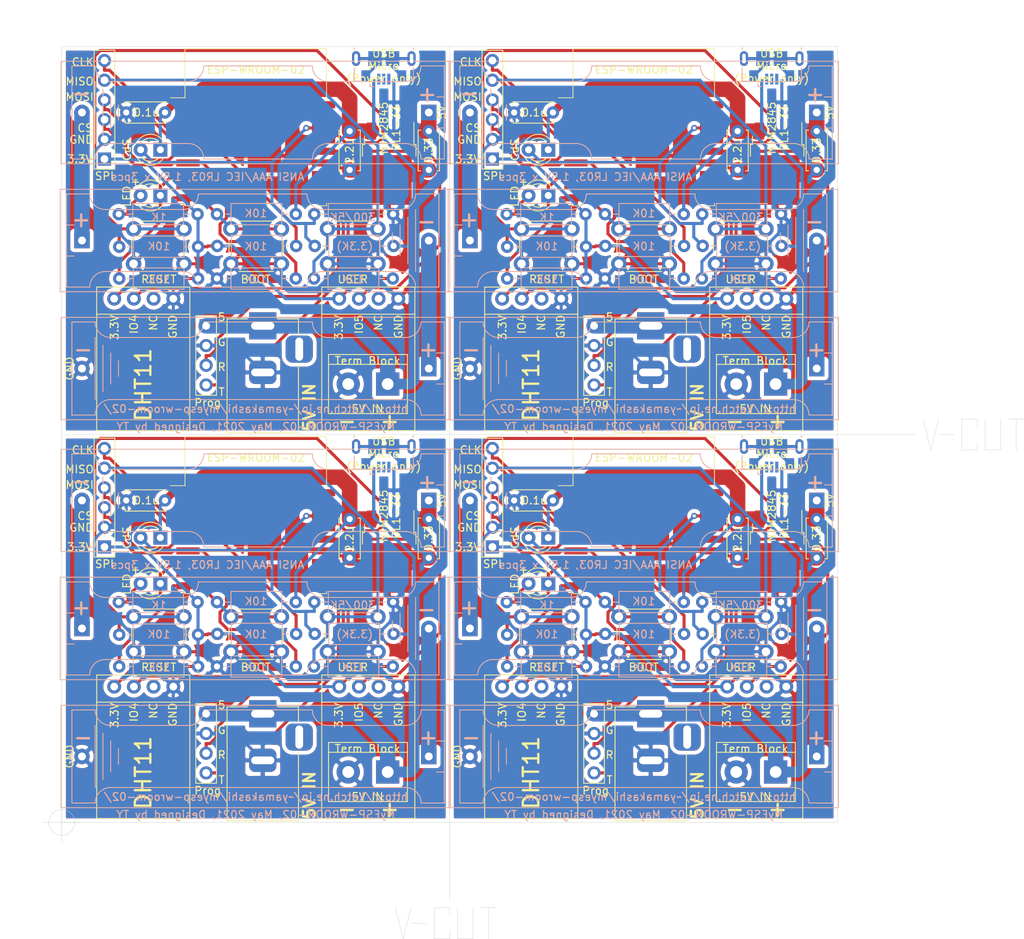
<source format=kicad_pcb>
(kicad_pcb (version 20171130) (host pcbnew "(5.1.5)-3")
  (layers (0 F.Cu signal) (31 B.Cu signal) (34 B.Paste user) (35 F.Paste user) (36 B.SilkS user) (37 F.SilkS user) (38 B.Mask user) (39 F.Mask user) (44 Edge.Cuts user))
  (net 0 "")
  (net 1 +5V)
  (net 2 "Net-(BT1-Pad2)")
  (net 3 "Net-(BT2-Pad2)")
  (net 4 -BATT)
  (net 5 +3V3)
  (net 6 IO2)
  (net 7 "Net-(D2-Pad2)")
  (net 8 "Net-(J2-Pad6)")
  (net 9 TXD)
  (net 10 RXD)
  (net 11 ADC)
  (net 12 IO15)
  (net 13 IO13)
  (net 14 IO12)
  (net 15 IO14)
  (net 16 IO16)
  (net 17 "Net-(R4-Pad1)")
  (net 18 BOOT)
  (net 19 IO4)
  (net 20 IO5)
  (module Resistor_THT:R_Axial_DIN0207_L6.3mm_D2.5mm_P10.16mm_Horizontal (layer B.Cu) (at 100.2 95.7 180)
    (fp_text reference R4 hide)
    (fp_text value 10K)
    (pad 2 thru_hole oval (at 10.16 0 180) (size 1.6 1.6) (drill 0.8) (layers *.Cu *.Mask) (net 5 +3V3))
    (pad 1 thru_hole circle (at 0 0 180) (size 1.6 1.6) (drill 0.8) (layers *.Cu *.Mask) (net 17 "Net-(R4-Pad1)"))
  )
  (module LED_THT:LED_D3.0mm (layer F.Cu) (at 82.7 83.3 180)
    (fp_text reference R5 hide)
    (fp_text value R_PHOTO)
    (pad 2 thru_hole circle (at 2.54 0 180) (size 1.8 1.8) (drill 0.9) (layers *.Cu *.Mask) (net 11 ADC))
    (pad 1 thru_hole rect (at 0 0 180) (size 1.8 1.8) (drill 0.9) (layers *.Cu *.Mask) (net 5 +3V3))
  )
  (module LED_THT:LED_D3.0mm (layer F.Cu) (at 82.7 89.2 180)
    (fp_text reference D2 hide)
    (fp_text value LED)
    (pad 2 thru_hole circle (at 2.54 0 180) (size 1.8 1.8) (drill 0.9) (layers *.Cu *.Mask) (net 7 "Net-(D2-Pad2)"))
    (pad 1 thru_hole rect (at 0 0 180) (size 1.8 1.8) (drill 0.9) (layers *.Cu *.Mask) (net 6 IO2))
  )
  (module Button_Switch_THT:SW_PUSH_6mm (layer F.Cu) (at 79.25 93.5)
    (fp_text reference SW1 hide)
    (fp_text value SW_Push)
    (pad 1 thru_hole circle (at 6.5 0 90) (size 2 2) (drill 1.1) (layers *.Cu *.Mask) (net 16 IO16))
    (pad 2 thru_hole circle (at 6.5 4.5 90) (size 2 2) (drill 1.1) (layers *.Cu *.Mask) (net 4 -BATT))
    (pad 1 thru_hole circle (at 0 0 90) (size 2 2) (drill 1.1) (layers *.Cu *.Mask) (net 16 IO16))
    (pad 2 thru_hole circle (at 0 4.5 90) (size 2 2) (drill 1.1) (layers *.Cu *.Mask) (net 4 -BATT))
  )
  (module Connector_PinSocket_2.54mm:PinSocket_1x06_P2.54mm_Vertical (layer F.Cu) (at 75.5 84.5 180)
    (fp_text reference J6 hide)
    (fp_text value Conn_SPI)
    (pad 6 thru_hole oval (at 0 12.7 180) (size 1.7 1.7) (drill 1) (layers *.Cu *.Mask) (net 15 IO14))
    (pad 5 thru_hole oval (at 0 10.16 180) (size 1.7 1.7) (drill 1) (layers *.Cu *.Mask) (net 14 IO12))
    (pad 4 thru_hole oval (at 0 7.62 180) (size 1.7 1.7) (drill 1) (layers *.Cu *.Mask) (net 13 IO13))
    (pad 3 thru_hole oval (at 0 5.08 180) (size 1.7 1.7) (drill 1) (layers *.Cu *.Mask) (net 12 IO15))
    (pad 2 thru_hole oval (at 0 2.54 180) (size 1.7 1.7) (drill 1) (layers *.Cu *.Mask) (net 4 -BATT))
    (pad 1 thru_hole rect (at 0 0 180) (size 1.7 1.7) (drill 1) (layers *.Cu *.Mask) (net 5 +3V3))
  )
  (module Connector_USB:USB_Micro-B_GCT_USB3076-30-A (layer B.Cu) (at 111.5 72.75)
    (fp_text reference J2 hide)
    (fp_text value USB_B_Micro)
    (pad 6 smd rect (at -2.32 1.03) (size 1.15 1.45) (layers B.Cu B.Paste B.Mask) (net 8 "Net-(J2-Pad6)"))
    (pad 6 smd rect (at 2.32 1.03) (size 1.15 1.45) (layers B.Cu B.Paste B.Mask) (net 8 "Net-(J2-Pad6)"))
    (pad 6 thru_hole oval (at 3.575 -1.2) (size 1.05 1.9) (drill oval 0.45 1.25) (layers *.Cu *.Mask) (net 8 "Net-(J2-Pad6)"))
    (pad 6 thru_hole oval (at -3.575 -1.2 180) (size 1.05 1.9) (drill oval 0.45 1.25) (layers *.Cu *.Mask) (net 8 "Net-(J2-Pad6)"))
    (pad 6 smd rect (at -1.125 -1.2) (size 1.75 1.9) (layers B.Cu B.Paste B.Mask) (net 8 "Net-(J2-Pad6)"))
    (pad 3 smd rect (at 0 1.45) (size 0.4 1.4) (layers B.Cu B.Paste B.Mask))
    (pad 4 smd rect (at 0.65 1.45) (size 0.4 1.4) (layers B.Cu B.Paste B.Mask))
    (pad 5 smd rect (at 1.3 4.45) (size 0.4 6) (layers B.Cu B.Paste B.Mask) (net 4 -BATT))
    (pad 1 smd rect (at -1.3 4.45) (size 0.4 6) (layers B.Cu B.Paste B.Mask) (net 1 +5V))
    (pad 2 smd rect (at -0.65 1.45) (size 0.4 1.4) (layers B.Cu B.Paste B.Mask))
    (pad 6 smd rect (at 1.125 -1.2) (size 1.75 1.9) (layers B.Cu B.Paste B.Mask) (net 8 "Net-(J2-Pad6)"))
  )
  (module Button_Switch_THT:SW_PUSH_6mm (layer F.Cu) (at 104.25 93.5)
    (fp_text reference SW3 hide)
    (fp_text value SW_Push)
    (pad 1 thru_hole circle (at 6.5 0 90) (size 2 2) (drill 1.1) (layers *.Cu *.Mask) (net 14 IO12))
    (pad 2 thru_hole circle (at 6.5 4.5 90) (size 2 2) (drill 1.1) (layers *.Cu *.Mask) (net 4 -BATT))
    (pad 1 thru_hole circle (at 0 0 90) (size 2 2) (drill 1.1) (layers *.Cu *.Mask) (net 14 IO12))
    (pad 2 thru_hole circle (at 0 4.5 90) (size 2 2) (drill 1.1) (layers *.Cu *.Mask) (net 4 -BATT))
  )
  (module Connector_BarrelJack:BarrelJack_Horizontal (layer F.Cu) (at 95.9 106 90)
    (fp_text reference J1 hide)
    (fp_text value Jack-DC)
    (pad 3 thru_hole roundrect (at -3 4.7 90) (size 3.5 3.5) (drill oval 3 1) (layers *.Cu *.Mask))
    (pad 2 thru_hole roundrect (at -6 0 90) (size 3 3.5) (drill oval 1 3) (layers *.Cu *.Mask) (net 4 -BATT))
    (pad 1 thru_hole rect (at 0 0 90) (size 3.5 3.5) (drill oval 1 3) (layers *.Cu *.Mask) (net 1 +5V))
  )
  (module Package_TO_SOT_SMD:TO-252-2 (layer F.Cu) (at 112.2 85.1 270)
    (fp_text reference U1 hide)
    (fp_text value NJM2845DL1-33)
    (pad 2 smd rect (at 2.1 0 270) (size 6.4 5.8) (layers F.Cu F.Mask) (net 4 -BATT))
    (pad 3 smd rect (at -4.2 2.28 270) (size 2.2 1.2) (layers F.Cu F.Paste F.Mask) (net 5 +3V3))
    (pad 1 smd rect (at -4.2 -2.28 270) (size 2.2 1.2) (layers F.Cu F.Paste F.Mask) (net 1 +5V))
  )
  (module Battery:BatteryHolder_Keystone_2466_1xAAA (layer B.Cu) (at 117.3 111.5 180)
    (fp_text reference BT3 hide)
    (fp_text value "ANSI AAA/IEC LR03")
    (pad 2 thru_hole circle (at 44.7 0 180) (size 2 2) (drill 1.02) (layers *.Cu *.Mask) (net 4 -BATT))
    (pad 1 thru_hole rect (at 0 0 180) (size 2 2) (drill 1.02) (layers *.Cu *.Mask) (net 3 "Net-(BT2-Pad2)"))
  )
  (module Connector_PinSocket_2.54mm:PinSocket_1x04_P2.54mm_Vertical (layer F.Cu) (at 76.75 102.5 90)
    (fp_text reference J7 hide)
    (fp_text value Conn_DHT11_1)
    (pad 1 thru_hole circle (at 0 0 90) (size 1.8 1.8) (drill 1) (layers *.Cu *.Mask) (net 5 +3V3))
    (pad 2 thru_hole circle (at 0 2.54 90) (size 1.8 1.8) (drill 1) (layers *.Cu *.Mask) (net 19 IO4))
    (pad 3 thru_hole circle (at 0 5.08 90) (size 1.8 1.8) (drill 1) (layers *.Cu *.Mask))
    (pad 4 thru_hole circle (at 0 7.62 90) (size 1.8 1.8) (drill 1) (layers *.Cu *.Mask) (net 4 -BATT))
  )
  (module Resistor_THT:R_Axial_DIN0207_L6.3mm_D2.5mm_P10.16mm_Horizontal (layer B.Cu) (at 77.4 95.8)
    (fp_text reference R10 hide)
    (fp_text value 10K)
    (pad 1 thru_hole circle (at 0 0) (size 1.6 1.6) (drill 0.8) (layers *.Cu *.Mask) (net 16 IO16))
    (pad 2 thru_hole oval (at 10.16 0) (size 1.6 1.6) (drill 0.8) (layers *.Cu *.Mask) (net 5 +3V3))
  )
  (module Capacitor_THT:C_Disc_D5.0mm_W2.5mm_P5.00mm (layer F.Cu) (at 117.3 80.9 270)
    (fp_text reference C1 hide)
    (fp_text value 0.33uF)
    (pad 2 thru_hole circle (at 5 0 270) (size 1.6 1.6) (drill 0.8) (layers *.Cu *.Mask) (net 4 -BATT))
    (pad 1 thru_hole circle (at 0 0 270) (size 1.6 1.6) (drill 0.8) (layers *.Cu *.Mask) (net 1 +5V))
  )
  (module Button_Switch_THT:SW_PUSH_6mm (layer F.Cu) (at 91.8 93.5)
    (fp_text reference SW2 hide)
    (fp_text value SW_Push)
    (pad 2 thru_hole circle (at 0 4.5 90) (size 2 2) (drill 1.1) (layers *.Cu *.Mask) (net 4 -BATT))
    (pad 1 thru_hole circle (at 0 0 90) (size 2 2) (drill 1.1) (layers *.Cu *.Mask) (net 18 BOOT))
    (pad 2 thru_hole circle (at 6.5 4.5 90) (size 2 2) (drill 1.1) (layers *.Cu *.Mask) (net 4 -BATT))
    (pad 1 thru_hole circle (at 6.5 0 90) (size 2 2) (drill 1.1) (layers *.Cu *.Mask) (net 18 BOOT))
  )
  (module Battery:BatteryHolder_Keystone_2466_1xAAA (layer B.Cu) (at 72.6 95)
    (fp_text reference BT2 hide)
    (fp_text value "ANSI AAA/IEC LR03")
    (pad 1 thru_hole rect (at 0 0) (size 2 2) (drill 1.02) (layers *.Cu *.Mask) (net 2 "Net-(BT1-Pad2)"))
    (pad 2 thru_hole circle (at 44.7 0) (size 2 2) (drill 1.02) (layers *.Cu *.Mask) (net 3 "Net-(BT2-Pad2)"))
  )
  (module Resistor_THT:R_Axial_DIN0207_L6.3mm_D2.5mm_P10.16mm_Horizontal (layer B.Cu) (at 102.5 99.9)
    (fp_text reference R14 hide)
    (fp_text value 10K)
    (pad 2 thru_hole oval (at 10.16 0) (size 1.6 1.6) (drill 0.8) (layers *.Cu *.Mask) (net 5 +3V3))
    (pad 1 thru_hole circle (at 0 0) (size 1.6 1.6) (drill 0.8) (layers *.Cu *.Mask) (net 14 IO12))
  )
  (module Connector_PinSocket_2.54mm:PinSocket_1x04_P2.54mm_Vertical (layer F.Cu) (at 88.6 106)
    (fp_text reference J4 hide)
    (fp_text value Conn_Prog)
    (pad 1 thru_hole rect (at 0 0) (size 1.7 1.7) (drill 1) (layers *.Cu *.Mask) (net 1 +5V))
    (pad 2 thru_hole oval (at 0 2.54) (size 1.7 1.7) (drill 1) (layers *.Cu *.Mask) (net 4 -BATT))
    (pad 3 thru_hole oval (at 0 5.08) (size 1.7 1.7) (drill 1) (layers *.Cu *.Mask) (net 10 RXD))
    (pad 4 thru_hole oval (at 0 7.62) (size 1.7 1.7) (drill 1) (layers *.Cu *.Mask) (net 9 TXD))
  )
  (module RF_Module:ESP-WROOM-02 (layer F.Cu) (at 95 83.5)
    (fp_text reference U2 hide)
    (fp_text value ESP-WROOM-02)
    (pad 19 smd rect (at 1.12 0.58) (size 4.3 4.3) (layers F.Cu F.Paste F.Mask) (net 4 -BATT))
    (pad 1 smd rect (at -8.7375 -6) (size 3 0.9125) (layers F.Cu F.Paste F.Mask) (net 5 +3V3))
    (pad 2 smd rect (at -8.7375 -4.5) (size 3 0.9125) (layers F.Cu F.Paste F.Mask) (net 17 "Net-(R4-Pad1)"))
    (pad 3 smd rect (at -8.7375 -3) (size 3 0.9125) (layers F.Cu F.Paste F.Mask) (net 15 IO14))
    (pad 4 smd rect (at -8.7375 -1.5) (size 3 0.9125) (layers F.Cu F.Paste F.Mask) (net 14 IO12))
    (pad 5 smd rect (at -8.7375 0) (size 3 0.9125) (layers F.Cu F.Paste F.Mask) (net 13 IO13))
    (pad 6 smd rect (at -8.7375 1.5) (size 3 0.9125) (layers F.Cu F.Paste F.Mask) (net 12 IO15))
    (pad 7 smd rect (at -8.7375 3) (size 3 0.9125) (layers F.Cu F.Paste F.Mask) (net 6 IO2))
    (pad 8 smd rect (at -8.7375 4.5) (size 3 0.9125) (layers F.Cu F.Paste F.Mask) (net 18 BOOT))
    (pad 9 smd rect (at -8.7375 6) (size 3 0.9125) (layers F.Cu F.Paste F.Mask) (net 4 -BATT))
    (pad 10 smd rect (at 8.7375 6) (size 3 0.9125) (layers F.Cu F.Paste F.Mask) (net 19 IO4))
    (pad 11 smd rect (at 8.7375 4.5) (size 3 0.9125) (layers F.Cu F.Paste F.Mask) (net 10 RXD))
    (pad 12 smd rect (at 8.7375 3) (size 3 0.9125) (layers F.Cu F.Paste F.Mask) (net 9 TXD))
    (pad 13 smd rect (at 8.7375 1.5) (size 3 0.9125) (layers F.Cu F.Paste F.Mask) (net 4 -BATT))
    (pad 14 smd rect (at 8.7375 0) (size 3 0.9125) (layers F.Cu F.Paste F.Mask) (net 20 IO5))
    (pad 15 smd rect (at 8.7375 -1.5) (size 3 0.9125) (layers F.Cu F.Paste F.Mask) (net 16 IO16))
    (pad 16 smd rect (at 8.7375 -3) (size 3 0.9125) (layers F.Cu F.Paste F.Mask) (net 11 ADC))
    (pad 17 smd rect (at 8.7375 -4.5) (size 3 0.9125) (layers F.Cu F.Paste F.Mask) (net 16 IO16))
    (pad 18 smd rect (at 8.7375 -6) (size 3 0.9125) (layers F.Cu F.Paste F.Mask) (net 4 -BATT))
  )
  (module Capacitor_THT:C_Disc_D5.0mm_W2.5mm_P5.00mm (layer F.Cu) (at 107.1 80.9 270)
    (fp_text reference C2 hide)
    (fp_text value 2.2uF)
    (pad 1 thru_hole circle (at 0 0 270) (size 1.6 1.6) (drill 0.8) (layers *.Cu *.Mask) (net 5 +3V3))
    (pad 2 thru_hole circle (at 5 0 270) (size 1.6 1.6) (drill 0.8) (layers *.Cu *.Mask) (net 4 -BATT))
  )
  (module Resistor_THT:R_Axial_DIN0207_L6.3mm_D2.5mm_P10.16mm_Horizontal (layer B.Cu) (at 77.4 99.9)
    (fp_text reference R7 hide)
    (fp_text value 10K)
    (pad 2 thru_hole oval (at 10.16 0) (size 1.6 1.6) (drill 0.8) (layers *.Cu *.Mask) (net 5 +3V3))
    (pad 1 thru_hole circle (at 0 0) (size 1.6 1.6) (drill 0.8) (layers *.Cu *.Mask) (net 6 IO2))
  )
  (module Resistor_THT:R_Axial_DIN0207_L6.3mm_D2.5mm_P10.16mm_Horizontal (layer B.Cu) (at 90 91.6)
    (fp_text reference R12 hide)
    (fp_text value 10K)
    (pad 1 thru_hole circle (at 0 0) (size 1.6 1.6) (drill 0.8) (layers *.Cu *.Mask) (net 18 BOOT))
    (pad 2 thru_hole oval (at 10.16 0) (size 1.6 1.6) (drill 0.8) (layers *.Cu *.Mask) (net 5 +3V3))
  )
  (module Resistor_THT:R_Axial_DIN0207_L6.3mm_D2.5mm_P10.16mm_Horizontal (layer B.Cu) (at 87.5 91.6 180)
    (fp_text reference R9 hide)
    (fp_text value 1K)
    (pad 1 thru_hole circle (at 0 0 180) (size 1.6 1.6) (drill 0.8) (layers *.Cu *.Mask) (net 5 +3V3))
    (pad 2 thru_hole oval (at 10.16 0 180) (size 1.6 1.6) (drill 0.8) (layers *.Cu *.Mask) (net 7 "Net-(D2-Pad2)"))
  )
  (module TerminalBlock:TerminalBlock_bornier-2_P5.08mm (layer F.Cu) (at 112 113.5 180)
    (fp_text reference J3 hide)
    (fp_text value Screw_Terminal_Vin)
    (pad 2 thru_hole circle (at 5.08 0 180) (size 3 3) (drill 1.52) (layers *.Cu *.Mask) (net 4 -BATT))
    (pad 1 thru_hole rect (at 0 0 180) (size 3 3) (drill 1.52) (layers *.Cu *.Mask) (net 1 +5V))
  )
  (module Resistor_THT:R_Axial_DIN0207_L6.3mm_D2.5mm_P10.16mm_Horizontal (layer B.Cu) (at 102.6 95.7)
    (fp_text reference R1 hide)
    (fp_text value 3.3K)
    (pad 1 thru_hole circle (at 0 0) (size 1.6 1.6) (drill 0.8) (layers *.Cu *.Mask) (net 11 ADC))
    (pad 2 thru_hole oval (at 10.16 0) (size 1.6 1.6) (drill 0.8) (layers *.Cu *.Mask) (net 1 +5V))
  )
  (module Connector_PinSocket_2.54mm:PinSocket_1x04_P2.54mm_Vertical (layer F.Cu) (at 105.75 102.5 90)
    (fp_text reference J8 hide)
    (fp_text value Conn_DHT11_2)
    (pad 4 thru_hole circle (at 0 7.62 90) (size 1.8 1.8) (drill 1) (layers *.Cu *.Mask) (net 4 -BATT))
    (pad 3 thru_hole circle (at 0 5.08 90) (size 1.8 1.8) (drill 1) (layers *.Cu *.Mask))
    (pad 2 thru_hole circle (at 0 2.54 90) (size 1.8 1.8) (drill 1) (layers *.Cu *.Mask) (net 20 IO5))
    (pad 1 thru_hole circle (at 0 0 90) (size 1.8 1.8) (drill 1) (layers *.Cu *.Mask) (net 5 +3V3))
  )
  (module Resistor_THT:R_Axial_DIN0207_L6.3mm_D2.5mm_P10.16mm_Horizontal (layer B.Cu) (at 90 99.9)
    (fp_text reference R8 hide)
    (fp_text value 10K)
    (pad 2 thru_hole oval (at 10.16 0) (size 1.6 1.6) (drill 0.8) (layers *.Cu *.Mask) (net 12 IO15))
    (pad 1 thru_hole circle (at 0 0) (size 1.6 1.6) (drill 0.8) (layers *.Cu *.Mask) (net 4 -BATT))
  )
  (module Resistor_THT:R_Axial_DIN0207_L6.3mm_D2.5mm_P10.16mm_Horizontal (layer B.Cu) (at 112.7 91.6 180)
    (fp_text reference R2 hide)
    (fp_text value 300/5K)
    (pad 2 thru_hole oval (at 10.16 0 180) (size 1.6 1.6) (drill 0.8) (layers *.Cu *.Mask) (net 11 ADC))
    (pad 1 thru_hole circle (at 0 0 180) (size 1.6 1.6) (drill 0.8) (layers *.Cu *.Mask) (net 4 -BATT))
  )
  (module Battery:BatteryHolder_Keystone_2466_1xAAA (layer B.Cu) (at 117.3 78.5 180)
    (fp_text reference BT1 hide)
    (fp_text value "ANSI AAA/IEC LR03")
    (pad 2 thru_hole circle (at 44.7 0 180) (size 2 2) (drill 1.02) (layers *.Cu *.Mask) (net 2 "Net-(BT1-Pad2)"))
    (pad 1 thru_hole rect (at 0 0 180) (size 2 2) (drill 1.02) (layers *.Cu *.Mask) (net 1 +5V))
  )
  (module Capacitor_THT:C_Disc_D5.0mm_W2.5mm_P5.00mm (layer F.Cu) (at 83.3 78.5 180)
    (fp_text reference C3 hide)
    (fp_text value 0.1uF)
    (pad 2 thru_hole circle (at 5 0 180) (size 1.6 1.6) (drill 0.8) (layers *.Cu *.Mask) (net 4 -BATT))
    (pad 1 thru_hole circle (at 0 0 180) (size 1.6 1.6) (drill 0.8) (layers *.Cu *.Mask) (net 5 +3V3))
  )
  (module RF_Module:ESP-WROOM-02 (layer F.Cu) (at 45 83.5)
    (fp_text reference U2 hide)
    (fp_text value ESP-WROOM-02)
    (pad 18 smd rect (at 8.7375 -6) (size 3 0.9125) (layers F.Cu F.Paste F.Mask) (net 4 -BATT))
    (pad 17 smd rect (at 8.7375 -4.5) (size 3 0.9125) (layers F.Cu F.Paste F.Mask) (net 16 IO16))
    (pad 16 smd rect (at 8.7375 -3) (size 3 0.9125) (layers F.Cu F.Paste F.Mask) (net 11 ADC))
    (pad 15 smd rect (at 8.7375 -1.5) (size 3 0.9125) (layers F.Cu F.Paste F.Mask) (net 16 IO16))
    (pad 14 smd rect (at 8.7375 0) (size 3 0.9125) (layers F.Cu F.Paste F.Mask) (net 20 IO5))
    (pad 13 smd rect (at 8.7375 1.5) (size 3 0.9125) (layers F.Cu F.Paste F.Mask) (net 4 -BATT))
    (pad 12 smd rect (at 8.7375 3) (size 3 0.9125) (layers F.Cu F.Paste F.Mask) (net 9 TXD))
    (pad 11 smd rect (at 8.7375 4.5) (size 3 0.9125) (layers F.Cu F.Paste F.Mask) (net 10 RXD))
    (pad 10 smd rect (at 8.7375 6) (size 3 0.9125) (layers F.Cu F.Paste F.Mask) (net 19 IO4))
    (pad 9 smd rect (at -8.7375 6) (size 3 0.9125) (layers F.Cu F.Paste F.Mask) (net 4 -BATT))
    (pad 8 smd rect (at -8.7375 4.5) (size 3 0.9125) (layers F.Cu F.Paste F.Mask) (net 18 BOOT))
    (pad 7 smd rect (at -8.7375 3) (size 3 0.9125) (layers F.Cu F.Paste F.Mask) (net 6 IO2))
    (pad 6 smd rect (at -8.7375 1.5) (size 3 0.9125) (layers F.Cu F.Paste F.Mask) (net 12 IO15))
    (pad 5 smd rect (at -8.7375 0) (size 3 0.9125) (layers F.Cu F.Paste F.Mask) (net 13 IO13))
    (pad 4 smd rect (at -8.7375 -1.5) (size 3 0.9125) (layers F.Cu F.Paste F.Mask) (net 14 IO12))
    (pad 3 smd rect (at -8.7375 -3) (size 3 0.9125) (layers F.Cu F.Paste F.Mask) (net 15 IO14))
    (pad 2 smd rect (at -8.7375 -4.5) (size 3 0.9125) (layers F.Cu F.Paste F.Mask) (net 17 "Net-(R4-Pad1)"))
    (pad 1 smd rect (at -8.7375 -6) (size 3 0.9125) (layers F.Cu F.Paste F.Mask) (net 5 +3V3))
    (pad 19 smd rect (at 1.12 0.58) (size 4.3 4.3) (layers F.Cu F.Paste F.Mask) (net 4 -BATT))
  )
  (module Button_Switch_THT:SW_PUSH_6mm (layer F.Cu) (at 29.25 93.5)
    (fp_text reference SW1 hide)
    (fp_text value SW_Push)
    (pad 2 thru_hole circle (at 0 4.5 90) (size 2 2) (drill 1.1) (layers *.Cu *.Mask) (net 4 -BATT))
    (pad 1 thru_hole circle (at 0 0 90) (size 2 2) (drill 1.1) (layers *.Cu *.Mask) (net 16 IO16))
    (pad 2 thru_hole circle (at 6.5 4.5 90) (size 2 2) (drill 1.1) (layers *.Cu *.Mask) (net 4 -BATT))
    (pad 1 thru_hole circle (at 6.5 0 90) (size 2 2) (drill 1.1) (layers *.Cu *.Mask) (net 16 IO16))
  )
  (module Connector_PinSocket_2.54mm:PinSocket_1x06_P2.54mm_Vertical (layer F.Cu) (at 25.5 84.5 180)
    (fp_text reference J6 hide)
    (fp_text value Conn_SPI)
    (pad 1 thru_hole rect (at 0 0 180) (size 1.7 1.7) (drill 1) (layers *.Cu *.Mask) (net 5 +3V3))
    (pad 2 thru_hole oval (at 0 2.54 180) (size 1.7 1.7) (drill 1) (layers *.Cu *.Mask) (net 4 -BATT))
    (pad 3 thru_hole oval (at 0 5.08 180) (size 1.7 1.7) (drill 1) (layers *.Cu *.Mask) (net 12 IO15))
    (pad 4 thru_hole oval (at 0 7.62 180) (size 1.7 1.7) (drill 1) (layers *.Cu *.Mask) (net 13 IO13))
    (pad 5 thru_hole oval (at 0 10.16 180) (size 1.7 1.7) (drill 1) (layers *.Cu *.Mask) (net 14 IO12))
    (pad 6 thru_hole oval (at 0 12.7 180) (size 1.7 1.7) (drill 1) (layers *.Cu *.Mask) (net 15 IO14))
  )
  (module Connector_USB:USB_Micro-B_GCT_USB3076-30-A (layer B.Cu) (at 61.5 72.75)
    (fp_text reference J2 hide)
    (fp_text value USB_B_Micro)
    (pad 6 smd rect (at 1.125 -1.2) (size 1.75 1.9) (layers B.Cu B.Paste B.Mask) (net 8 "Net-(J2-Pad6)"))
    (pad 2 smd rect (at -0.65 1.45) (size 0.4 1.4) (layers B.Cu B.Paste B.Mask))
    (pad 1 smd rect (at -1.3 4.45) (size 0.4 6) (layers B.Cu B.Paste B.Mask) (net 1 +5V))
    (pad 5 smd rect (at 1.3 4.45) (size 0.4 6) (layers B.Cu B.Paste B.Mask) (net 4 -BATT))
    (pad 4 smd rect (at 0.65 1.45) (size 0.4 1.4) (layers B.Cu B.Paste B.Mask))
    (pad 3 smd rect (at 0 1.45) (size 0.4 1.4) (layers B.Cu B.Paste B.Mask))
    (pad 6 smd rect (at -1.125 -1.2) (size 1.75 1.9) (layers B.Cu B.Paste B.Mask) (net 8 "Net-(J2-Pad6)"))
    (pad 6 thru_hole oval (at -3.575 -1.2 180) (size 1.05 1.9) (drill oval 0.45 1.25) (layers *.Cu *.Mask) (net 8 "Net-(J2-Pad6)"))
    (pad 6 thru_hole oval (at 3.575 -1.2) (size 1.05 1.9) (drill oval 0.45 1.25) (layers *.Cu *.Mask) (net 8 "Net-(J2-Pad6)"))
    (pad 6 smd rect (at 2.32 1.03) (size 1.15 1.45) (layers B.Cu B.Paste B.Mask) (net 8 "Net-(J2-Pad6)"))
    (pad 6 smd rect (at -2.32 1.03) (size 1.15 1.45) (layers B.Cu B.Paste B.Mask) (net 8 "Net-(J2-Pad6)"))
  )
  (module Capacitor_THT:C_Disc_D5.0mm_W2.5mm_P5.00mm (layer F.Cu) (at 67.3 80.9 270)
    (fp_text reference C1 hide)
    (fp_text value 0.33uF)
    (pad 1 thru_hole circle (at 0 0 270) (size 1.6 1.6) (drill 0.8) (layers *.Cu *.Mask) (net 1 +5V))
    (pad 2 thru_hole circle (at 5 0 270) (size 1.6 1.6) (drill 0.8) (layers *.Cu *.Mask) (net 4 -BATT))
  )
  (module LED_THT:LED_D3.0mm (layer F.Cu) (at 32.7 83.3 180)
    (fp_text reference R5 hide)
    (fp_text value R_PHOTO)
    (pad 1 thru_hole rect (at 0 0 180) (size 1.8 1.8) (drill 0.9) (layers *.Cu *.Mask) (net 5 +3V3))
    (pad 2 thru_hole circle (at 2.54 0 180) (size 1.8 1.8) (drill 0.9) (layers *.Cu *.Mask) (net 11 ADC))
  )
  (module Button_Switch_THT:SW_PUSH_6mm (layer F.Cu) (at 41.8 93.5)
    (fp_text reference SW2 hide)
    (fp_text value SW_Push)
    (pad 1 thru_hole circle (at 6.5 0 90) (size 2 2) (drill 1.1) (layers *.Cu *.Mask) (net 18 BOOT))
    (pad 2 thru_hole circle (at 6.5 4.5 90) (size 2 2) (drill 1.1) (layers *.Cu *.Mask) (net 4 -BATT))
    (pad 1 thru_hole circle (at 0 0 90) (size 2 2) (drill 1.1) (layers *.Cu *.Mask) (net 18 BOOT))
    (pad 2 thru_hole circle (at 0 4.5 90) (size 2 2) (drill 1.1) (layers *.Cu *.Mask) (net 4 -BATT))
  )
  (module Package_TO_SOT_SMD:TO-252-2 (layer F.Cu) (at 62.2 85.1 270)
    (fp_text reference U1 hide)
    (fp_text value NJM2845DL1-33)
    (pad 1 smd rect (at -4.2 -2.28 270) (size 2.2 1.2) (layers F.Cu F.Paste F.Mask) (net 1 +5V))
    (pad 3 smd rect (at -4.2 2.28 270) (size 2.2 1.2) (layers F.Cu F.Paste F.Mask) (net 5 +3V3))
    (pad 2 smd rect (at 2.1 0 270) (size 6.4 5.8) (layers F.Cu F.Mask) (net 4 -BATT))
  )
  (module Connector_BarrelJack:BarrelJack_Horizontal (layer F.Cu) (at 45.9 106 90)
    (fp_text reference J1 hide)
    (fp_text value Jack-DC)
    (pad 1 thru_hole rect (at 0 0 90) (size 3.5 3.5) (drill oval 1 3) (layers *.Cu *.Mask) (net 1 +5V))
    (pad 2 thru_hole roundrect (at -6 0 90) (size 3 3.5) (drill oval 1 3) (layers *.Cu *.Mask) (net 4 -BATT))
    (pad 3 thru_hole roundrect (at -3 4.7 90) (size 3.5 3.5) (drill oval 3 1) (layers *.Cu *.Mask))
  )
  (module Resistor_THT:R_Axial_DIN0207_L6.3mm_D2.5mm_P10.16mm_Horizontal (layer B.Cu) (at 50.2 95.7 180)
    (fp_text reference R4 hide)
    (fp_text value 10K)
    (pad 1 thru_hole circle (at 0 0 180) (size 1.6 1.6) (drill 0.8) (layers *.Cu *.Mask) (net 17 "Net-(R4-Pad1)"))
    (pad 2 thru_hole oval (at 10.16 0 180) (size 1.6 1.6) (drill 0.8) (layers *.Cu *.Mask) (net 5 +3V3))
  )
  (module Battery:BatteryHolder_Keystone_2466_1xAAA (layer B.Cu) (at 67.3 111.5 180)
    (fp_text reference BT3 hide)
    (fp_text value "ANSI AAA/IEC LR03")
    (pad 1 thru_hole rect (at 0 0 180) (size 2 2) (drill 1.02) (layers *.Cu *.Mask) (net 3 "Net-(BT2-Pad2)"))
    (pad 2 thru_hole circle (at 44.7 0 180) (size 2 2) (drill 1.02) (layers *.Cu *.Mask) (net 4 -BATT))
  )
  (module Battery:BatteryHolder_Keystone_2466_1xAAA (layer B.Cu) (at 22.6 95)
    (fp_text reference BT2 hide)
    (fp_text value "ANSI AAA/IEC LR03")
    (pad 2 thru_hole circle (at 44.7 0) (size 2 2) (drill 1.02) (layers *.Cu *.Mask) (net 3 "Net-(BT2-Pad2)"))
    (pad 1 thru_hole rect (at 0 0) (size 2 2) (drill 1.02) (layers *.Cu *.Mask) (net 2 "Net-(BT1-Pad2)"))
  )
  (module Button_Switch_THT:SW_PUSH_6mm (layer F.Cu) (at 54.25 93.5)
    (fp_text reference SW3 hide)
    (fp_text value SW_Push)
    (pad 2 thru_hole circle (at 0 4.5 90) (size 2 2) (drill 1.1) (layers *.Cu *.Mask) (net 4 -BATT))
    (pad 1 thru_hole circle (at 0 0 90) (size 2 2) (drill 1.1) (layers *.Cu *.Mask) (net 14 IO12))
    (pad 2 thru_hole circle (at 6.5 4.5 90) (size 2 2) (drill 1.1) (layers *.Cu *.Mask) (net 4 -BATT))
    (pad 1 thru_hole circle (at 6.5 0 90) (size 2 2) (drill 1.1) (layers *.Cu *.Mask) (net 14 IO12))
  )
  (module LED_THT:LED_D3.0mm (layer F.Cu) (at 32.7 89.2 180)
    (fp_text reference D2 hide)
    (fp_text value LED)
    (pad 1 thru_hole rect (at 0 0 180) (size 1.8 1.8) (drill 0.9) (layers *.Cu *.Mask) (net 6 IO2))
    (pad 2 thru_hole circle (at 2.54 0 180) (size 1.8 1.8) (drill 0.9) (layers *.Cu *.Mask) (net 7 "Net-(D2-Pad2)"))
  )
  (module Connector_PinSocket_2.54mm:PinSocket_1x04_P2.54mm_Vertical (layer F.Cu) (at 38.6 106)
    (fp_text reference J4 hide)
    (fp_text value Conn_Prog)
    (pad 4 thru_hole oval (at 0 7.62) (size 1.7 1.7) (drill 1) (layers *.Cu *.Mask) (net 9 TXD))
    (pad 3 thru_hole oval (at 0 5.08) (size 1.7 1.7) (drill 1) (layers *.Cu *.Mask) (net 10 RXD))
    (pad 2 thru_hole oval (at 0 2.54) (size 1.7 1.7) (drill 1) (layers *.Cu *.Mask) (net 4 -BATT))
    (pad 1 thru_hole rect (at 0 0) (size 1.7 1.7) (drill 1) (layers *.Cu *.Mask) (net 1 +5V))
  )
  (module Connector_PinSocket_2.54mm:PinSocket_1x04_P2.54mm_Vertical (layer F.Cu) (at 26.75 102.5 90)
    (fp_text reference J7 hide)
    (fp_text value Conn_DHT11_1)
    (pad 4 thru_hole circle (at 0 7.62 90) (size 1.8 1.8) (drill 1) (layers *.Cu *.Mask) (net 4 -BATT))
    (pad 3 thru_hole circle (at 0 5.08 90) (size 1.8 1.8) (drill 1) (layers *.Cu *.Mask))
    (pad 2 thru_hole circle (at 0 2.54 90) (size 1.8 1.8) (drill 1) (layers *.Cu *.Mask) (net 19 IO4))
    (pad 1 thru_hole circle (at 0 0 90) (size 1.8 1.8) (drill 1) (layers *.Cu *.Mask) (net 5 +3V3))
  )
  (module Resistor_THT:R_Axial_DIN0207_L6.3mm_D2.5mm_P10.16mm_Horizontal (layer B.Cu) (at 52.5 99.9)
    (fp_text reference R14 hide)
    (fp_text value 10K)
    (pad 1 thru_hole circle (at 0 0) (size 1.6 1.6) (drill 0.8) (layers *.Cu *.Mask) (net 14 IO12))
    (pad 2 thru_hole oval (at 10.16 0) (size 1.6 1.6) (drill 0.8) (layers *.Cu *.Mask) (net 5 +3V3))
  )
  (module Resistor_THT:R_Axial_DIN0207_L6.3mm_D2.5mm_P10.16mm_Horizontal (layer B.Cu) (at 27.4 95.8)
    (fp_text reference R10 hide)
    (fp_text value 10K)
    (pad 2 thru_hole oval (at 10.16 0) (size 1.6 1.6) (drill 0.8) (layers *.Cu *.Mask) (net 5 +3V3))
    (pad 1 thru_hole circle (at 0 0) (size 1.6 1.6) (drill 0.8) (layers *.Cu *.Mask) (net 16 IO16))
  )
  (module Resistor_THT:R_Axial_DIN0207_L6.3mm_D2.5mm_P10.16mm_Horizontal (layer B.Cu) (at 40 99.9)
    (fp_text reference R8 hide)
    (fp_text value 10K)
    (pad 1 thru_hole circle (at 0 0) (size 1.6 1.6) (drill 0.8) (layers *.Cu *.Mask) (net 4 -BATT))
    (pad 2 thru_hole oval (at 10.16 0) (size 1.6 1.6) (drill 0.8) (layers *.Cu *.Mask) (net 12 IO15))
  )
  (module Resistor_THT:R_Axial_DIN0207_L6.3mm_D2.5mm_P10.16mm_Horizontal (layer B.Cu) (at 62.7 91.6 180)
    (fp_text reference R2 hide)
    (fp_text value 300/5K)
    (pad 1 thru_hole circle (at 0 0 180) (size 1.6 1.6) (drill 0.8) (layers *.Cu *.Mask) (net 4 -BATT))
    (pad 2 thru_hole oval (at 10.16 0 180) (size 1.6 1.6) (drill 0.8) (layers *.Cu *.Mask) (net 11 ADC))
  )
  (module Capacitor_THT:C_Disc_D5.0mm_W2.5mm_P5.00mm (layer F.Cu) (at 57.1 80.9 270)
    (fp_text reference C2 hide)
    (fp_text value 2.2uF)
    (pad 2 thru_hole circle (at 5 0 270) (size 1.6 1.6) (drill 0.8) (layers *.Cu *.Mask) (net 4 -BATT))
    (pad 1 thru_hole circle (at 0 0 270) (size 1.6 1.6) (drill 0.8) (layers *.Cu *.Mask) (net 5 +3V3))
  )
  (module Resistor_THT:R_Axial_DIN0207_L6.3mm_D2.5mm_P10.16mm_Horizontal (layer B.Cu) (at 27.4 99.9)
    (fp_text reference R7 hide)
    (fp_text value 10K)
    (pad 1 thru_hole circle (at 0 0) (size 1.6 1.6) (drill 0.8) (layers *.Cu *.Mask) (net 6 IO2))
    (pad 2 thru_hole oval (at 10.16 0) (size 1.6 1.6) (drill 0.8) (layers *.Cu *.Mask) (net 5 +3V3))
  )
  (module Resistor_THT:R_Axial_DIN0207_L6.3mm_D2.5mm_P10.16mm_Horizontal (layer B.Cu) (at 37.5 91.6 180)
    (fp_text reference R9 hide)
    (fp_text value 1K)
    (pad 2 thru_hole oval (at 10.16 0 180) (size 1.6 1.6) (drill 0.8) (layers *.Cu *.Mask) (net 7 "Net-(D2-Pad2)"))
    (pad 1 thru_hole circle (at 0 0 180) (size 1.6 1.6) (drill 0.8) (layers *.Cu *.Mask) (net 5 +3V3))
  )
  (module Connector_PinSocket_2.54mm:PinSocket_1x04_P2.54mm_Vertical (layer F.Cu) (at 55.75 102.5 90)
    (fp_text reference J8 hide)
    (fp_text value Conn_DHT11_2)
    (pad 1 thru_hole circle (at 0 0 90) (size 1.8 1.8) (drill 1) (layers *.Cu *.Mask) (net 5 +3V3))
    (pad 2 thru_hole circle (at 0 2.54 90) (size 1.8 1.8) (drill 1) (layers *.Cu *.Mask) (net 20 IO5))
    (pad 3 thru_hole circle (at 0 5.08 90) (size 1.8 1.8) (drill 1) (layers *.Cu *.Mask))
    (pad 4 thru_hole circle (at 0 7.62 90) (size 1.8 1.8) (drill 1) (layers *.Cu *.Mask) (net 4 -BATT))
  )
  (module Resistor_THT:R_Axial_DIN0207_L6.3mm_D2.5mm_P10.16mm_Horizontal (layer B.Cu) (at 40 91.6)
    (fp_text reference R12 hide)
    (fp_text value 10K)
    (pad 2 thru_hole oval (at 10.16 0) (size 1.6 1.6) (drill 0.8) (layers *.Cu *.Mask) (net 5 +3V3))
    (pad 1 thru_hole circle (at 0 0) (size 1.6 1.6) (drill 0.8) (layers *.Cu *.Mask) (net 18 BOOT))
  )
  (module Resistor_THT:R_Axial_DIN0207_L6.3mm_D2.5mm_P10.16mm_Horizontal (layer B.Cu) (at 52.6 95.7)
    (fp_text reference R1 hide)
    (fp_text value 3.3K)
    (pad 2 thru_hole oval (at 10.16 0) (size 1.6 1.6) (drill 0.8) (layers *.Cu *.Mask) (net 1 +5V))
    (pad 1 thru_hole circle (at 0 0) (size 1.6 1.6) (drill 0.8) (layers *.Cu *.Mask) (net 11 ADC))
  )
  (module TerminalBlock:TerminalBlock_bornier-2_P5.08mm (layer F.Cu) (at 62 113.5 180)
    (fp_text reference J3 hide)
    (fp_text value Screw_Terminal_Vin)
    (pad 1 thru_hole rect (at 0 0 180) (size 3 3) (drill 1.52) (layers *.Cu *.Mask) (net 1 +5V))
    (pad 2 thru_hole circle (at 5.08 0 180) (size 3 3) (drill 1.52) (layers *.Cu *.Mask) (net 4 -BATT))
  )
  (module Capacitor_THT:C_Disc_D5.0mm_W2.5mm_P5.00mm (layer F.Cu) (at 33.3 78.5 180)
    (fp_text reference C3 hide)
    (fp_text value 0.1uF)
    (pad 1 thru_hole circle (at 0 0 180) (size 1.6 1.6) (drill 0.8) (layers *.Cu *.Mask) (net 5 +3V3))
    (pad 2 thru_hole circle (at 5 0 180) (size 1.6 1.6) (drill 0.8) (layers *.Cu *.Mask) (net 4 -BATT))
  )
  (module Battery:BatteryHolder_Keystone_2466_1xAAA (layer B.Cu) (at 67.3 78.5 180)
    (fp_text reference BT1 hide)
    (fp_text value "ANSI AAA/IEC LR03")
    (pad 1 thru_hole rect (at 0 0 180) (size 2 2) (drill 1.02) (layers *.Cu *.Mask) (net 1 +5V))
    (pad 2 thru_hole circle (at 44.7 0 180) (size 2 2) (drill 1.02) (layers *.Cu *.Mask) (net 2 "Net-(BT1-Pad2)"))
  )
  (module Package_TO_SOT_SMD:TO-252-2 (layer F.Cu) (at 112.2 35.1 270)
    (fp_text reference U1 hide)
    (fp_text value NJM2845DL1-33)
    (pad 2 smd rect (at 2.1 0 270) (size 6.4 5.8) (layers F.Cu F.Mask) (net 4 -BATT))
    (pad 3 smd rect (at -4.2 2.28 270) (size 2.2 1.2) (layers F.Cu F.Paste F.Mask) (net 5 +3V3))
    (pad 1 smd rect (at -4.2 -2.28 270) (size 2.2 1.2) (layers F.Cu F.Paste F.Mask) (net 1 +5V))
  )
  (module Button_Switch_THT:SW_PUSH_6mm (layer F.Cu) (at 79.25 43.5)
    (fp_text reference SW1 hide)
    (fp_text value SW_Push)
    (pad 1 thru_hole circle (at 6.5 0 90) (size 2 2) (drill 1.1) (layers *.Cu *.Mask) (net 16 IO16))
    (pad 2 thru_hole circle (at 6.5 4.5 90) (size 2 2) (drill 1.1) (layers *.Cu *.Mask) (net 4 -BATT))
    (pad 1 thru_hole circle (at 0 0 90) (size 2 2) (drill 1.1) (layers *.Cu *.Mask) (net 16 IO16))
    (pad 2 thru_hole circle (at 0 4.5 90) (size 2 2) (drill 1.1) (layers *.Cu *.Mask) (net 4 -BATT))
  )
  (module RF_Module:ESP-WROOM-02 (layer F.Cu) (at 95 33.5)
    (fp_text reference U2 hide)
    (fp_text value ESP-WROOM-02)
    (pad 19 smd rect (at 1.12 0.58) (size 4.3 4.3) (layers F.Cu F.Paste F.Mask) (net 4 -BATT))
    (pad 1 smd rect (at -8.7375 -6) (size 3 0.9125) (layers F.Cu F.Paste F.Mask) (net 5 +3V3))
    (pad 2 smd rect (at -8.7375 -4.5) (size 3 0.9125) (layers F.Cu F.Paste F.Mask) (net 17 "Net-(R4-Pad1)"))
    (pad 3 smd rect (at -8.7375 -3) (size 3 0.9125) (layers F.Cu F.Paste F.Mask) (net 15 IO14))
    (pad 4 smd rect (at -8.7375 -1.5) (size 3 0.9125) (layers F.Cu F.Paste F.Mask) (net 14 IO12))
    (pad 5 smd rect (at -8.7375 0) (size 3 0.9125) (layers F.Cu F.Paste F.Mask) (net 13 IO13))
    (pad 6 smd rect (at -8.7375 1.5) (size 3 0.9125) (layers F.Cu F.Paste F.Mask) (net 12 IO15))
    (pad 7 smd rect (at -8.7375 3) (size 3 0.9125) (layers F.Cu F.Paste F.Mask) (net 6 IO2))
    (pad 8 smd rect (at -8.7375 4.5) (size 3 0.9125) (layers F.Cu F.Paste F.Mask) (net 18 BOOT))
    (pad 9 smd rect (at -8.7375 6) (size 3 0.9125) (layers F.Cu F.Paste F.Mask) (net 4 -BATT))
    (pad 10 smd rect (at 8.7375 6) (size 3 0.9125) (layers F.Cu F.Paste F.Mask) (net 19 IO4))
    (pad 11 smd rect (at 8.7375 4.5) (size 3 0.9125) (layers F.Cu F.Paste F.Mask) (net 10 RXD))
    (pad 12 smd rect (at 8.7375 3) (size 3 0.9125) (layers F.Cu F.Paste F.Mask) (net 9 TXD))
    (pad 13 smd rect (at 8.7375 1.5) (size 3 0.9125) (layers F.Cu F.Paste F.Mask) (net 4 -BATT))
    (pad 14 smd rect (at 8.7375 0) (size 3 0.9125) (layers F.Cu F.Paste F.Mask) (net 20 IO5))
    (pad 15 smd rect (at 8.7375 -1.5) (size 3 0.9125) (layers F.Cu F.Paste F.Mask) (net 16 IO16))
    (pad 16 smd rect (at 8.7375 -3) (size 3 0.9125) (layers F.Cu F.Paste F.Mask) (net 11 ADC))
    (pad 17 smd rect (at 8.7375 -4.5) (size 3 0.9125) (layers F.Cu F.Paste F.Mask) (net 16 IO16))
    (pad 18 smd rect (at 8.7375 -6) (size 3 0.9125) (layers F.Cu F.Paste F.Mask) (net 4 -BATT))
  )
  (module LED_THT:LED_D3.0mm (layer F.Cu) (at 82.7 33.3 180)
    (fp_text reference R5 hide)
    (fp_text value R_PHOTO)
    (pad 2 thru_hole circle (at 2.54 0 180) (size 1.8 1.8) (drill 0.9) (layers *.Cu *.Mask) (net 11 ADC))
    (pad 1 thru_hole rect (at 0 0 180) (size 1.8 1.8) (drill 0.9) (layers *.Cu *.Mask) (net 5 +3V3))
  )
  (module Button_Switch_THT:SW_PUSH_6mm (layer F.Cu) (at 104.25 43.5)
    (fp_text reference SW3 hide)
    (fp_text value SW_Push)
    (pad 1 thru_hole circle (at 6.5 0 90) (size 2 2) (drill 1.1) (layers *.Cu *.Mask) (net 14 IO12))
    (pad 2 thru_hole circle (at 6.5 4.5 90) (size 2 2) (drill 1.1) (layers *.Cu *.Mask) (net 4 -BATT))
    (pad 1 thru_hole circle (at 0 0 90) (size 2 2) (drill 1.1) (layers *.Cu *.Mask) (net 14 IO12))
    (pad 2 thru_hole circle (at 0 4.5 90) (size 2 2) (drill 1.1) (layers *.Cu *.Mask) (net 4 -BATT))
  )
  (module Connector_PinSocket_2.54mm:PinSocket_1x04_P2.54mm_Vertical (layer F.Cu) (at 88.6 56)
    (fp_text reference J4 hide)
    (fp_text value Conn_Prog)
    (pad 1 thru_hole rect (at 0 0) (size 1.7 1.7) (drill 1) (layers *.Cu *.Mask) (net 1 +5V))
    (pad 2 thru_hole oval (at 0 2.54) (size 1.7 1.7) (drill 1) (layers *.Cu *.Mask) (net 4 -BATT))
    (pad 3 thru_hole oval (at 0 5.08) (size 1.7 1.7) (drill 1) (layers *.Cu *.Mask) (net 10 RXD))
    (pad 4 thru_hole oval (at 0 7.62) (size 1.7 1.7) (drill 1) (layers *.Cu *.Mask) (net 9 TXD))
  )
  (module Battery:BatteryHolder_Keystone_2466_1xAAA (layer B.Cu) (at 117.3 61.5 180)
    (fp_text reference BT3 hide)
    (fp_text value "ANSI AAA/IEC LR03")
    (pad 2 thru_hole circle (at 44.7 0 180) (size 2 2) (drill 1.02) (layers *.Cu *.Mask) (net 4 -BATT))
    (pad 1 thru_hole rect (at 0 0 180) (size 2 2) (drill 1.02) (layers *.Cu *.Mask) (net 3 "Net-(BT2-Pad2)"))
  )
  (module Button_Switch_THT:SW_PUSH_6mm (layer F.Cu) (at 91.8 43.5)
    (fp_text reference SW2 hide)
    (fp_text value SW_Push)
    (pad 2 thru_hole circle (at 0 4.5 90) (size 2 2) (drill 1.1) (layers *.Cu *.Mask) (net 4 -BATT))
    (pad 1 thru_hole circle (at 0 0 90) (size 2 2) (drill 1.1) (layers *.Cu *.Mask) (net 18 BOOT))
    (pad 2 thru_hole circle (at 6.5 4.5 90) (size 2 2) (drill 1.1) (layers *.Cu *.Mask) (net 4 -BATT))
    (pad 1 thru_hole circle (at 6.5 0 90) (size 2 2) (drill 1.1) (layers *.Cu *.Mask) (net 18 BOOT))
  )
  (module Connector_PinSocket_2.54mm:PinSocket_1x06_P2.54mm_Vertical (layer F.Cu) (at 75.5 34.5 180)
    (fp_text reference J6 hide)
    (fp_text value Conn_SPI)
    (pad 6 thru_hole oval (at 0 12.7 180) (size 1.7 1.7) (drill 1) (layers *.Cu *.Mask) (net 15 IO14))
    (pad 5 thru_hole oval (at 0 10.16 180) (size 1.7 1.7) (drill 1) (layers *.Cu *.Mask) (net 14 IO12))
    (pad 4 thru_hole oval (at 0 7.62 180) (size 1.7 1.7) (drill 1) (layers *.Cu *.Mask) (net 13 IO13))
    (pad 3 thru_hole oval (at 0 5.08 180) (size 1.7 1.7) (drill 1) (layers *.Cu *.Mask) (net 12 IO15))
    (pad 2 thru_hole oval (at 0 2.54 180) (size 1.7 1.7) (drill 1) (layers *.Cu *.Mask) (net 4 -BATT))
    (pad 1 thru_hole rect (at 0 0 180) (size 1.7 1.7) (drill 1) (layers *.Cu *.Mask) (net 5 +3V3))
  )
  (module Connector_BarrelJack:BarrelJack_Horizontal (layer F.Cu) (at 95.9 56 90)
    (fp_text reference J1 hide)
    (fp_text value Jack-DC)
    (pad 3 thru_hole roundrect (at -3 4.7 90) (size 3.5 3.5) (drill oval 3 1) (layers *.Cu *.Mask))
    (pad 2 thru_hole roundrect (at -6 0 90) (size 3 3.5) (drill oval 1 3) (layers *.Cu *.Mask) (net 4 -BATT))
    (pad 1 thru_hole rect (at 0 0 90) (size 3.5 3.5) (drill oval 1 3) (layers *.Cu *.Mask) (net 1 +5V))
  )
  (module Connector_PinSocket_2.54mm:PinSocket_1x04_P2.54mm_Vertical (layer F.Cu) (at 76.75 52.5 90)
    (fp_text reference J7 hide)
    (fp_text value Conn_DHT11_1)
    (pad 1 thru_hole circle (at 0 0 90) (size 1.8 1.8) (drill 1) (layers *.Cu *.Mask) (net 5 +3V3))
    (pad 2 thru_hole circle (at 0 2.54 90) (size 1.8 1.8) (drill 1) (layers *.Cu *.Mask) (net 19 IO4))
    (pad 3 thru_hole circle (at 0 5.08 90) (size 1.8 1.8) (drill 1) (layers *.Cu *.Mask))
    (pad 4 thru_hole circle (at 0 7.62 90) (size 1.8 1.8) (drill 1) (layers *.Cu *.Mask) (net 4 -BATT))
  )
  (module Connector_USB:USB_Micro-B_GCT_USB3076-30-A (layer B.Cu) (at 111.5 22.75)
    (fp_text reference J2 hide)
    (fp_text value USB_B_Micro)
    (pad 6 smd rect (at -2.32 1.03) (size 1.15 1.45) (layers B.Cu B.Paste B.Mask) (net 8 "Net-(J2-Pad6)"))
    (pad 6 smd rect (at 2.32 1.03) (size 1.15 1.45) (layers B.Cu B.Paste B.Mask) (net 8 "Net-(J2-Pad6)"))
    (pad 6 thru_hole oval (at 3.575 -1.2) (size 1.05 1.9) (drill oval 0.45 1.25) (layers *.Cu *.Mask) (net 8 "Net-(J2-Pad6)"))
    (pad 6 thru_hole oval (at -3.575 -1.2 180) (size 1.05 1.9) (drill oval 0.45 1.25) (layers *.Cu *.Mask) (net 8 "Net-(J2-Pad6)"))
    (pad 6 smd rect (at -1.125 -1.2) (size 1.75 1.9) (layers B.Cu B.Paste B.Mask) (net 8 "Net-(J2-Pad6)"))
    (pad 3 smd rect (at 0 1.45) (size 0.4 1.4) (layers B.Cu B.Paste B.Mask))
    (pad 4 smd rect (at 0.65 1.45) (size 0.4 1.4) (layers B.Cu B.Paste B.Mask))
    (pad 5 smd rect (at 1.3 4.45) (size 0.4 6) (layers B.Cu B.Paste B.Mask) (net 4 -BATT))
    (pad 1 smd rect (at -1.3 4.45) (size 0.4 6) (layers B.Cu B.Paste B.Mask) (net 1 +5V))
    (pad 2 smd rect (at -0.65 1.45) (size 0.4 1.4) (layers B.Cu B.Paste B.Mask))
    (pad 6 smd rect (at 1.125 -1.2) (size 1.75 1.9) (layers B.Cu B.Paste B.Mask) (net 8 "Net-(J2-Pad6)"))
  )
  (module LED_THT:LED_D3.0mm (layer F.Cu) (at 82.7 39.2 180)
    (fp_text reference D2 hide)
    (fp_text value LED)
    (pad 2 thru_hole circle (at 2.54 0 180) (size 1.8 1.8) (drill 0.9) (layers *.Cu *.Mask) (net 7 "Net-(D2-Pad2)"))
    (pad 1 thru_hole rect (at 0 0 180) (size 1.8 1.8) (drill 0.9) (layers *.Cu *.Mask) (net 6 IO2))
  )
  (module Capacitor_THT:C_Disc_D5.0mm_W2.5mm_P5.00mm (layer F.Cu) (at 117.3 30.9 270)
    (fp_text reference C1 hide)
    (fp_text value 0.33uF)
    (pad 2 thru_hole circle (at 5 0 270) (size 1.6 1.6) (drill 0.8) (layers *.Cu *.Mask) (net 4 -BATT))
    (pad 1 thru_hole circle (at 0 0 270) (size 1.6 1.6) (drill 0.8) (layers *.Cu *.Mask) (net 1 +5V))
  )
  (module Battery:BatteryHolder_Keystone_2466_1xAAA (layer B.Cu) (at 72.6 45)
    (fp_text reference BT2 hide)
    (fp_text value "ANSI AAA/IEC LR03")
    (pad 1 thru_hole rect (at 0 0) (size 2 2) (drill 1.02) (layers *.Cu *.Mask) (net 2 "Net-(BT1-Pad2)"))
    (pad 2 thru_hole circle (at 44.7 0) (size 2 2) (drill 1.02) (layers *.Cu *.Mask) (net 3 "Net-(BT2-Pad2)"))
  )
  (module Resistor_THT:R_Axial_DIN0207_L6.3mm_D2.5mm_P10.16mm_Horizontal (layer B.Cu) (at 100.2 45.7 180)
    (fp_text reference R4 hide)
    (fp_text value 10K)
    (pad 2 thru_hole oval (at 10.16 0 180) (size 1.6 1.6) (drill 0.8) (layers *.Cu *.Mask) (net 5 +3V3))
    (pad 1 thru_hole circle (at 0 0 180) (size 1.6 1.6) (drill 0.8) (layers *.Cu *.Mask) (net 17 "Net-(R4-Pad1)"))
  )
  (module Resistor_THT:R_Axial_DIN0207_L6.3mm_D2.5mm_P10.16mm_Horizontal (layer B.Cu) (at 102.6 45.7)
    (fp_text reference R1 hide)
    (fp_text value 3.3K)
    (pad 1 thru_hole circle (at 0 0) (size 1.6 1.6) (drill 0.8) (layers *.Cu *.Mask) (net 11 ADC))
    (pad 2 thru_hole oval (at 10.16 0) (size 1.6 1.6) (drill 0.8) (layers *.Cu *.Mask) (net 1 +5V))
  )
  (module TerminalBlock:TerminalBlock_bornier-2_P5.08mm (layer F.Cu) (at 112 63.5 180)
    (fp_text reference J3 hide)
    (fp_text value Screw_Terminal_Vin)
    (pad 2 thru_hole circle (at 5.08 0 180) (size 3 3) (drill 1.52) (layers *.Cu *.Mask) (net 4 -BATT))
    (pad 1 thru_hole rect (at 0 0 180) (size 3 3) (drill 1.52) (layers *.Cu *.Mask) (net 1 +5V))
  )
  (module Capacitor_THT:C_Disc_D5.0mm_W2.5mm_P5.00mm (layer F.Cu) (at 83.3 28.5 180)
    (fp_text reference C3 hide)
    (fp_text value 0.1uF)
    (pad 2 thru_hole circle (at 5 0 180) (size 1.6 1.6) (drill 0.8) (layers *.Cu *.Mask) (net 4 -BATT))
    (pad 1 thru_hole circle (at 0 0 180) (size 1.6 1.6) (drill 0.8) (layers *.Cu *.Mask) (net 5 +3V3))
  )
  (module Battery:BatteryHolder_Keystone_2466_1xAAA (layer B.Cu) (at 117.3 28.5 180)
    (fp_text reference BT1 hide)
    (fp_text value "ANSI AAA/IEC LR03")
    (pad 2 thru_hole circle (at 44.7 0 180) (size 2 2) (drill 1.02) (layers *.Cu *.Mask) (net 2 "Net-(BT1-Pad2)"))
    (pad 1 thru_hole rect (at 0 0 180) (size 2 2) (drill 1.02) (layers *.Cu *.Mask) (net 1 +5V))
  )
  (module Resistor_THT:R_Axial_DIN0207_L6.3mm_D2.5mm_P10.16mm_Horizontal (layer B.Cu) (at 102.5 49.9)
    (fp_text reference R14 hide)
    (fp_text value 10K)
    (pad 2 thru_hole oval (at 10.16 0) (size 1.6 1.6) (drill 0.8) (layers *.Cu *.Mask) (net 5 +3V3))
    (pad 1 thru_hole circle (at 0 0) (size 1.6 1.6) (drill 0.8) (layers *.Cu *.Mask) (net 14 IO12))
  )
  (module Resistor_THT:R_Axial_DIN0207_L6.3mm_D2.5mm_P10.16mm_Horizontal (layer B.Cu) (at 77.4 45.8)
    (fp_text reference R10 hide)
    (fp_text value 10K)
    (pad 1 thru_hole circle (at 0 0) (size 1.6 1.6) (drill 0.8) (layers *.Cu *.Mask) (net 16 IO16))
    (pad 2 thru_hole oval (at 10.16 0) (size 1.6 1.6) (drill 0.8) (layers *.Cu *.Mask) (net 5 +3V3))
  )
  (module Resistor_THT:R_Axial_DIN0207_L6.3mm_D2.5mm_P10.16mm_Horizontal (layer B.Cu) (at 90 49.9)
    (fp_text reference R8 hide)
    (fp_text value 10K)
    (pad 2 thru_hole oval (at 10.16 0) (size 1.6 1.6) (drill 0.8) (layers *.Cu *.Mask) (net 12 IO15))
    (pad 1 thru_hole circle (at 0 0) (size 1.6 1.6) (drill 0.8) (layers *.Cu *.Mask) (net 4 -BATT))
  )
  (module Resistor_THT:R_Axial_DIN0207_L6.3mm_D2.5mm_P10.16mm_Horizontal (layer B.Cu) (at 77.4 49.9)
    (fp_text reference R7 hide)
    (fp_text value 10K)
    (pad 2 thru_hole oval (at 10.16 0) (size 1.6 1.6) (drill 0.8) (layers *.Cu *.Mask) (net 5 +3V3))
    (pad 1 thru_hole circle (at 0 0) (size 1.6 1.6) (drill 0.8) (layers *.Cu *.Mask) (net 6 IO2))
  )
  (module Connector_PinSocket_2.54mm:PinSocket_1x04_P2.54mm_Vertical (layer F.Cu) (at 105.75 52.5 90)
    (fp_text reference J8 hide)
    (fp_text value Conn_DHT11_2)
    (pad 4 thru_hole circle (at 0 7.62 90) (size 1.8 1.8) (drill 1) (layers *.Cu *.Mask) (net 4 -BATT))
    (pad 3 thru_hole circle (at 0 5.08 90) (size 1.8 1.8) (drill 1) (layers *.Cu *.Mask))
    (pad 2 thru_hole circle (at 0 2.54 90) (size 1.8 1.8) (drill 1) (layers *.Cu *.Mask) (net 20 IO5))
    (pad 1 thru_hole circle (at 0 0 90) (size 1.8 1.8) (drill 1) (layers *.Cu *.Mask) (net 5 +3V3))
  )
  (module Resistor_THT:R_Axial_DIN0207_L6.3mm_D2.5mm_P10.16mm_Horizontal (layer B.Cu) (at 112.7 41.6 180)
    (fp_text reference R2 hide)
    (fp_text value 300/5K)
    (pad 2 thru_hole oval (at 10.16 0 180) (size 1.6 1.6) (drill 0.8) (layers *.Cu *.Mask) (net 11 ADC))
    (pad 1 thru_hole circle (at 0 0 180) (size 1.6 1.6) (drill 0.8) (layers *.Cu *.Mask) (net 4 -BATT))
  )
  (module Capacitor_THT:C_Disc_D5.0mm_W2.5mm_P5.00mm (layer F.Cu) (at 107.1 30.9 270)
    (fp_text reference C2 hide)
    (fp_text value 2.2uF)
    (pad 1 thru_hole circle (at 0 0 270) (size 1.6 1.6) (drill 0.8) (layers *.Cu *.Mask) (net 5 +3V3))
    (pad 2 thru_hole circle (at 5 0 270) (size 1.6 1.6) (drill 0.8) (layers *.Cu *.Mask) (net 4 -BATT))
  )
  (module Resistor_THT:R_Axial_DIN0207_L6.3mm_D2.5mm_P10.16mm_Horizontal (layer B.Cu) (at 90 41.6)
    (fp_text reference R12 hide)
    (fp_text value 10K)
    (pad 1 thru_hole circle (at 0 0) (size 1.6 1.6) (drill 0.8) (layers *.Cu *.Mask) (net 18 BOOT))
    (pad 2 thru_hole oval (at 10.16 0) (size 1.6 1.6) (drill 0.8) (layers *.Cu *.Mask) (net 5 +3V3))
  )
  (module Resistor_THT:R_Axial_DIN0207_L6.3mm_D2.5mm_P10.16mm_Horizontal (layer B.Cu) (at 87.5 41.6 180)
    (fp_text reference R9 hide)
    (fp_text value 1K)
    (pad 1 thru_hole circle (at 0 0 180) (size 1.6 1.6) (drill 0.8) (layers *.Cu *.Mask) (net 5 +3V3))
    (pad 2 thru_hole oval (at 10.16 0 180) (size 1.6 1.6) (drill 0.8) (layers *.Cu *.Mask) (net 7 "Net-(D2-Pad2)"))
  )
  (module Battery:BatteryHolder_Keystone_2466_1xAAA (layer B.Cu) (at 67.3 61.5 180)
    (fp_text reference BT3 hide)
    (fp_text value "ANSI AAA/IEC LR03")
    (pad 1 thru_hole rect (at 0 0 180) (size 2 2) (drill 1.02) (layers *.Cu *.Mask) (net 3 "Net-(BT2-Pad2)"))
    (pad 2 thru_hole circle (at 44.7 0 180) (size 2 2) (drill 1.02) (layers *.Cu *.Mask) (net 4 -BATT))
  )
  (module Connector_PinSocket_2.54mm:PinSocket_1x06_P2.54mm_Vertical (layer F.Cu) (at 25.5 34.5 180)
    (fp_text reference J6 hide)
    (fp_text value Conn_SPI)
    (pad 1 thru_hole rect (at 0 0 180) (size 1.7 1.7) (drill 1) (layers *.Cu *.Mask) (net 5 +3V3))
    (pad 2 thru_hole oval (at 0 2.54 180) (size 1.7 1.7) (drill 1) (layers *.Cu *.Mask) (net 4 -BATT))
    (pad 3 thru_hole oval (at 0 5.08 180) (size 1.7 1.7) (drill 1) (layers *.Cu *.Mask) (net 12 IO15))
    (pad 4 thru_hole oval (at 0 7.62 180) (size 1.7 1.7) (drill 1) (layers *.Cu *.Mask) (net 13 IO13))
    (pad 5 thru_hole oval (at 0 10.16 180) (size 1.7 1.7) (drill 1) (layers *.Cu *.Mask) (net 14 IO12))
    (pad 6 thru_hole oval (at 0 12.7 180) (size 1.7 1.7) (drill 1) (layers *.Cu *.Mask) (net 15 IO14))
  )
  (module Connector_BarrelJack:BarrelJack_Horizontal (layer F.Cu) (at 45.9 56 90)
    (fp_text reference J1 hide)
    (fp_text value Jack-DC)
    (pad 1 thru_hole rect (at 0 0 90) (size 3.5 3.5) (drill oval 1 3) (layers *.Cu *.Mask) (net 1 +5V))
    (pad 2 thru_hole roundrect (at -6 0 90) (size 3 3.5) (drill oval 1 3) (layers *.Cu *.Mask) (net 4 -BATT))
    (pad 3 thru_hole roundrect (at -3 4.7 90) (size 3.5 3.5) (drill oval 3 1) (layers *.Cu *.Mask))
  )
  (module Connector_PinSocket_2.54mm:PinSocket_1x04_P2.54mm_Vertical (layer F.Cu) (at 38.6 56)
    (fp_text reference J4 hide)
    (fp_text value Conn_Prog)
    (pad 4 thru_hole oval (at 0 7.62) (size 1.7 1.7) (drill 1) (layers *.Cu *.Mask) (net 9 TXD))
    (pad 3 thru_hole oval (at 0 5.08) (size 1.7 1.7) (drill 1) (layers *.Cu *.Mask) (net 10 RXD))
    (pad 2 thru_hole oval (at 0 2.54) (size 1.7 1.7) (drill 1) (layers *.Cu *.Mask) (net 4 -BATT))
    (pad 1 thru_hole rect (at 0 0) (size 1.7 1.7) (drill 1) (layers *.Cu *.Mask) (net 1 +5V))
  )
  (module Button_Switch_THT:SW_PUSH_6mm (layer F.Cu) (at 41.8 43.5)
    (fp_text reference SW2 hide)
    (fp_text value SW_Push)
    (pad 1 thru_hole circle (at 6.5 0 90) (size 2 2) (drill 1.1) (layers *.Cu *.Mask) (net 18 BOOT))
    (pad 2 thru_hole circle (at 6.5 4.5 90) (size 2 2) (drill 1.1) (layers *.Cu *.Mask) (net 4 -BATT))
    (pad 1 thru_hole circle (at 0 0 90) (size 2 2) (drill 1.1) (layers *.Cu *.Mask) (net 18 BOOT))
    (pad 2 thru_hole circle (at 0 4.5 90) (size 2 2) (drill 1.1) (layers *.Cu *.Mask) (net 4 -BATT))
  )
  (module Connector_PinSocket_2.54mm:PinSocket_1x04_P2.54mm_Vertical (layer F.Cu) (at 26.75 52.5 90)
    (fp_text reference J7 hide)
    (fp_text value Conn_DHT11_1)
    (pad 4 thru_hole circle (at 0 7.62 90) (size 1.8 1.8) (drill 1) (layers *.Cu *.Mask) (net 4 -BATT))
    (pad 3 thru_hole circle (at 0 5.08 90) (size 1.8 1.8) (drill 1) (layers *.Cu *.Mask))
    (pad 2 thru_hole circle (at 0 2.54 90) (size 1.8 1.8) (drill 1) (layers *.Cu *.Mask) (net 19 IO4))
    (pad 1 thru_hole circle (at 0 0 90) (size 1.8 1.8) (drill 1) (layers *.Cu *.Mask) (net 5 +3V3))
  )
  (module Connector_PinSocket_2.54mm:PinSocket_1x04_P2.54mm_Vertical (layer F.Cu) (at 55.75 52.5 90)
    (fp_text reference J8 hide)
    (fp_text value Conn_DHT11_2)
    (pad 1 thru_hole circle (at 0 0 90) (size 1.8 1.8) (drill 1) (layers *.Cu *.Mask) (net 5 +3V3))
    (pad 2 thru_hole circle (at 0 2.54 90) (size 1.8 1.8) (drill 1) (layers *.Cu *.Mask) (net 20 IO5))
    (pad 3 thru_hole circle (at 0 5.08 90) (size 1.8 1.8) (drill 1) (layers *.Cu *.Mask))
    (pad 4 thru_hole circle (at 0 7.62 90) (size 1.8 1.8) (drill 1) (layers *.Cu *.Mask) (net 4 -BATT))
  )
  (module Battery:BatteryHolder_Keystone_2466_1xAAA (layer B.Cu) (at 67.3 28.5 180)
    (fp_text reference BT1 hide)
    (fp_text value "ANSI AAA/IEC LR03")
    (pad 1 thru_hole rect (at 0 0 180) (size 2 2) (drill 1.02) (layers *.Cu *.Mask) (net 1 +5V))
    (pad 2 thru_hole circle (at 44.7 0 180) (size 2 2) (drill 1.02) (layers *.Cu *.Mask) (net 2 "Net-(BT1-Pad2)"))
  )
  (module Battery:BatteryHolder_Keystone_2466_1xAAA (layer B.Cu) (at 22.6 45)
    (fp_text reference BT2 hide)
    (fp_text value "ANSI AAA/IEC LR03")
    (pad 2 thru_hole circle (at 44.7 0) (size 2 2) (drill 1.02) (layers *.Cu *.Mask) (net 3 "Net-(BT2-Pad2)"))
    (pad 1 thru_hole rect (at 0 0) (size 2 2) (drill 1.02) (layers *.Cu *.Mask) (net 2 "Net-(BT1-Pad2)"))
  )
  (module Capacitor_THT:C_Disc_D5.0mm_W2.5mm_P5.00mm (layer F.Cu) (at 67.3 30.9 270)
    (fp_text reference C1 hide)
    (fp_text value 0.33uF)
    (pad 1 thru_hole circle (at 0 0 270) (size 1.6 1.6) (drill 0.8) (layers *.Cu *.Mask) (net 1 +5V))
    (pad 2 thru_hole circle (at 5 0 270) (size 1.6 1.6) (drill 0.8) (layers *.Cu *.Mask) (net 4 -BATT))
  )
  (module Capacitor_THT:C_Disc_D5.0mm_W2.5mm_P5.00mm (layer F.Cu) (at 57.1 30.9 270)
    (fp_text reference C2 hide)
    (fp_text value 2.2uF)
    (pad 2 thru_hole circle (at 5 0 270) (size 1.6 1.6) (drill 0.8) (layers *.Cu *.Mask) (net 4 -BATT))
    (pad 1 thru_hole circle (at 0 0 270) (size 1.6 1.6) (drill 0.8) (layers *.Cu *.Mask) (net 5 +3V3))
  )
  (module Capacitor_THT:C_Disc_D5.0mm_W2.5mm_P5.00mm (layer F.Cu) (at 33.3 28.5 180)
    (fp_text reference C3 hide)
    (fp_text value 0.1uF)
    (pad 1 thru_hole circle (at 0 0 180) (size 1.6 1.6) (drill 0.8) (layers *.Cu *.Mask) (net 5 +3V3))
    (pad 2 thru_hole circle (at 5 0 180) (size 1.6 1.6) (drill 0.8) (layers *.Cu *.Mask) (net 4 -BATT))
  )
  (module LED_THT:LED_D3.0mm (layer F.Cu) (at 32.7 39.2 180)
    (fp_text reference D2 hide)
    (fp_text value LED)
    (pad 1 thru_hole rect (at 0 0 180) (size 1.8 1.8) (drill 0.9) (layers *.Cu *.Mask) (net 6 IO2))
    (pad 2 thru_hole circle (at 2.54 0 180) (size 1.8 1.8) (drill 0.9) (layers *.Cu *.Mask) (net 7 "Net-(D2-Pad2)"))
  )
  (module Connector_USB:USB_Micro-B_GCT_USB3076-30-A (layer B.Cu) (at 61.5 22.75)
    (fp_text reference J2 hide)
    (fp_text value USB_B_Micro)
    (pad 6 smd rect (at 1.125 -1.2) (size 1.75 1.9) (layers B.Cu B.Paste B.Mask) (net 8 "Net-(J2-Pad6)"))
    (pad 2 smd rect (at -0.65 1.45) (size 0.4 1.4) (layers B.Cu B.Paste B.Mask))
    (pad 1 smd rect (at -1.3 4.45) (size 0.4 6) (layers B.Cu B.Paste B.Mask) (net 1 +5V))
    (pad 5 smd rect (at 1.3 4.45) (size 0.4 6) (layers B.Cu B.Paste B.Mask) (net 4 -BATT))
    (pad 4 smd rect (at 0.65 1.45) (size 0.4 1.4) (layers B.Cu B.Paste B.Mask))
    (pad 3 smd rect (at 0 1.45) (size 0.4 1.4) (layers B.Cu B.Paste B.Mask))
    (pad 6 smd rect (at -1.125 -1.2) (size 1.75 1.9) (layers B.Cu B.Paste B.Mask) (net 8 "Net-(J2-Pad6)"))
    (pad 6 thru_hole oval (at -3.575 -1.2 180) (size 1.05 1.9) (drill oval 0.45 1.25) (layers *.Cu *.Mask) (net 8 "Net-(J2-Pad6)"))
    (pad 6 thru_hole oval (at 3.575 -1.2) (size 1.05 1.9) (drill oval 0.45 1.25) (layers *.Cu *.Mask) (net 8 "Net-(J2-Pad6)"))
    (pad 6 smd rect (at 2.32 1.03) (size 1.15 1.45) (layers B.Cu B.Paste B.Mask) (net 8 "Net-(J2-Pad6)"))
    (pad 6 smd rect (at -2.32 1.03) (size 1.15 1.45) (layers B.Cu B.Paste B.Mask) (net 8 "Net-(J2-Pad6)"))
  )
  (module TerminalBlock:TerminalBlock_bornier-2_P5.08mm (layer F.Cu) (at 62 63.5 180)
    (fp_text reference J3 hide)
    (fp_text value Screw_Terminal_Vin)
    (pad 1 thru_hole rect (at 0 0 180) (size 3 3) (drill 1.52) (layers *.Cu *.Mask) (net 1 +5V))
    (pad 2 thru_hole circle (at 5.08 0 180) (size 3 3) (drill 1.52) (layers *.Cu *.Mask) (net 4 -BATT))
  )
  (module Resistor_THT:R_Axial_DIN0207_L6.3mm_D2.5mm_P10.16mm_Horizontal (layer B.Cu) (at 52.6 45.7)
    (fp_text reference R1 hide)
    (fp_text value 3.3K)
    (pad 2 thru_hole oval (at 10.16 0) (size 1.6 1.6) (drill 0.8) (layers *.Cu *.Mask) (net 1 +5V))
    (pad 1 thru_hole circle (at 0 0) (size 1.6 1.6) (drill 0.8) (layers *.Cu *.Mask) (net 11 ADC))
  )
  (module Resistor_THT:R_Axial_DIN0207_L6.3mm_D2.5mm_P10.16mm_Horizontal (layer B.Cu) (at 62.7 41.6 180)
    (fp_text reference R2 hide)
    (fp_text value 300/5K)
    (pad 1 thru_hole circle (at 0 0 180) (size 1.6 1.6) (drill 0.8) (layers *.Cu *.Mask) (net 4 -BATT))
    (pad 2 thru_hole oval (at 10.16 0 180) (size 1.6 1.6) (drill 0.8) (layers *.Cu *.Mask) (net 11 ADC))
  )
  (module Resistor_THT:R_Axial_DIN0207_L6.3mm_D2.5mm_P10.16mm_Horizontal (layer B.Cu) (at 50.2 45.7 180)
    (fp_text reference R4 hide)
    (fp_text value 10K)
    (pad 1 thru_hole circle (at 0 0 180) (size 1.6 1.6) (drill 0.8) (layers *.Cu *.Mask) (net 17 "Net-(R4-Pad1)"))
    (pad 2 thru_hole oval (at 10.16 0 180) (size 1.6 1.6) (drill 0.8) (layers *.Cu *.Mask) (net 5 +3V3))
  )
  (module Resistor_THT:R_Axial_DIN0207_L6.3mm_D2.5mm_P10.16mm_Horizontal (layer B.Cu) (at 27.4 49.9)
    (fp_text reference R7 hide)
    (fp_text value 10K)
    (pad 1 thru_hole circle (at 0 0) (size 1.6 1.6) (drill 0.8) (layers *.Cu *.Mask) (net 6 IO2))
    (pad 2 thru_hole oval (at 10.16 0) (size 1.6 1.6) (drill 0.8) (layers *.Cu *.Mask) (net 5 +3V3))
  )
  (module Resistor_THT:R_Axial_DIN0207_L6.3mm_D2.5mm_P10.16mm_Horizontal (layer B.Cu) (at 40 49.9)
    (fp_text reference R8 hide)
    (fp_text value 10K)
    (pad 1 thru_hole circle (at 0 0) (size 1.6 1.6) (drill 0.8) (layers *.Cu *.Mask) (net 4 -BATT))
    (pad 2 thru_hole oval (at 10.16 0) (size 1.6 1.6) (drill 0.8) (layers *.Cu *.Mask) (net 12 IO15))
  )
  (module Resistor_THT:R_Axial_DIN0207_L6.3mm_D2.5mm_P10.16mm_Horizontal (layer B.Cu) (at 37.5 41.6 180)
    (fp_text reference R9 hide)
    (fp_text value 1K)
    (pad 2 thru_hole oval (at 10.16 0 180) (size 1.6 1.6) (drill 0.8) (layers *.Cu *.Mask) (net 7 "Net-(D2-Pad2)"))
    (pad 1 thru_hole circle (at 0 0 180) (size 1.6 1.6) (drill 0.8) (layers *.Cu *.Mask) (net 5 +3V3))
  )
  (module Resistor_THT:R_Axial_DIN0207_L6.3mm_D2.5mm_P10.16mm_Horizontal (layer B.Cu) (at 27.4 45.8)
    (fp_text reference R10 hide)
    (fp_text value 10K)
    (pad 2 thru_hole oval (at 10.16 0) (size 1.6 1.6) (drill 0.8) (layers *.Cu *.Mask) (net 5 +3V3))
    (pad 1 thru_hole circle (at 0 0) (size 1.6 1.6) (drill 0.8) (layers *.Cu *.Mask) (net 16 IO16))
  )
  (module Resistor_THT:R_Axial_DIN0207_L6.3mm_D2.5mm_P10.16mm_Horizontal (layer B.Cu) (at 40 41.6)
    (fp_text reference R12 hide)
    (fp_text value 10K)
    (pad 2 thru_hole oval (at 10.16 0) (size 1.6 1.6) (drill 0.8) (layers *.Cu *.Mask) (net 5 +3V3))
    (pad 1 thru_hole circle (at 0 0) (size 1.6 1.6) (drill 0.8) (layers *.Cu *.Mask) (net 18 BOOT))
  )
  (module Resistor_THT:R_Axial_DIN0207_L6.3mm_D2.5mm_P10.16mm_Horizontal (layer B.Cu) (at 52.5 49.9)
    (fp_text reference R14 hide)
    (fp_text value 10K)
    (pad 1 thru_hole circle (at 0 0) (size 1.6 1.6) (drill 0.8) (layers *.Cu *.Mask) (net 14 IO12))
    (pad 2 thru_hole oval (at 10.16 0) (size 1.6 1.6) (drill 0.8) (layers *.Cu *.Mask) (net 5 +3V3))
  )
  (module Button_Switch_THT:SW_PUSH_6mm (layer F.Cu) (at 29.25 43.5)
    (fp_text reference SW1 hide)
    (fp_text value SW_Push)
    (pad 2 thru_hole circle (at 0 4.5 90) (size 2 2) (drill 1.1) (layers *.Cu *.Mask) (net 4 -BATT))
    (pad 1 thru_hole circle (at 0 0 90) (size 2 2) (drill 1.1) (layers *.Cu *.Mask) (net 16 IO16))
    (pad 2 thru_hole circle (at 6.5 4.5 90) (size 2 2) (drill 1.1) (layers *.Cu *.Mask) (net 4 -BATT))
    (pad 1 thru_hole circle (at 6.5 0 90) (size 2 2) (drill 1.1) (layers *.Cu *.Mask) (net 16 IO16))
  )
  (module Button_Switch_THT:SW_PUSH_6mm (layer F.Cu) (at 54.25 43.5)
    (fp_text reference SW3 hide)
    (fp_text value SW_Push)
    (pad 2 thru_hole circle (at 0 4.5 90) (size 2 2) (drill 1.1) (layers *.Cu *.Mask) (net 4 -BATT))
    (pad 1 thru_hole circle (at 0 0 90) (size 2 2) (drill 1.1) (layers *.Cu *.Mask) (net 14 IO12))
    (pad 2 thru_hole circle (at 6.5 4.5 90) (size 2 2) (drill 1.1) (layers *.Cu *.Mask) (net 4 -BATT))
    (pad 1 thru_hole circle (at 6.5 0 90) (size 2 2) (drill 1.1) (layers *.Cu *.Mask) (net 14 IO12))
  )
  (module Package_TO_SOT_SMD:TO-252-2 (layer F.Cu) (at 62.2 35.1 270)
    (fp_text reference U1 hide)
    (fp_text value NJM2845DL1-33)
    (pad 1 smd rect (at -4.2 -2.28 270) (size 2.2 1.2) (layers F.Cu F.Paste F.Mask) (net 1 +5V))
    (pad 3 smd rect (at -4.2 2.28 270) (size 2.2 1.2) (layers F.Cu F.Paste F.Mask) (net 5 +3V3))
    (pad 2 smd rect (at 2.1 0 270) (size 6.4 5.8) (layers F.Cu F.Mask) (net 4 -BATT))
  )
  (module RF_Module:ESP-WROOM-02 (layer F.Cu) (at 45 33.5)
    (fp_text reference U2 hide)
    (fp_text value ESP-WROOM-02)
    (pad 18 smd rect (at 8.7375 -6) (size 3 0.9125) (layers F.Cu F.Paste F.Mask) (net 4 -BATT))
    (pad 17 smd rect (at 8.7375 -4.5) (size 3 0.9125) (layers F.Cu F.Paste F.Mask) (net 16 IO16))
    (pad 16 smd rect (at 8.7375 -3) (size 3 0.9125) (layers F.Cu F.Paste F.Mask) (net 11 ADC))
    (pad 15 smd rect (at 8.7375 -1.5) (size 3 0.9125) (layers F.Cu F.Paste F.Mask) (net 16 IO16))
    (pad 14 smd rect (at 8.7375 0) (size 3 0.9125) (layers F.Cu F.Paste F.Mask) (net 20 IO5))
    (pad 13 smd rect (at 8.7375 1.5) (size 3 0.9125) (layers F.Cu F.Paste F.Mask) (net 4 -BATT))
    (pad 12 smd rect (at 8.7375 3) (size 3 0.9125) (layers F.Cu F.Paste F.Mask) (net 9 TXD))
    (pad 11 smd rect (at 8.7375 4.5) (size 3 0.9125) (layers F.Cu F.Paste F.Mask) (net 10 RXD))
    (pad 10 smd rect (at 8.7375 6) (size 3 0.9125) (layers F.Cu F.Paste F.Mask) (net 19 IO4))
    (pad 9 smd rect (at -8.7375 6) (size 3 0.9125) (layers F.Cu F.Paste F.Mask) (net 4 -BATT))
    (pad 8 smd rect (at -8.7375 4.5) (size 3 0.9125) (layers F.Cu F.Paste F.Mask) (net 18 BOOT))
    (pad 7 smd rect (at -8.7375 3) (size 3 0.9125) (layers F.Cu F.Paste F.Mask) (net 6 IO2))
    (pad 6 smd rect (at -8.7375 1.5) (size 3 0.9125) (layers F.Cu F.Paste F.Mask) (net 12 IO15))
    (pad 5 smd rect (at -8.7375 0) (size 3 0.9125) (layers F.Cu F.Paste F.Mask) (net 13 IO13))
    (pad 4 smd rect (at -8.7375 -1.5) (size 3 0.9125) (layers F.Cu F.Paste F.Mask) (net 14 IO12))
    (pad 3 smd rect (at -8.7375 -3) (size 3 0.9125) (layers F.Cu F.Paste F.Mask) (net 15 IO14))
    (pad 2 smd rect (at -8.7375 -4.5) (size 3 0.9125) (layers F.Cu F.Paste F.Mask) (net 17 "Net-(R4-Pad1)"))
    (pad 1 smd rect (at -8.7375 -6) (size 3 0.9125) (layers F.Cu F.Paste F.Mask) (net 5 +3V3))
    (pad 19 smd rect (at 1.12 0.58) (size 4.3 4.3) (layers F.Cu F.Paste F.Mask) (net 4 -BATT))
  )
  (module LED_THT:LED_D3.0mm (layer F.Cu) (at 32.7 33.3 180)
    (fp_text reference R5 hide)
    (fp_text value R_PHOTO)
    (pad 1 thru_hole rect (at 0 0 180) (size 1.8 1.8) (drill 0.9) (layers *.Cu *.Mask) (net 5 +3V3))
    (pad 2 thru_hole circle (at 2.54 0 180) (size 1.8 1.8) (drill 0.9) (layers *.Cu *.Mask) (net 11 ADC))
  )
  (gr_line (start 73 135) (end 73 131) (layer Edge.Cuts) (width 0.05))
  (gr_line (start 71 135) (end 73 135) (layer Edge.Cuts) (width 0.05))
  (gr_line (start 70 132) (end 70 131) (layer Edge.Cuts) (width 0.05))
  (gr_line (start 65 133) (end 67 133) (layer Edge.Cuts) (width 0.05))
  (gr_line (start 75 131) (end 75 135) (layer Edge.Cuts) (width 0.05))
  (gr_line (start 74 131) (end 76 131) (layer Edge.Cuts) (width 0.05))
  (gr_line (start 71 131) (end 71 135) (layer Edge.Cuts) (width 0.05))
  (gr_line (start 70 135) (end 70 134) (layer Edge.Cuts) (width 0.05))
  (gr_line (start 70 131) (end 68 131) (layer Edge.Cuts) (width 0.05))
  (gr_line (start 68 135) (end 70 135) (layer Edge.Cuts) (width 0.05))
  (gr_line (start 68 131) (end 68 135) (layer Edge.Cuts) (width 0.05))
  (gr_line (start 63 131) (end 64 135) (layer Edge.Cuts) (width 0.05))
  (gr_line (start 64 135) (end 65 131) (layer Edge.Cuts) (width 0.05))
  (gr_line (start 143 68) (end 143 72) (layer Edge.Cuts) (width 0.05))
  (gr_line (start 142 68) (end 144 68) (layer Edge.Cuts) (width 0.05))
  (gr_line (start 141 72) (end 141 68) (layer Edge.Cuts) (width 0.05))
  (gr_line (start 139 72) (end 141 72) (layer Edge.Cuts) (width 0.05))
  (gr_line (start 139 68) (end 139 72) (layer Edge.Cuts) (width 0.05))
  (gr_line (start 138 72) (end 138 71) (layer Edge.Cuts) (width 0.05))
  (gr_line (start 136 72) (end 138 72) (layer Edge.Cuts) (width 0.05))
  (gr_line (start 136 68) (end 136 72) (layer Edge.Cuts) (width 0.05))
  (gr_line (start 138 68) (end 136 68) (layer Edge.Cuts) (width 0.05))
  (gr_line (start 138 69) (end 138 68) (layer Edge.Cuts) (width 0.05))
  (gr_line (start 133 70) (end 135 70) (layer Edge.Cuts) (width 0.05))
  (gr_line (start 132 72) (end 133 68) (layer Edge.Cuts) (width 0.05))
  (gr_line (start 131 68) (end 132 72) (layer Edge.Cuts) (width 0.05))
  (target plus (at 20 120) (size 5) (width 0.05) (layer Edge.Cuts))
  (gr_line (start 70 20) (end 70 130) (layer Edge.Cuts) (width 0.05))
  (gr_line (start 20 70) (end 130 70) (layer Edge.Cuts) (width 0.05))
  (gr_line (start 120 20) (end 20 20) (layer Edge.Cuts) (width 0.05))
  (gr_line (start 120 120) (end 120 20) (layer Edge.Cuts) (width 0.05))
  (gr_line (start 20 120) (end 120 120) (layer Edge.Cuts) (width 0.05))
  (gr_line (start 20 20) (end 20 120) (layer Edge.Cuts) (width 0.05))
  (gr_line (start 74.5 104.5) (end 74.5 101) (layer F.SilkS) (width 0.12))
  (gr_line (start 103.5 119.5) (end 115.5 119.5) (layer F.SilkS) (width 0.12))
  (gr_line (start 86.5 101) (end 86.5 104.5) (layer F.SilkS) (width 0.12))
  (gr_line (start 103.5 104.5) (end 103.5 119.5) (layer F.SilkS) (width 0.12))
  (gr_line (start 115.5 119.5) (end 115.5 104.5) (layer F.SilkS) (width 0.12))
  (gr_line (start 86.5 119.5) (end 86.5 104.5) (layer F.SilkS) (width 0.12))
  (gr_line (start 74.5 101) (end 86.5 101) (layer F.SilkS) (width 0.12))
  (gr_line (start 115.5 101) (end 115.5 104.5) (layer F.SilkS) (width 0.12))
  (gr_line (start 103.5 104.5) (end 103.5 101) (layer F.SilkS) (width 0.12))
  (gr_line (start 74.5 119.5) (end 86.5 119.5) (layer F.SilkS) (width 0.12))
  (gr_text 10K (at 82.5 100) (layer B.SilkS) (effects (font (size 1 1)) (justify mirror)))
  (gr_text NC (at 81.8 105.6 90) (layer F.SilkS) (effects (font (size 1 1))))
  (gr_text "-  +" (at 109.5 118.25) (layer F.SilkS) (effects (font (size 2 2) (thickness 0.3))))
  (gr_text CS (at 73 80.5) (layer F.SilkS) (effects (font (size 1 1))))
  (gr_text 300/5K (at 107.5 92) (layer B.SilkS) (effects (font (size 1 1)) (justify mirror)))
  (gr_text - (at 117 92.5) (layer B.SilkS) (effects (font (size 2 2) (thickness 0.3)) (justify mirror)))
  (gr_text 1K (at 82.5 92) (layer B.SilkS) (effects (font (size 1 1)) (justify mirror)))
  (gr_text GND (at 72.5 82) (layer F.SilkS) (effects (font (size 1 1))))
  (gr_text 0.1u (at 80.9 78.5) (layer F.SilkS) (effects (font (size 1 1))))
  (gr_text "NJM2845\nDL1-33" (at 112.3 80.5 90) (layer F.SilkS) (effects (font (size 1 1))))
  (gr_text CdS (at 78.4 83.3 90) (layer F.SilkS) (effects (font (size 1 1))))
  (gr_text http://katch.ne.jp/~~yamakashi/myesp-wroom-02/ (at 95 116.7) (layer B.SilkS) (effects (font (size 1 1)) (justify mirror)))
  (gr_text Prog (at 88.8 115.9) (layer F.SilkS) (effects (font (size 1 1))))
  (gr_text GND (at 71 111.5 90) (layer F.SilkS) (effects (font (size 1 1))))
  (gr_text 0.33 (at 117.3 83.4 90) (layer F.SilkS) (effects (font (size 1 1))))
  (gr_text DHT11 (at 80.5 113.6 90) (layer F.SilkS) (effects (font (size 2 2) (thickness 0.3))))
  (gr_text MISO (at 72.3 74.5) (layer F.SilkS) (effects (font (size 1 1))))
  (gr_text + (at 117.1 76.1) (layer B.SilkS) (effects (font (size 2 2) (thickness 0.3)) (justify mirror)))
  (gr_text ESP-WROOM-02 (at 95 73) (layer F.SilkS) (effects (font (size 1 1))))
  (gr_text + (at 79.5 87.4) (layer F.SilkS) (effects (font (size 1 1))))
  (gr_text IO4 (at 79.3 105.8 90) (layer F.SilkS) (effects (font (size 1 1))))
  (gr_text "USB\nMicro\n(Power only)" (at 111.5 72.5) (layer F.SilkS) (effects (font (size 1 1))))
  (gr_text "(3.3K)" (at 107.75 95.75) (layer B.SilkS) (effects (font (size 1 1)) (justify mirror)))
  (gr_text 3.3V (at 76.8 106.2 90) (layer F.SilkS) (effects (font (size 1 1))))
  (gr_text "5V IN" (at 109.4 116.7) (layer F.SilkS) (effects (font (size 1 1))))
  (gr_text IO5 (at 108.3 105.8 90) (layer F.SilkS) (effects (font (size 1 1))))
  (gr_text MOSI (at 72.3 76.5) (layer F.SilkS) (effects (font (size 1 1))))
  (gr_text "MyESP-WROOM-02, May 2021, Designed by TY" (at 95 119) (layer B.SilkS) (effects (font (size 1 1)) (justify mirror)))
  (gr_text - (at 72.75 109) (layer B.SilkS) (effects (font (size 2 2) (thickness 0.3)) (justify mirror)))
  (gr_text 10K (at 95 100) (layer B.SilkS) (effects (font (size 1 1)) (justify mirror)))
  (gr_text GND (at 84.3 106.1 90) (layer F.SilkS) (effects (font (size 1 1))))
  (gr_text "Term Block" (at 109.4 110.5) (layer F.SilkS) (effects (font (size 1 1))))
  (gr_text RESET (at 82.5 100) (layer F.SilkS) (effects (font (size 1 1))))
  (gr_text 10K (at 107.5 100) (layer B.SilkS) (effects (font (size 1 1)) (justify mirror)))
  (gr_text NC (at 110.8 105.6 90) (layer F.SilkS) (effects (font (size 1 1))))
  (gr_text 3.3V (at 72.3 84.5) (layer F.SilkS) (effects (font (size 1 1))))
  (gr_text LED (at 78.4 89.3 90) (layer F.SilkS) (effects (font (size 1 1))))
  (gr_text + (at 72.5 92.25) (layer B.SilkS) (effects (font (size 2 2) (thickness 0.3)) (justify mirror)))
  (gr_text 5V (at 119 78.5 90) (layer F.SilkS) (effects (font (size 1 1))))
  (gr_text SPI (at 75.5 86.7) (layer F.SilkS) (effects (font (size 1 1))))
  (gr_text BOOT (at 95 100) (layer F.SilkS) (effects (font (size 1 1))))
  (gr_text 10K (at 82.5 95.75) (layer B.SilkS) (effects (font (size 1 1)) (justify mirror)))
  (gr_text 10K (at 95 91.5) (layer B.SilkS) (effects (font (size 1 1)) (justify mirror)))
  (gr_text CLK (at 72.7 72) (layer F.SilkS) (effects (font (size 1 1))))
  (gr_text "ANSI AAA/IEC LR03, 1.5V x 3pcs" (at 88.8 86.8) (layer B.SilkS) (effects (font (size 1 1)) (justify mirror)))
  (gr_text + (at 117.25 109) (layer B.SilkS) (effects (font (size 2 2) (thickness 0.3)) (justify mirror)))
  (gr_text - (at 72.5 76) (layer B.SilkS) (effects (font (size 2 2) (thickness 0.3)) (justify mirror)))
  (gr_text "5V IN" (at 101.9 116.5 90) (layer F.SilkS) (effects (font (size 1.5 1.5) (thickness 0.3))))
  (gr_text 2.2u (at 107.1 83.5 90) (layer F.SilkS) (effects (font (size 1 1))))
  (gr_text 3.3V (at 105.7 106.2 90) (layer F.SilkS) (effects (font (size 1 1))))
  (gr_text "5\n\nG\n\nR\n\nT" (at 90.6 109.7) (layer F.SilkS) (effects (font (size 1 1))))
  (gr_text 10K (at 95 95.75) (layer B.SilkS) (effects (font (size 1 1)) (justify mirror)))
  (gr_text GND (at 113.4 106.1 90) (layer F.SilkS) (effects (font (size 1 1))))
  (gr_text USER (at 107.5 100) (layer F.SilkS) (effects (font (size 1 1))))
  (gr_line (start 103.5 101) (end 115.5 101) (layer F.SilkS) (width 0.12))
  (gr_line (start 115.5 104.5) (end 103.5 104.5) (layer F.SilkS) (width 0.12))
  (gr_line (start 86.5 104.5) (end 74.5 104.5) (layer F.SilkS) (width 0.12))
  (gr_line (start 74.5 104.5) (end 74.5 119.5) (layer F.SilkS) (width 0.12))
  (gr_text - (at 67 92.5) (layer B.SilkS) (effects (font (size 2 2) (thickness 0.3)) (justify mirror)))
  (gr_text CdS (at 28.4 83.3 90) (layer F.SilkS) (effects (font (size 1 1))))
  (gr_text 10K (at 45 100) (layer B.SilkS) (effects (font (size 1 1)) (justify mirror)))
  (gr_text MISO (at 22.3 74.5) (layer F.SilkS) (effects (font (size 1 1))))
  (gr_text http://katch.ne.jp/~~yamakashi/myesp-wroom-02/ (at 45 116.7) (layer B.SilkS) (effects (font (size 1 1)) (justify mirror)))
  (gr_text "MyESP-WROOM-02, May 2021, Designed by TY" (at 45 119) (layer B.SilkS) (effects (font (size 1 1)) (justify mirror)))
  (gr_text BOOT (at 45 100) (layer F.SilkS) (effects (font (size 1 1))))
  (gr_text + (at 67.25 109) (layer B.SilkS) (effects (font (size 2 2) (thickness 0.3)) (justify mirror)))
  (gr_text + (at 67.1 76.1) (layer B.SilkS) (effects (font (size 2 2) (thickness 0.3)) (justify mirror)))
  (gr_text CS (at 23 80.5) (layer F.SilkS) (effects (font (size 1 1))))
  (gr_text CLK (at 22.7 72) (layer F.SilkS) (effects (font (size 1 1))))
  (gr_text + (at 29.5 87.4) (layer F.SilkS) (effects (font (size 1 1))))
  (gr_text 3.3V (at 26.8 106.2 90) (layer F.SilkS) (effects (font (size 1 1))))
  (gr_text 5V (at 69 78.5 90) (layer F.SilkS) (effects (font (size 1 1))))
  (gr_text "-  +" (at 59.5 118.25) (layer F.SilkS) (effects (font (size 2 2) (thickness 0.3))))
  (gr_text IO5 (at 58.3 105.8 90) (layer F.SilkS) (effects (font (size 1 1))))
  (gr_text IO4 (at 29.3 105.8 90) (layer F.SilkS) (effects (font (size 1 1))))
  (gr_text "USB\nMicro\n(Power only)" (at 61.5 72.5) (layer F.SilkS) (effects (font (size 1 1))))
  (gr_text "5V IN" (at 59.4 116.7) (layer F.SilkS) (effects (font (size 1 1))))
  (gr_text SPI (at 25.5 86.7) (layer F.SilkS) (effects (font (size 1 1))))
  (gr_text 10K (at 57.5 100) (layer B.SilkS) (effects (font (size 1 1)) (justify mirror)))
  (gr_text 1K (at 32.5 92) (layer B.SilkS) (effects (font (size 1 1)) (justify mirror)))
  (gr_text NC (at 60.8 105.6 90) (layer F.SilkS) (effects (font (size 1 1))))
  (gr_text GND (at 21 111.5 90) (layer F.SilkS) (effects (font (size 1 1))))
  (gr_text DHT11 (at 30.5 113.6 90) (layer F.SilkS) (effects (font (size 2 2) (thickness 0.3))))
  (gr_text "Term Block" (at 59.4 110.5) (layer F.SilkS) (effects (font (size 1 1))))
  (gr_text 300/5K (at 57.5 92) (layer B.SilkS) (effects (font (size 1 1)) (justify mirror)))
  (gr_text ESP-WROOM-02 (at 45 73) (layer F.SilkS) (effects (font (size 1 1))))
  (gr_text GND (at 34.3 106.1 90) (layer F.SilkS) (effects (font (size 1 1))))
  (gr_text MOSI (at 22.3 76.5) (layer F.SilkS) (effects (font (size 1 1))))
  (gr_text 10K (at 32.5 95.75) (layer B.SilkS) (effects (font (size 1 1)) (justify mirror)))
  (gr_text 0.33 (at 67.3 83.4 90) (layer F.SilkS) (effects (font (size 1 1))))
  (gr_text - (at 22.75 109) (layer B.SilkS) (effects (font (size 2 2) (thickness 0.3)) (justify mirror)))
  (gr_text 10K (at 45 91.5) (layer B.SilkS) (effects (font (size 1 1)) (justify mirror)))
  (gr_text 10K (at 32.5 100) (layer B.SilkS) (effects (font (size 1 1)) (justify mirror)))
  (gr_text "(3.3K)" (at 57.75 95.75) (layer B.SilkS) (effects (font (size 1 1)) (justify mirror)))
  (gr_text "ANSI AAA/IEC LR03, 1.5V x 3pcs" (at 38.8 86.8) (layer B.SilkS) (effects (font (size 1 1)) (justify mirror)))
  (gr_text GND (at 22.5 82) (layer F.SilkS) (effects (font (size 1 1))))
  (gr_text "NJM2845\nDL1-33" (at 62.3 80.5 90) (layer F.SilkS) (effects (font (size 1 1))))
  (gr_text 3.3V (at 22.3 84.5) (layer F.SilkS) (effects (font (size 1 1))))
  (gr_text NC (at 31.8 105.6 90) (layer F.SilkS) (effects (font (size 1 1))))
  (gr_text RESET (at 32.5 100) (layer F.SilkS) (effects (font (size 1 1))))
  (gr_text LED (at 28.4 89.3 90) (layer F.SilkS) (effects (font (size 1 1))))
  (gr_text Prog (at 38.8 115.9) (layer F.SilkS) (effects (font (size 1 1))))
  (gr_text + (at 22.5 92.25) (layer B.SilkS) (effects (font (size 2 2) (thickness 0.3)) (justify mirror)))
  (gr_text 0.1u (at 30.9 78.5) (layer F.SilkS) (effects (font (size 1 1))))
  (gr_text - (at 22.5 76) (layer B.SilkS) (effects (font (size 2 2) (thickness 0.3)) (justify mirror)))
  (gr_text 2.2u (at 57.1 83.5 90) (layer F.SilkS) (effects (font (size 1 1))))
  (gr_text "5\n\nG\n\nR\n\nT" (at 40.6 109.7) (layer F.SilkS) (effects (font (size 1 1))))
  (gr_text 3.3V (at 55.7 106.2 90) (layer F.SilkS) (effects (font (size 1 1))))
  (gr_text 10K (at 45 95.75) (layer B.SilkS) (effects (font (size 1 1)) (justify mirror)))
  (gr_text "5V IN" (at 51.9 116.5 90) (layer F.SilkS) (effects (font (size 1.5 1.5) (thickness 0.3))))
  (gr_text GND (at 63.4 106.1 90) (layer F.SilkS) (effects (font (size 1 1))))
  (gr_text USER (at 57.5 100) (layer F.SilkS) (effects (font (size 1 1))))
  (gr_line (start 24.5 104.5) (end 24.5 119.5) (layer F.SilkS) (width 0.12))
  (gr_line (start 24.5 101) (end 36.5 101) (layer F.SilkS) (width 0.12))
  (gr_line (start 65.5 119.5) (end 65.5 104.5) (layer F.SilkS) (width 0.12))
  (gr_line (start 53.5 104.5) (end 53.5 119.5) (layer F.SilkS) (width 0.12))
  (gr_line (start 36.5 119.5) (end 36.5 104.5) (layer F.SilkS) (width 0.12))
  (gr_line (start 36.5 101) (end 36.5 104.5) (layer F.SilkS) (width 0.12))
  (gr_line (start 24.5 104.5) (end 24.5 101) (layer F.SilkS) (width 0.12))
  (gr_line (start 53.5 119.5) (end 65.5 119.5) (layer F.SilkS) (width 0.12))
  (gr_line (start 24.5 119.5) (end 36.5 119.5) (layer F.SilkS) (width 0.12))
  (gr_line (start 53.5 104.5) (end 53.5 101) (layer F.SilkS) (width 0.12))
  (gr_line (start 65.5 101) (end 65.5 104.5) (layer F.SilkS) (width 0.12))
  (gr_line (start 53.5 101) (end 65.5 101) (layer F.SilkS) (width 0.12))
  (gr_line (start 36.5 104.5) (end 24.5 104.5) (layer F.SilkS) (width 0.12))
  (gr_line (start 65.5 104.5) (end 53.5 104.5) (layer F.SilkS) (width 0.12))
  (gr_text 10K (at 95 41.5) (layer B.SilkS) (effects (font (size 1 1)) (justify mirror)))
  (gr_line (start 74.5 54.5) (end 74.5 69.5) (layer F.SilkS) (width 0.12))
  (gr_text NC (at 81.8 55.6 90) (layer F.SilkS) (effects (font (size 1 1))))
  (gr_text 1K (at 82.5 42) (layer B.SilkS) (effects (font (size 1 1)) (justify mirror)))
  (gr_text RESET (at 82.5 50) (layer F.SilkS) (effects (font (size 1 1))))
  (gr_text 5V (at 119 28.5 90) (layer F.SilkS) (effects (font (size 1 1))))
  (gr_text "-  +" (at 109.5 68.25) (layer F.SilkS) (effects (font (size 2 2) (thickness 0.3))))
  (gr_text LED (at 78.4 39.3 90) (layer F.SilkS) (effects (font (size 1 1))))
  (gr_text IO5 (at 108.3 55.8 90) (layer F.SilkS) (effects (font (size 1 1))))
  (gr_text + (at 72.5 42.25) (layer B.SilkS) (effects (font (size 2 2) (thickness 0.3)) (justify mirror)))
  (gr_text 0.1u (at 80.9 28.5) (layer F.SilkS) (effects (font (size 1 1))))
  (gr_text NC (at 110.8 55.6 90) (layer F.SilkS) (effects (font (size 1 1))))
  (gr_text 3.3V (at 76.8 56.2 90) (layer F.SilkS) (effects (font (size 1 1))))
  (gr_text - (at 72.5 26) (layer B.SilkS) (effects (font (size 2 2) (thickness 0.3)) (justify mirror)))
  (gr_text "USB\nMicro\n(Power only)" (at 111.5 22.5) (layer F.SilkS) (effects (font (size 1 1))))
  (gr_text "5\n\nG\n\nR\n\nT" (at 90.6 59.7) (layer F.SilkS) (effects (font (size 1 1))))
  (gr_text GND (at 71 61.5 90) (layer F.SilkS) (effects (font (size 1 1))))
  (gr_text BOOT (at 95 50) (layer F.SilkS) (effects (font (size 1 1))))
  (gr_text USER (at 107.5 50) (layer F.SilkS) (effects (font (size 1 1))))
  (gr_text - (at 117 42.5) (layer B.SilkS) (effects (font (size 2 2) (thickness 0.3)) (justify mirror)))
  (gr_text "5V IN" (at 101.9 66.5 90) (layer F.SilkS) (effects (font (size 1.5 1.5) (thickness 0.3))))
  (gr_text 10K (at 82.5 50) (layer B.SilkS) (effects (font (size 1 1)) (justify mirror)))
  (gr_text + (at 117.25 59) (layer B.SilkS) (effects (font (size 2 2) (thickness 0.3)) (justify mirror)))
  (gr_text 2.2u (at 107.1 33.5 90) (layer F.SilkS) (effects (font (size 1 1))))
  (gr_text IO4 (at 79.3 55.8 90) (layer F.SilkS) (effects (font (size 1 1))))
  (gr_text 3.3V (at 105.7 56.2 90) (layer F.SilkS) (effects (font (size 1 1))))
  (gr_text CdS (at 78.4 33.3 90) (layer F.SilkS) (effects (font (size 1 1))))
  (gr_text GND (at 113.4 56.1 90) (layer F.SilkS) (effects (font (size 1 1))))
  (gr_text GND (at 84.3 56.1 90) (layer F.SilkS) (effects (font (size 1 1))))
  (gr_text 0.33 (at 117.3 33.4 90) (layer F.SilkS) (effects (font (size 1 1))))
  (gr_text 10K (at 82.5 45.75) (layer B.SilkS) (effects (font (size 1 1)) (justify mirror)))
  (gr_text - (at 72.75 59) (layer B.SilkS) (effects (font (size 2 2) (thickness 0.3)) (justify mirror)))
  (gr_text + (at 117.1 26.1) (layer B.SilkS) (effects (font (size 2 2) (thickness 0.3)) (justify mirror)))
  (gr_text "(3.3K)" (at 107.75 45.75) (layer B.SilkS) (effects (font (size 1 1)) (justify mirror)))
  (gr_text 10K (at 95 45.75) (layer B.SilkS) (effects (font (size 1 1)) (justify mirror)))
  (gr_text DHT11 (at 80.5 63.6 90) (layer F.SilkS) (effects (font (size 2 2) (thickness 0.3))))
  (gr_line (start 103.5 54.5) (end 103.5 69.5) (layer F.SilkS) (width 0.12))
  (gr_line (start 74.5 51) (end 86.5 51) (layer F.SilkS) (width 0.12))
  (gr_line (start 74.5 69.5) (end 86.5 69.5) (layer F.SilkS) (width 0.12))
  (gr_line (start 103.5 54.5) (end 103.5 51) (layer F.SilkS) (width 0.12))
  (gr_line (start 86.5 51) (end 86.5 54.5) (layer F.SilkS) (width 0.12))
  (gr_line (start 103.5 69.5) (end 115.5 69.5) (layer F.SilkS) (width 0.12))
  (gr_line (start 115.5 69.5) (end 115.5 54.5) (layer F.SilkS) (width 0.12))
  (gr_line (start 74.5 54.5) (end 74.5 51) (layer F.SilkS) (width 0.12))
  (gr_line (start 86.5 69.5) (end 86.5 54.5) (layer F.SilkS) (width 0.12))
  (gr_line (start 115.5 51) (end 115.5 54.5) (layer F.SilkS) (width 0.12))
  (gr_line (start 86.5 54.5) (end 74.5 54.5) (layer F.SilkS) (width 0.12))
  (gr_line (start 115.5 54.5) (end 103.5 54.5) (layer F.SilkS) (width 0.12))
  (gr_line (start 103.5 51) (end 115.5 51) (layer F.SilkS) (width 0.12))
  (gr_text ESP-WROOM-02 (at 95 23) (layer F.SilkS) (effects (font (size 1 1))))
  (gr_text "NJM2845\nDL1-33" (at 112.3 30.5 90) (layer F.SilkS) (effects (font (size 1 1))))
  (gr_text GND (at 72.5 32) (layer F.SilkS) (effects (font (size 1 1))))
  (gr_text + (at 79.5 37.4) (layer F.SilkS) (effects (font (size 1 1))))
  (gr_text 3.3V (at 72.3 34.5) (layer F.SilkS) (effects (font (size 1 1))))
  (gr_text CS (at 73 30.5) (layer F.SilkS) (effects (font (size 1 1))))
  (gr_text MOSI (at 72.3 26.5) (layer F.SilkS) (effects (font (size 1 1))))
  (gr_text MISO (at 72.3 24.5) (layer F.SilkS) (effects (font (size 1 1))))
  (gr_text "ANSI AAA/IEC LR03, 1.5V x 3pcs" (at 88.8 36.8) (layer B.SilkS) (effects (font (size 1 1)) (justify mirror)))
  (gr_text http://katch.ne.jp/~~yamakashi/myesp-wroom-02/ (at 95 66.7) (layer B.SilkS) (effects (font (size 1 1)) (justify mirror)))
  (gr_text CLK (at 72.7 22) (layer F.SilkS) (effects (font (size 1 1))))
  (gr_text Prog (at 88.8 65.9) (layer F.SilkS) (effects (font (size 1 1))))
  (gr_text "MyESP-WROOM-02, May 2021, Designed by TY" (at 95 69) (layer B.SilkS) (effects (font (size 1 1)) (justify mirror)))
  (gr_text "Term Block" (at 109.4 60.5) (layer F.SilkS) (effects (font (size 1 1))))
  (gr_text "5V IN" (at 109.4 66.7) (layer F.SilkS) (effects (font (size 1 1))))
  (gr_text SPI (at 75.5 36.7) (layer F.SilkS) (effects (font (size 1 1))))
  (gr_text 300/5K (at 107.5 42) (layer B.SilkS) (effects (font (size 1 1)) (justify mirror)))
  (gr_text 10K (at 95 50) (layer B.SilkS) (effects (font (size 1 1)) (justify mirror)))
  (gr_text 10K (at 107.5 50) (layer B.SilkS) (effects (font (size 1 1)) (justify mirror)))
  (gr_text "5V IN" (at 59.4 66.7) (layer F.SilkS) (effects (font (size 1 1))))
  (gr_text "Term Block" (at 59.4 60.5) (layer F.SilkS) (effects (font (size 1 1))))
  (gr_text http://katch.ne.jp/~~yamakashi/myesp-wroom-02/ (at 45 66.7) (layer B.SilkS) (effects (font (size 1 1)) (justify mirror)))
  (gr_text "MyESP-WROOM-02, May 2021, Designed by TY" (at 45 69) (layer B.SilkS) (effects (font (size 1 1)) (justify mirror)))
  (gr_text SPI (at 25.5 36.7) (layer F.SilkS) (effects (font (size 1 1))))
  (gr_text Prog (at 38.8 65.9) (layer F.SilkS) (effects (font (size 1 1))))
  (gr_text "ANSI AAA/IEC LR03, 1.5V x 3pcs" (at 38.8 36.8) (layer B.SilkS) (effects (font (size 1 1)) (justify mirror)))
  (gr_text CLK (at 22.7 22) (layer F.SilkS) (effects (font (size 1 1))))
  (gr_text MISO (at 22.3 24.5) (layer F.SilkS) (effects (font (size 1 1))))
  (gr_text MOSI (at 22.3 26.5) (layer F.SilkS) (effects (font (size 1 1))))
  (gr_text CS (at 23 30.5) (layer F.SilkS) (effects (font (size 1 1))))
  (gr_text GND (at 22.5 32) (layer F.SilkS) (effects (font (size 1 1))))
  (gr_text 3.3V (at 22.3 34.5) (layer F.SilkS) (effects (font (size 1 1))))
  (gr_text + (at 29.5 37.4) (layer F.SilkS) (effects (font (size 1 1))))
  (gr_text "NJM2845\nDL1-33" (at 62.3 30.5 90) (layer F.SilkS) (effects (font (size 1 1))))
  (gr_text ESP-WROOM-02 (at 45 23) (layer F.SilkS) (effects (font (size 1 1))))
  (gr_text 300/5K (at 57.5 42) (layer B.SilkS) (effects (font (size 1 1)) (justify mirror)))
  (gr_text 10K (at 57.5 50) (layer B.SilkS) (effects (font (size 1 1)) (justify mirror)))
  (gr_text 10K (at 45 50) (layer B.SilkS) (effects (font (size 1 1)) (justify mirror)))
  (gr_text 10K (at 45 41.5) (layer B.SilkS) (effects (font (size 1 1)) (justify mirror)))
  (gr_text 1K (at 32.5 42) (layer B.SilkS) (effects (font (size 1 1)) (justify mirror)))
  (gr_text 10K (at 32.5 50) (layer B.SilkS) (effects (font (size 1 1)) (justify mirror)))
  (gr_text GND (at 21 61.5 90) (layer F.SilkS) (effects (font (size 1 1))))
  (gr_text 5V (at 69 28.5 90) (layer F.SilkS) (effects (font (size 1 1))))
  (gr_text - (at 22.5 26) (layer B.SilkS) (effects (font (size 2 2) (thickness 0.3)) (justify mirror)))
  (gr_text - (at 67 42.5) (layer B.SilkS) (effects (font (size 2 2) (thickness 0.3)) (justify mirror)))
  (gr_text "5\n\nG\n\nR\n\nT" (at 40.6 59.7) (layer F.SilkS) (effects (font (size 1 1))))
  (gr_text "USB\nMicro\n(Power only)" (at 61.5 22.5) (layer F.SilkS) (effects (font (size 1 1))))
  (gr_text CdS (at 28.4 33.3 90) (layer F.SilkS) (effects (font (size 1 1))))
  (gr_text LED (at 28.4 39.3 90) (layer F.SilkS) (effects (font (size 1 1))))
  (gr_text 0.1u (at 30.9 28.5) (layer F.SilkS) (effects (font (size 1 1))))
  (gr_text 0.33 (at 67.3 33.4 90) (layer F.SilkS) (effects (font (size 1 1))))
  (gr_text 2.2u (at 57.1 33.5 90) (layer F.SilkS) (effects (font (size 1 1))))
  (gr_text GND (at 34.3 56.1 90) (layer F.SilkS) (effects (font (size 1 1))))
  (gr_text NC (at 31.8 55.6 90) (layer F.SilkS) (effects (font (size 1 1))))
  (gr_text 3.3V (at 26.8 56.2 90) (layer F.SilkS) (effects (font (size 1 1))))
  (gr_text GND (at 63.4 56.1 90) (layer F.SilkS) (effects (font (size 1 1))))
  (gr_text NC (at 60.8 55.6 90) (layer F.SilkS) (effects (font (size 1 1))))
  (gr_text IO5 (at 58.3 55.8 90) (layer F.SilkS) (effects (font (size 1 1))))
  (gr_text 3.3V (at 55.7 56.2 90) (layer F.SilkS) (effects (font (size 1 1))))
  (gr_line (start 65.5 54.5) (end 53.5 54.5) (layer F.SilkS) (width 0.12))
  (gr_line (start 36.5 54.5) (end 24.5 54.5) (layer F.SilkS) (width 0.12))
  (gr_text IO4 (at 29.3 55.8 90) (layer F.SilkS) (effects (font (size 1 1))))
  (gr_text + (at 67.25 59) (layer B.SilkS) (effects (font (size 2 2) (thickness 0.3)) (justify mirror)))
  (gr_text + (at 22.5 42.25) (layer B.SilkS) (effects (font (size 2 2) (thickness 0.3)) (justify mirror)))
  (gr_text "5V IN" (at 51.9 66.5 90) (layer F.SilkS) (effects (font (size 1.5 1.5) (thickness 0.3))))
  (gr_line (start 65.5 51) (end 65.5 54.5) (layer F.SilkS) (width 0.12))
  (gr_line (start 53.5 51) (end 65.5 51) (layer F.SilkS) (width 0.12))
  (gr_line (start 53.5 54.5) (end 53.5 51) (layer F.SilkS) (width 0.12))
  (gr_line (start 36.5 51) (end 36.5 54.5) (layer F.SilkS) (width 0.12))
  (gr_line (start 24.5 51) (end 36.5 51) (layer F.SilkS) (width 0.12))
  (gr_line (start 24.5 54.5) (end 24.5 51) (layer F.SilkS) (width 0.12))
  (gr_text "-  +" (at 59.5 68.25) (layer F.SilkS) (effects (font (size 2 2) (thickness 0.3))))
  (gr_text USER (at 57.5 50) (layer F.SilkS) (effects (font (size 1 1))))
  (gr_text BOOT (at 45 50) (layer F.SilkS) (effects (font (size 1 1))))
  (gr_text RESET (at 32.5 50) (layer F.SilkS) (effects (font (size 1 1))))
  (gr_text "(3.3K)" (at 57.75 45.75) (layer B.SilkS) (effects (font (size 1 1)) (justify mirror)))
  (gr_text 10K (at 45 45.75) (layer B.SilkS) (effects (font (size 1 1)) (justify mirror)))
  (gr_text 10K (at 32.5 45.75) (layer B.SilkS) (effects (font (size 1 1)) (justify mirror)))
  (gr_text DHT11 (at 30.5 63.6 90) (layer F.SilkS) (effects (font (size 2 2) (thickness 0.3))))
  (gr_line (start 65.5 69.5) (end 65.5 54.5) (layer F.SilkS) (width 0.12))
  (gr_line (start 53.5 69.5) (end 65.5 69.5) (layer F.SilkS) (width 0.12))
  (gr_line (start 53.5 54.5) (end 53.5 69.5) (layer F.SilkS) (width 0.12))
  (gr_line (start 36.5 69.5) (end 36.5 54.5) (layer F.SilkS) (width 0.12))
  (gr_line (start 24.5 69.5) (end 36.5 69.5) (layer F.SilkS) (width 0.12))
  (gr_line (start 24.5 54.5) (end 24.5 69.5) (layer F.SilkS) (width 0.12))
  (gr_text - (at 22.75 59) (layer B.SilkS) (effects (font (size 2 2) (thickness 0.3)) (justify mirror)))
  (gr_text + (at 67.1 26.1) (layer B.SilkS) (effects (font (size 2 2) (thickness 0.3)) (justify mirror)))
  (segment (start 66.1999 39.5161) (end 69 36.716) (width 1.4) (layer B.Cu) (net 1))
  (segment (start 69 36.716) (end 69 32.6) (width 1.4) (layer B.Cu) (net 1))
  (segment (start 69 32.6) (end 67.3 30.9) (width 1.4) (layer B.Cu) (net 1))
  (segment (start 65.4 45.75) (end 65.4 40.316) (width 1.4) (layer B.Cu) (net 1))
  (segment (start 65.4 40.316) (end 66.1999 39.5161) (width 1.4) (layer B.Cu) (net 1))
  (segment (start 62.76 45.7) (end 63.9603 45.7) (width 0.4) (layer B.Cu) (net 1))
  (segment (start 65.4 45.75) (end 64.0103 45.75) (width 0.4) (layer B.Cu) (net 1))
  (segment (start 64.0103 45.75) (end 63.9603 45.7) (width 0.4) (layer B.Cu) (net 1))
  (segment (start 62 63.5) (end 64.9 63.5) (width 1.4) (layer B.Cu) (net 1))
  (segment (start 64.9 63.5) (end 65.4 63) (width 1.4) (layer B.Cu) (net 1))
  (segment (start 65.4 63) (end 65.4 45.75) (width 1.4) (layer B.Cu) (net 1))
  (segment (start 67.3 30.9) (end 64.48 30.9) (width 2) (layer F.Cu) (net 1))
  (segment (start 67.3 28.5) (end 67.3 30.9) (width 2) (layer F.Cu) (net 1))
  (segment (start 45.9 56) (end 38.6 56) (width 2) (layer B.Cu) (net 1))
  (segment (start 62 63.5) (end 62 60) (width 2) (layer B.Cu) (net 1))
  (segment (start 62 60) (end 58 56) (width 2) (layer B.Cu) (net 1))
  (segment (start 58 56) (end 45.9 56) (width 2) (layer B.Cu) (net 1))
  (segment (start 65.4 35.8) (end 65.4 40.316) (width 0.4) (layer B.Cu) (net 1))
  (segment (start 60.2 30.6) (end 65.4 35.8) (width 0.4) (layer B.Cu) (net 1))
  (segment (start 60.2 27.2) (end 60.2 30.6) (width 0.4) (layer B.Cu) (net 1))
  (segment (start 119 36.716) (end 119 32.6) (width 1.4) (layer B.Cu) (net 1))
  (segment (start 116.1999 39.5161) (end 119 36.716) (width 1.4) (layer B.Cu) (net 1))
  (segment (start 119 32.6) (end 117.3 30.9) (width 1.4) (layer B.Cu) (net 1))
  (segment (start 115.4 45.75) (end 115.4 40.316) (width 1.4) (layer B.Cu) (net 1))
  (segment (start 115.4 40.316) (end 116.1999 39.5161) (width 1.4) (layer B.Cu) (net 1))
  (segment (start 117.3 30.9) (end 114.48 30.9) (width 2) (layer F.Cu) (net 1))
  (segment (start 117.3 28.5) (end 117.3 30.9) (width 2) (layer F.Cu) (net 1))
  (segment (start 112.76 45.7) (end 113.9603 45.7) (width 0.4) (layer B.Cu) (net 1))
  (segment (start 112 60) (end 108 56) (width 2) (layer B.Cu) (net 1))
  (segment (start 110.2 30.6) (end 115.4 35.8) (width 0.4) (layer B.Cu) (net 1))
  (segment (start 95.9 56) (end 88.6 56) (width 2) (layer B.Cu) (net 1))
  (segment (start 115.4 63) (end 115.4 45.75) (width 1.4) (layer B.Cu) (net 1))
  (segment (start 108 56) (end 95.9 56) (width 2) (layer B.Cu) (net 1))
  (segment (start 114.0103 45.75) (end 113.9603 45.7) (width 0.4) (layer B.Cu) (net 1))
  (segment (start 112 63.5) (end 114.9 63.5) (width 1.4) (layer B.Cu) (net 1))
  (segment (start 112 63.5) (end 112 60) (width 2) (layer B.Cu) (net 1))
  (segment (start 115.4 35.8) (end 115.4 40.316) (width 0.4) (layer B.Cu) (net 1))
  (segment (start 115.4 45.75) (end 114.0103 45.75) (width 0.4) (layer B.Cu) (net 1))
  (segment (start 114.9 63.5) (end 115.4 63) (width 1.4) (layer B.Cu) (net 1))
  (segment (start 110.2 27.2) (end 110.2 30.6) (width 0.4) (layer B.Cu) (net 1))
  (segment (start 66.1999 89.5161) (end 69 86.716) (width 1.4) (layer B.Cu) (net 1))
  (segment (start 65.4 90.316) (end 66.1999 89.5161) (width 1.4) (layer B.Cu) (net 1))
  (segment (start 69 86.716) (end 69 82.6) (width 1.4) (layer B.Cu) (net 1))
  (segment (start 69 82.6) (end 67.3 80.9) (width 1.4) (layer B.Cu) (net 1))
  (segment (start 65.4 95.75) (end 65.4 90.316) (width 1.4) (layer B.Cu) (net 1))
  (segment (start 64.0103 95.75) (end 63.9603 95.7) (width 0.4) (layer B.Cu) (net 1))
  (segment (start 65.4 95.75) (end 64.0103 95.75) (width 0.4) (layer B.Cu) (net 1))
  (segment (start 45.9 106) (end 38.6 106) (width 2) (layer B.Cu) (net 1))
  (segment (start 60.2 77.2) (end 60.2 80.6) (width 0.4) (layer B.Cu) (net 1))
  (segment (start 67.3 80.9) (end 64.48 80.9) (width 2) (layer F.Cu) (net 1))
  (segment (start 62 110) (end 58 106) (width 2) (layer B.Cu) (net 1))
  (segment (start 60.2 80.6) (end 65.4 85.8) (width 0.4) (layer B.Cu) (net 1))
  (segment (start 65.4 113) (end 65.4 95.75) (width 1.4) (layer B.Cu) (net 1))
  (segment (start 62.76 95.7) (end 63.9603 95.7) (width 0.4) (layer B.Cu) (net 1))
  (segment (start 58 106) (end 45.9 106) (width 2) (layer B.Cu) (net 1))
  (segment (start 62 113.5) (end 62 110) (width 2) (layer B.Cu) (net 1))
  (segment (start 62 113.5) (end 64.9 113.5) (width 1.4) (layer B.Cu) (net 1))
  (segment (start 65.4 85.8) (end 65.4 90.316) (width 0.4) (layer B.Cu) (net 1))
  (segment (start 64.9 113.5) (end 65.4 113) (width 1.4) (layer B.Cu) (net 1))
  (segment (start 67.3 78.5) (end 67.3 80.9) (width 2) (layer F.Cu) (net 1))
  (segment (start 116.1999 89.5161) (end 119 86.716) (width 1.4) (layer B.Cu) (net 1))
  (segment (start 115.4 90.316) (end 116.1999 89.5161) (width 1.4) (layer B.Cu) (net 1))
  (segment (start 108 106) (end 95.9 106) (width 2) (layer B.Cu) (net 1))
  (segment (start 112.76 95.7) (end 113.9603 95.7) (width 0.4) (layer B.Cu) (net 1))
  (segment (start 95.9 106) (end 88.6 106) (width 2) (layer B.Cu) (net 1))
  (segment (start 110.2 77.2) (end 110.2 80.6) (width 0.4) (layer B.Cu) (net 1))
  (segment (start 112 110) (end 108 106) (width 2) (layer B.Cu) (net 1))
  (segment (start 110.2 80.6) (end 115.4 85.8) (width 0.4) (layer B.Cu) (net 1))
  (segment (start 115.4 113) (end 115.4 95.75) (width 1.4) (layer B.Cu) (net 1))
  (segment (start 115.4 95.75) (end 114.0103 95.75) (width 0.4) (layer B.Cu) (net 1))
  (segment (start 114.0103 95.75) (end 113.9603 95.7) (width 0.4) (layer B.Cu) (net 1))
  (segment (start 117.3 80.9) (end 114.48 80.9) (width 2) (layer F.Cu) (net 1))
  (segment (start 119 82.6) (end 117.3 80.9) (width 1.4) (layer B.Cu) (net 1))
  (segment (start 119 86.716) (end 119 82.6) (width 1.4) (layer B.Cu) (net 1))
  (segment (start 115.4 95.75) (end 115.4 90.316) (width 1.4) (layer B.Cu) (net 1))
  (segment (start 117.3 78.5) (end 117.3 80.9) (width 2) (layer F.Cu) (net 1))
  (segment (start 112 113.5) (end 112 110) (width 2) (layer B.Cu) (net 1))
  (segment (start 115.4 85.8) (end 115.4 90.316) (width 0.4) (layer B.Cu) (net 1))
  (segment (start 114.9 113.5) (end 115.4 113) (width 1.4) (layer B.Cu) (net 1))
  (segment (start 112 113.5) (end 114.9 113.5) (width 1.4) (layer B.Cu) (net 1))
  (segment (start 22.6 28.5) (end 22.6 45) (width 2) (layer B.Cu) (net 2))
  (segment (start 72.6 28.5) (end 72.6 45) (width 2) (layer B.Cu) (net 2))
  (segment (start 22.6 78.5) (end 22.6 95) (width 2) (layer B.Cu) (net 2))
  (segment (start 72.6 78.5) (end 72.6 95) (width 2) (layer B.Cu) (net 2))
  (segment (start 67.3 45) (end 67.3 61.5) (width 2) (layer B.Cu) (net 3))
  (segment (start 117.3 45) (end 117.3 61.5) (width 2) (layer B.Cu) (net 3))
  (segment (start 67.3 95) (end 67.3 111.5) (width 2) (layer B.Cu) (net 3))
  (segment (start 117.3 95) (end 117.3 111.5) (width 2) (layer B.Cu) (net 3))
  (segment (start 62.2 37.2) (end 62.2 40.8003) (width 0.4) (layer F.Cu) (net 4))
  (segment (start 62.2 40.8003) (end 62.7 41.3003) (width 0.4) (layer F.Cu) (net 4))
  (segment (start 62.7 41.3003) (end 62.7 41.6) (width 0.4) (layer F.Cu) (net 4))
  (segment (start 59 35.9) (end 60.9 35.9) (width 2) (layer F.Cu) (net 4))
  (segment (start 60.9 35.9) (end 62.2 37.2) (width 2) (layer F.Cu) (net 4))
  (segment (start 53.7375 35) (end 55.6378 35) (width 0.4) (layer F.Cu) (net 4))
  (segment (start 59 35.9) (end 58.7433 35.6433) (width 0.4) (layer F.Cu) (net 4))
  (segment (start 58.7433 35.6433) (end 55.879 35.6433) (width 0.4) (layer F.Cu) (net 4))
  (segment (start 55.879 35.6433) (end 55.6378 35.4021) (width 0.4) (layer F.Cu) (net 4))
  (segment (start 55.6378 35.4021) (end 55.6378 35) (width 0.4) (layer F.Cu) (net 4))
  (segment (start 57.1 35.9) (end 59 35.9) (width 2) (layer F.Cu) (net 4))
  (segment (start 53.7375 27.5) (end 51.8372 27.5) (width 0.4) (layer F.Cu) (net 4))
  (segment (start 46.674 34.08) (end 46.674 32.6632) (width 0.4) (layer F.Cu) (net 4))
  (segment (start 46.674 32.6632) (end 51.8372 27.5) (width 0.4) (layer F.Cu) (net 4))
  (segment (start 46.674 34.08) (end 48.6703 34.08) (width 0.4) (layer F.Cu) (net 4))
  (segment (start 46.12 34.08) (end 46.674 34.08) (width 0.4) (layer F.Cu) (net 4))
  (segment (start 53.7375 35) (end 49.5903 35) (width 0.4) (layer F.Cu) (net 4))
  (segment (start 49.5903 35) (end 48.6703 34.08) (width 0.4) (layer F.Cu) (net 4))
  (segment (start 45.9 62) (end 55.42 62) (width 0.4) (layer F.Cu) (net 4))
  (segment (start 55.42 62) (end 56.92 63.5) (width 0.4) (layer F.Cu) (net 4))
  (segment (start 29.25 48) (end 29.25 45.9321) (width 0.4) (layer B.Cu) (net 4))
  (segment (start 29.25 45.9321) (end 24.2496 40.9317) (width 0.4) (layer B.Cu) (net 4))
  (segment (start 24.2496 40.9317) (end 24.2496 33.4693) (width 0.4) (layer B.Cu) (net 4))
  (segment (start 24.2496 33.4693) (end 25.1338 32.5851) (width 0.4) (layer B.Cu) (net 4))
  (segment (start 25.1338 32.5851) (end 25.5 32.5851) (width 0.4) (layer B.Cu) (net 4))
  (segment (start 25.5 32.5851) (end 28.3 29.7851) (width 0.4) (layer B.Cu) (net 4))
  (segment (start 28.3 29.7851) (end 28.3 28.5) (width 0.4) (layer B.Cu) (net 4))
  (segment (start 25.5 31.96) (end 25.5 32.5851) (width 0.4) (layer B.Cu) (net 4))
  (segment (start 40 49.9) (end 38.1 48) (width 0.4) (layer F.Cu) (net 4))
  (segment (start 38.1 48) (end 35.75 48) (width 0.4) (layer F.Cu) (net 4))
  (segment (start 41.8 48) (end 41.8 48.1) (width 0.4) (layer F.Cu) (net 4))
  (segment (start 41.8 48.1) (end 40 49.9) (width 0.4) (layer F.Cu) (net 4))
  (segment (start 34.3019 46.5519) (end 35.75 48) (width 0.4) (layer F.Cu) (net 4))
  (segment (start 48.3 48) (end 41.8 48) (width 0.4) (layer F.Cu) (net 4))
  (segment (start 34.37 55.8749) (end 28.2251 55.8749) (width 0.4) (layer B.Cu) (net 4))
  (segment (start 28.2251 55.8749) (end 22.6 61.5) (width 0.4) (layer B.Cu) (net 4))
  (segment (start 37.3497 58.54) (end 34.6846 55.8749) (width 0.4) (layer B.Cu) (net 4))
  (segment (start 34.6846 55.8749) (end 34.37 55.8749) (width 0.4) (layer B.Cu) (net 4))
  (segment (start 34.37 55.8749) (end 34.37 52.5) (width 0.4) (layer B.Cu) (net 4))
  (segment (start 38.6 58.54) (end 37.3497 58.54) (width 0.4) (layer B.Cu) (net 4))
  (segment (start 45.9 62) (end 42.44 58.54) (width 0.4) (layer B.Cu) (net 4))
  (segment (start 42.44 58.54) (end 38.6 58.54) (width 0.4) (layer B.Cu) (net 4))
  (segment (start 54.25 48) (end 54.25 49.8781) (width 0.4) (layer B.Cu) (net 4))
  (segment (start 54.25 49.8781) (end 53.0149 51.1132) (width 0.4) (layer B.Cu) (net 4))
  (segment (start 53.0149 51.1132) (end 49.662 51.1132) (width 0.4) (layer B.Cu) (net 4))
  (segment (start 49.662 51.1132) (end 48.3 49.7512) (width 0.4) (layer B.Cu) (net 4))
  (segment (start 48.3 49.7512) (end 48.3 48) (width 0.4) (layer B.Cu) (net 4))
  (segment (start 60.75 48) (end 54.25 48) (width 0.4) (layer B.Cu) (net 4))
  (segment (start 62.7 41.6) (end 62.7 43.76) (width 0.4) (layer B.Cu) (net 4))
  (segment (start 62.7 43.76) (end 60.75 45.71) (width 0.4) (layer B.Cu) (net 4))
  (segment (start 60.75 45.71) (end 60.75 48) (width 0.4) (layer B.Cu) (net 4))
  (segment (start 35.75 48) (end 34.37 49.38) (width 0.4) (layer B.Cu) (net 4))
  (segment (start 34.37 49.38) (end 34.37 52.5) (width 0.4) (layer B.Cu) (net 4))
  (segment (start 34.3622 39.5) (end 34.3019 39.5603) (width 0.4) (layer F.Cu) (net 4))
  (segment (start 34.3019 39.5603) (end 34.3019 46.5519) (width 0.4) (layer F.Cu) (net 4))
  (segment (start 34.3019 46.5519) (end 30.6981 46.5519) (width 0.4) (layer F.Cu) (net 4))
  (segment (start 30.6981 46.5519) (end 29.25 48) (width 0.4) (layer F.Cu) (net 4))
  (segment (start 60.75 48) (end 60.75 49.88) (width 0.4) (layer B.Cu) (net 4))
  (segment (start 60.75 49.88) (end 63.37 52.5) (width 0.4) (layer B.Cu) (net 4))
  (segment (start 36.2625 39.5) (end 34.3622 39.5) (width 0.4) (layer F.Cu) (net 4))
  (segment (start 67.3 35.9) (end 63.5 35.9) (width 2) (layer F.Cu) (net 4))
  (segment (start 63.5 35.9) (end 62.2 37.2) (width 2) (layer F.Cu) (net 4))
  (segment (start 62.8 31.4) (end 62.8 27.2) (width 0.4) (layer B.Cu) (net 4))
  (segment (start 67.3 35.9) (end 62.8 31.4) (width 0.4) (layer B.Cu) (net 4))
  (segment (start 104.25 49.8781) (end 103.0149 51.1132) (width 0.4) (layer B.Cu) (net 4))
  (segment (start 84.6846 55.8749) (end 84.37 55.8749) (width 0.4) (layer B.Cu) (net 4))
  (segment (start 104.25 48) (end 104.25 49.8781) (width 0.4) (layer B.Cu) (net 4))
  (segment (start 92.44 58.54) (end 88.6 58.54) (width 0.4) (layer B.Cu) (net 4))
  (segment (start 88.6 58.54) (end 87.3497 58.54) (width 0.4) (layer B.Cu) (net 4))
  (segment (start 112.7 43.76) (end 110.75 45.71) (width 0.4) (layer B.Cu) (net 4))
  (segment (start 84.37 55.8749) (end 84.37 52.5) (width 0.4) (layer B.Cu) (net 4))
  (segment (start 110.75 48) (end 104.25 48) (width 0.4) (layer B.Cu) (net 4))
  (segment (start 84.3019 46.5519) (end 80.6981 46.5519) (width 0.4) (layer F.Cu) (net 4))
  (segment (start 110.75 49.88) (end 113.37 52.5) (width 0.4) (layer B.Cu) (net 4))
  (segment (start 86.2625 39.5) (end 84.3622 39.5) (width 0.4) (layer F.Cu) (net 4))
  (segment (start 84.37 49.38) (end 84.37 52.5) (width 0.4) (layer B.Cu) (net 4))
  (segment (start 80.6981 46.5519) (end 79.25 48) (width 0.4) (layer F.Cu) (net 4))
  (segment (start 95.9 62) (end 92.44 58.54) (width 0.4) (layer B.Cu) (net 4))
  (segment (start 117.3 35.9) (end 113.5 35.9) (width 2) (layer F.Cu) (net 4))
  (segment (start 84.3622 39.5) (end 84.3019 39.5603) (width 0.4) (layer F.Cu) (net 4))
  (segment (start 110.75 48) (end 110.75 49.88) (width 0.4) (layer B.Cu) (net 4))
  (segment (start 103.0149 51.1132) (end 99.662 51.1132) (width 0.4) (layer B.Cu) (net 4))
  (segment (start 113.5 35.9) (end 112.2 37.2) (width 2) (layer F.Cu) (net 4))
  (segment (start 112.7 41.6) (end 112.7 43.76) (width 0.4) (layer B.Cu) (net 4))
  (segment (start 112.8 31.4) (end 112.8 27.2) (width 0.4) (layer B.Cu) (net 4))
  (segment (start 85.75 48) (end 84.37 49.38) (width 0.4) (layer B.Cu) (net 4))
  (segment (start 84.3019 39.5603) (end 84.3019 46.5519) (width 0.4) (layer F.Cu) (net 4))
  (segment (start 117.3 35.9) (end 112.8 31.4) (width 0.4) (layer B.Cu) (net 4))
  (segment (start 99.662 51.1132) (end 98.3 49.7512) (width 0.4) (layer B.Cu) (net 4))
  (segment (start 110.75 45.71) (end 110.75 48) (width 0.4) (layer B.Cu) (net 4))
  (segment (start 98.3 49.7512) (end 98.3 48) (width 0.4) (layer B.Cu) (net 4))
  (segment (start 112.7 41.3003) (end 112.7 41.6) (width 0.4) (layer F.Cu) (net 4))
  (segment (start 109 35.9) (end 110.9 35.9) (width 2) (layer F.Cu) (net 4))
  (segment (start 112.2 37.2) (end 112.2 40.8003) (width 0.4) (layer F.Cu) (net 4))
  (segment (start 110.9 35.9) (end 112.2 37.2) (width 2) (layer F.Cu) (net 4))
  (segment (start 108.7433 35.6433) (end 105.879 35.6433) (width 0.4) (layer F.Cu) (net 4))
  (segment (start 105.879 35.6433) (end 105.6378 35.4021) (width 0.4) (layer F.Cu) (net 4))
  (segment (start 109 35.9) (end 108.7433 35.6433) (width 0.4) (layer F.Cu) (net 4))
  (segment (start 103.7375 35) (end 105.6378 35) (width 0.4) (layer F.Cu) (net 4))
  (segment (start 105.6378 35.4021) (end 105.6378 35) (width 0.4) (layer F.Cu) (net 4))
  (segment (start 112.2 40.8003) (end 112.7 41.3003) (width 0.4) (layer F.Cu) (net 4))
  (segment (start 79.25 48) (end 79.25 45.9321) (width 0.4) (layer B.Cu) (net 4))
  (segment (start 95.9 62) (end 105.42 62) (width 0.4) (layer F.Cu) (net 4))
  (segment (start 103.7375 27.5) (end 101.8372 27.5) (width 0.4) (layer F.Cu) (net 4))
  (segment (start 96.674 34.08) (end 98.6703 34.08) (width 0.4) (layer F.Cu) (net 4))
  (segment (start 78.3 29.7851) (end 78.3 28.5) (width 0.4) (layer B.Cu) (net 4))
  (segment (start 88.1 48) (end 85.75 48) (width 0.4) (layer F.Cu) (net 4))
  (segment (start 91.8 48.1) (end 90 49.9) (width 0.4) (layer F.Cu) (net 4))
  (segment (start 107.1 35.9) (end 109 35.9) (width 2) (layer F.Cu) (net 4))
  (segment (start 84.3019 46.5519) (end 85.75 48) (width 0.4) (layer F.Cu) (net 4))
  (segment (start 98.3 48) (end 91.8 48) (width 0.4) (layer F.Cu) (net 4))
  (segment (start 84.37 55.8749) (end 78.2251 55.8749) (width 0.4) (layer B.Cu) (net 4))
  (segment (start 78.2251 55.8749) (end 72.6 61.5) (width 0.4) (layer B.Cu) (net 4))
  (segment (start 87.3497 58.54) (end 84.6846 55.8749) (width 0.4) (layer B.Cu) (net 4))
  (segment (start 96.674 32.6632) (end 101.8372 27.5) (width 0.4) (layer F.Cu) (net 4))
  (segment (start 96.674 34.08) (end 96.674 32.6632) (width 0.4) (layer F.Cu) (net 4))
  (segment (start 99.5903 35) (end 98.6703 34.08) (width 0.4) (layer F.Cu) (net 4))
  (segment (start 105.42 62) (end 106.92 63.5) (width 0.4) (layer F.Cu) (net 4))
  (segment (start 74.2496 33.4693) (end 75.1338 32.5851) (width 0.4) (layer B.Cu) (net 4))
  (segment (start 79.25 45.9321) (end 74.2496 40.9317) (width 0.4) (layer B.Cu) (net 4))
  (segment (start 75.1338 32.5851) (end 75.5 32.5851) (width 0.4) (layer B.Cu) (net 4))
  (segment (start 103.7375 35) (end 99.5903 35) (width 0.4) (layer F.Cu) (net 4))
  (segment (start 75.5 32.5851) (end 78.3 29.7851) (width 0.4) (layer B.Cu) (net 4))
  (segment (start 96.12 34.08) (end 96.674 34.08) (width 0.4) (layer F.Cu) (net 4))
  (segment (start 74.2496 40.9317) (end 74.2496 33.4693) (width 0.4) (layer B.Cu) (net 4))
  (segment (start 75.5 31.96) (end 75.5 32.5851) (width 0.4) (layer B.Cu) (net 4))
  (segment (start 90 49.9) (end 88.1 48) (width 0.4) (layer F.Cu) (net 4))
  (segment (start 91.8 48) (end 91.8 48.1) (width 0.4) (layer F.Cu) (net 4))
  (segment (start 41.8 98.1) (end 40 99.9) (width 0.4) (layer F.Cu) (net 4))
  (segment (start 46.674 84.08) (end 48.6703 84.08) (width 0.4) (layer F.Cu) (net 4))
  (segment (start 29.25 98) (end 29.25 95.9321) (width 0.4) (layer B.Cu) (net 4))
  (segment (start 45.9 112) (end 55.42 112) (width 0.4) (layer F.Cu) (net 4))
  (segment (start 53.7375 77.5) (end 51.8372 77.5) (width 0.4) (layer F.Cu) (net 4))
  (segment (start 28.3 79.7851) (end 28.3 78.5) (width 0.4) (layer B.Cu) (net 4))
  (segment (start 38.1 98) (end 35.75 98) (width 0.4) (layer F.Cu) (net 4))
  (segment (start 57.1 85.9) (end 59 85.9) (width 2) (layer F.Cu) (net 4))
  (segment (start 54.25 98) (end 54.25 99.8781) (width 0.4) (layer B.Cu) (net 4))
  (segment (start 42.44 108.54) (end 38.6 108.54) (width 0.4) (layer B.Cu) (net 4))
  (segment (start 38.6 108.54) (end 37.3497 108.54) (width 0.4) (layer B.Cu) (net 4))
  (segment (start 34.37 105.8749) (end 34.37 102.5) (width 0.4) (layer B.Cu) (net 4))
  (segment (start 62.7 93.76) (end 60.75 95.71) (width 0.4) (layer B.Cu) (net 4))
  (segment (start 54.25 99.8781) (end 53.0149 101.1132) (width 0.4) (layer B.Cu) (net 4))
  (segment (start 34.6846 105.8749) (end 34.37 105.8749) (width 0.4) (layer B.Cu) (net 4))
  (segment (start 58.7433 85.6433) (end 55.879 85.6433) (width 0.4) (layer F.Cu) (net 4))
  (segment (start 60.75 98) (end 54.25 98) (width 0.4) (layer B.Cu) (net 4))
  (segment (start 63.5 85.9) (end 62.2 87.2) (width 2) (layer F.Cu) (net 4))
  (segment (start 35.75 98) (end 34.37 99.38) (width 0.4) (layer B.Cu) (net 4))
  (segment (start 59 85.9) (end 60.9 85.9) (width 2) (layer F.Cu) (net 4))
  (segment (start 62.2 87.2) (end 62.2 90.8003) (width 0.4) (layer F.Cu) (net 4))
  (segment (start 67.3 85.9) (end 63.5 85.9) (width 2) (layer F.Cu) (net 4))
  (segment (start 60.75 95.71) (end 60.75 98) (width 0.4) (layer B.Cu) (net 4))
  (segment (start 36.2625 89.5) (end 34.3622 89.5) (width 0.4) (layer F.Cu) (net 4))
  (segment (start 62.2 90.8003) (end 62.7 91.3003) (width 0.4) (layer F.Cu) (net 4))
  (segment (start 34.37 99.38) (end 34.37 102.5) (width 0.4) (layer B.Cu) (net 4))
  (segment (start 30.6981 96.5519) (end 29.25 98) (width 0.4) (layer F.Cu) (net 4))
  (segment (start 59 85.9) (end 58.7433 85.6433) (width 0.4) (layer F.Cu) (net 4))
  (segment (start 45.9 112) (end 42.44 108.54) (width 0.4) (layer B.Cu) (net 4))
  (segment (start 62.8 81.4) (end 62.8 77.2) (width 0.4) (layer B.Cu) (net 4))
  (segment (start 55.6378 85.4021) (end 55.6378 85) (width 0.4) (layer F.Cu) (net 4))
  (segment (start 60.9 85.9) (end 62.2 87.2) (width 2) (layer F.Cu) (net 4))
  (segment (start 60.75 99.88) (end 63.37 102.5) (width 0.4) (layer B.Cu) (net 4))
  (segment (start 55.879 85.6433) (end 55.6378 85.4021) (width 0.4) (layer F.Cu) (net 4))
  (segment (start 62.7 91.3003) (end 62.7 91.6) (width 0.4) (layer F.Cu) (net 4))
  (segment (start 62.7 91.6) (end 62.7 93.76) (width 0.4) (layer B.Cu) (net 4))
  (segment (start 48.3 99.7512) (end 48.3 98) (width 0.4) (layer B.Cu) (net 4))
  (segment (start 53.0149 101.1132) (end 49.662 101.1132) (width 0.4) (layer B.Cu) (net 4))
  (segment (start 34.3622 89.5) (end 34.3019 89.5603) (width 0.4) (layer F.Cu) (net 4))
  (segment (start 67.3 85.9) (end 62.8 81.4) (width 0.4) (layer B.Cu) (net 4))
  (segment (start 34.3019 96.5519) (end 30.6981 96.5519) (width 0.4) (layer F.Cu) (net 4))
  (segment (start 60.75 98) (end 60.75 99.88) (width 0.4) (layer B.Cu) (net 4))
  (segment (start 49.662 101.1132) (end 48.3 99.7512) (width 0.4) (layer B.Cu) (net 4))
  (segment (start 53.7375 85) (end 55.6378 85) (width 0.4) (layer F.Cu) (net 4))
  (segment (start 34.3019 89.5603) (end 34.3019 96.5519) (width 0.4) (layer F.Cu) (net 4))
  (segment (start 34.3019 96.5519) (end 35.75 98) (width 0.4) (layer F.Cu) (net 4))
  (segment (start 46.674 84.08) (end 46.674 82.6632) (width 0.4) (layer F.Cu) (net 4))
  (segment (start 29.25 95.9321) (end 24.2496 90.9317) (width 0.4) (layer B.Cu) (net 4))
  (segment (start 41.8 98) (end 41.8 98.1) (width 0.4) (layer F.Cu) (net 4))
  (segment (start 37.3497 108.54) (end 34.6846 105.8749) (width 0.4) (layer B.Cu) (net 4))
  (segment (start 25.5 82.5851) (end 28.3 79.7851) (width 0.4) (layer B.Cu) (net 4))
  (segment (start 24.2496 90.9317) (end 24.2496 83.4693) (width 0.4) (layer B.Cu) (net 4))
  (segment (start 25.5 81.96) (end 25.5 82.5851) (width 0.4) (layer B.Cu) (net 4))
  (segment (start 46.12 84.08) (end 46.674 84.08) (width 0.4) (layer F.Cu) (net 4))
  (segment (start 24.2496 83.4693) (end 25.1338 82.5851) (width 0.4) (layer B.Cu) (net 4))
  (segment (start 40 99.9) (end 38.1 98) (width 0.4) (layer F.Cu) (net 4))
  (segment (start 25.1338 82.5851) (end 25.5 82.5851) (width 0.4) (layer B.Cu) (net 4))
  (segment (start 49.5903 85) (end 48.6703 84.08) (width 0.4) (layer F.Cu) (net 4))
  (segment (start 28.2251 105.8749) (end 22.6 111.5) (width 0.4) (layer B.Cu) (net 4))
  (segment (start 53.7375 85) (end 49.5903 85) (width 0.4) (layer F.Cu) (net 4))
  (segment (start 48.3 98) (end 41.8 98) (width 0.4) (layer F.Cu) (net 4))
  (segment (start 34.37 105.8749) (end 28.2251 105.8749) (width 0.4) (layer B.Cu) (net 4))
  (segment (start 55.42 112) (end 56.92 113.5) (width 0.4) (layer F.Cu) (net 4))
  (segment (start 46.674 82.6632) (end 51.8372 77.5) (width 0.4) (layer F.Cu) (net 4))
  (segment (start 79.25 98) (end 79.25 95.9321) (width 0.4) (layer B.Cu) (net 4))
  (segment (start 95.9 112) (end 105.42 112) (width 0.4) (layer F.Cu) (net 4))
  (segment (start 88.1 98) (end 85.75 98) (width 0.4) (layer F.Cu) (net 4))
  (segment (start 78.3 79.7851) (end 78.3 78.5) (width 0.4) (layer B.Cu) (net 4))
  (segment (start 103.7375 77.5) (end 101.8372 77.5) (width 0.4) (layer F.Cu) (net 4))
  (segment (start 107.1 85.9) (end 109 85.9) (width 2) (layer F.Cu) (net 4))
  (segment (start 91.8 98.1) (end 90 99.9) (width 0.4) (layer F.Cu) (net 4))
  (segment (start 96.674 84.08) (end 98.6703 84.08) (width 0.4) (layer F.Cu) (net 4))
  (segment (start 105.879 85.6433) (end 105.6378 85.4021) (width 0.4) (layer F.Cu) (net 4))
  (segment (start 112.7 91.3003) (end 112.7 91.6) (width 0.4) (layer F.Cu) (net 4))
  (segment (start 98.3 99.7512) (end 98.3 98) (width 0.4) (layer B.Cu) (net 4))
  (segment (start 110.9 85.9) (end 112.2 87.2) (width 2) (layer F.Cu) (net 4))
  (segment (start 105.6378 85.4021) (end 105.6378 85) (width 0.4) (layer F.Cu) (net 4))
  (segment (start 84.37 99.38) (end 84.37 102.5) (width 0.4) (layer B.Cu) (net 4))
  (segment (start 112.7 91.6) (end 112.7 93.76) (width 0.4) (layer B.Cu) (net 4))
  (segment (start 112.2 87.2) (end 112.2 90.8003) (width 0.4) (layer F.Cu) (net 4))
  (segment (start 110.75 99.88) (end 113.37 102.5) (width 0.4) (layer B.Cu) (net 4))
  (segment (start 80.6981 96.5519) (end 79.25 98) (width 0.4) (layer F.Cu) (net 4))
  (segment (start 95.9 112) (end 92.44 108.54) (width 0.4) (layer B.Cu) (net 4))
  (segment (start 103.0149 101.1132) (end 99.662 101.1132) (width 0.4) (layer B.Cu) (net 4))
  (segment (start 84.3622 89.5) (end 84.3019 89.5603) (width 0.4) (layer F.Cu) (net 4))
  (segment (start 117.3 85.9) (end 112.8 81.4) (width 0.4) (layer B.Cu) (net 4))
  (segment (start 84.6846 105.8749) (end 84.37 105.8749) (width 0.4) (layer B.Cu) (net 4))
  (segment (start 110.75 98) (end 104.25 98) (width 0.4) (layer B.Cu) (net 4))
  (segment (start 112.2 90.8003) (end 112.7 91.3003) (width 0.4) (layer F.Cu) (net 4))
  (segment (start 109 85.9) (end 108.7433 85.6433) (width 0.4) (layer F.Cu) (net 4))
  (segment (start 110.75 95.71) (end 110.75 98) (width 0.4) (layer B.Cu) (net 4))
  (segment (start 86.2625 89.5) (end 84.3622 89.5) (width 0.4) (layer F.Cu) (net 4))
  (segment (start 112.8 81.4) (end 112.8 77.2) (width 0.4) (layer B.Cu) (net 4))
  (segment (start 108.7433 85.6433) (end 105.879 85.6433) (width 0.4) (layer F.Cu) (net 4))
  (segment (start 117.3 85.9) (end 113.5 85.9) (width 2) (layer F.Cu) (net 4))
  (segment (start 85.75 98) (end 84.37 99.38) (width 0.4) (layer B.Cu) (net 4))
  (segment (start 109 85.9) (end 110.9 85.9) (width 2) (layer F.Cu) (net 4))
  (segment (start 113.5 85.9) (end 112.2 87.2) (width 2) (layer F.Cu) (net 4))
  (segment (start 104.25 98) (end 104.25 99.8781) (width 0.4) (layer B.Cu) (net 4))
  (segment (start 84.3019 96.5519) (end 85.75 98) (width 0.4) (layer F.Cu) (net 4))
  (segment (start 79.25 95.9321) (end 74.2496 90.9317) (width 0.4) (layer B.Cu) (net 4))
  (segment (start 91.8 98) (end 91.8 98.1) (width 0.4) (layer F.Cu) (net 4))
  (segment (start 75.5 82.5851) (end 78.3 79.7851) (width 0.4) (layer B.Cu) (net 4))
  (segment (start 74.2496 90.9317) (end 74.2496 83.4693) (width 0.4) (layer B.Cu) (net 4))
  (segment (start 74.2496 83.4693) (end 75.1338 82.5851) (width 0.4) (layer B.Cu) (net 4))
  (segment (start 87.3497 108.54) (end 84.6846 105.8749) (width 0.4) (layer B.Cu) (net 4))
  (segment (start 75.5 81.96) (end 75.5 82.5851) (width 0.4) (layer B.Cu) (net 4))
  (segment (start 96.674 84.08) (end 96.674 82.6632) (width 0.4) (layer F.Cu) (net 4))
  (segment (start 96.12 84.08) (end 96.674 84.08) (width 0.4) (layer F.Cu) (net 4))
  (segment (start 84.3019 89.5603) (end 84.3019 96.5519) (width 0.4) (layer F.Cu) (net 4))
  (segment (start 90 99.9) (end 88.1 98) (width 0.4) (layer F.Cu) (net 4))
  (segment (start 99.662 101.1132) (end 98.3 99.7512) (width 0.4) (layer B.Cu) (net 4))
  (segment (start 75.1338 82.5851) (end 75.5 82.5851) (width 0.4) (layer B.Cu) (net 4))
  (segment (start 99.5903 85) (end 98.6703 84.08) (width 0.4) (layer F.Cu) (net 4))
  (segment (start 110.75 98) (end 110.75 99.88) (width 0.4) (layer B.Cu) (net 4))
  (segment (start 103.7375 85) (end 105.6378 85) (width 0.4) (layer F.Cu) (net 4))
  (segment (start 84.3019 96.5519) (end 80.6981 96.5519) (width 0.4) (layer F.Cu) (net 4))
  (segment (start 88.6 108.54) (end 87.3497 108.54) (width 0.4) (layer B.Cu) (net 4))
  (segment (start 84.37 105.8749) (end 84.37 102.5) (width 0.4) (layer B.Cu) (net 4))
  (segment (start 112.7 93.76) (end 110.75 95.71) (width 0.4) (layer B.Cu) (net 4))
  (segment (start 92.44 108.54) (end 88.6 108.54) (width 0.4) (layer B.Cu) (net 4))
  (segment (start 104.25 99.8781) (end 103.0149 101.1132) (width 0.4) (layer B.Cu) (net 4))
  (segment (start 105.42 112) (end 106.92 113.5) (width 0.4) (layer F.Cu) (net 4))
  (segment (start 103.7375 85) (end 99.5903 85) (width 0.4) (layer F.Cu) (net 4))
  (segment (start 84.37 105.8749) (end 78.2251 105.8749) (width 0.4) (layer B.Cu) (net 4))
  (segment (start 78.2251 105.8749) (end 72.6 111.5) (width 0.4) (layer B.Cu) (net 4))
  (segment (start 98.3 98) (end 91.8 98) (width 0.4) (layer F.Cu) (net 4))
  (segment (start 96.674 82.6632) (end 101.8372 77.5) (width 0.4) (layer F.Cu) (net 4))
  (segment (start 50.16 41.6) (end 50.16 40.3997) (width 0.4) (layer B.Cu) (net 5))
  (segment (start 57.1 30.9) (end 50.16 37.84) (width 0.4) (layer B.Cu) (net 5))
  (segment (start 50.16 37.84) (end 50.16 40.3997) (width 0.4) (layer B.Cu) (net 5))
  (segment (start 32.7 31.962) (end 32.7 33.3) (width 0.4) (layer B.Cu) (net 5))
  (segment (start 33.3 28.5) (end 32.7 29.1) (width 0.4) (layer B.Cu) (net 5))
  (segment (start 32.7 29.1) (end 32.7 31.962) (width 0.4) (layer B.Cu) (net 5))
  (segment (start 28.85 34.5) (end 28.85 32.7464) (width 0.4) (layer B.Cu) (net 5))
  (segment (start 28.85 32.7464) (end 29.6344 31.962) (width 0.4) (layer B.Cu) (net 5))
  (segment (start 29.6344 31.962) (end 32.7 31.962) (width 0.4) (layer B.Cu) (net 5))
  (segment (start 28.85 34.5) (end 28.9504 34.6004) (width 0.4) (layer B.Cu) (net 5))
  (segment (start 28.9504 34.6004) (end 30.5004 34.6004) (width 0.4) (layer B.Cu) (net 5))
  (segment (start 30.5004 34.6004) (end 37.5 41.6) (width 0.4) (layer B.Cu) (net 5))
  (segment (start 26.7503 34.5) (end 28.85 34.5) (width 0.4) (layer B.Cu) (net 5))
  (segment (start 25.5 34.5) (end 26.7503 34.5) (width 0.4) (layer B.Cu) (net 5))
  (segment (start 37.56 45.8) (end 37.56 41.66) (width 0.4) (layer B.Cu) (net 5))
  (segment (start 37.56 41.66) (end 37.5 41.6) (width 0.4) (layer B.Cu) (net 5))
  (segment (start 55.75 52.5) (end 48.8195 52.5) (width 0.4) (layer B.Cu) (net 5))
  (segment (start 48.8195 52.5) (end 42.0195 45.7) (width 0.4) (layer B.Cu) (net 5))
  (segment (start 42.0195 45.7) (end 40.04 45.7) (width 0.4) (layer B.Cu) (net 5))
  (segment (start 37.56 49.9) (end 29.35 49.9) (width 0.4) (layer F.Cu) (net 5))
  (segment (start 29.35 49.9) (end 26.75 52.5) (width 0.4) (layer F.Cu) (net 5))
  (segment (start 37.56 49.9) (end 37.56 45.8) (width 0.4) (layer B.Cu) (net 5))
  (segment (start 40.04 45.7) (end 38.8397 45.7) (width 0.4) (layer F.Cu) (net 5))
  (segment (start 37.56 45.8) (end 38.7603 45.8) (width 0.4) (layer F.Cu) (net 5))
  (segment (start 38.8397 45.7) (end 38.8397 45.7206) (width 0.4) (layer F.Cu) (net 5))
  (segment (start 38.8397 45.7206) (end 38.7603 45.8) (width 0.4) (layer F.Cu) (net 5))
  (segment (start 62.66 49.9) (end 58.35 49.9) (width 0.4) (layer F.Cu) (net 5))
  (segment (start 58.35 49.9) (end 55.75 52.5) (width 0.4) (layer F.Cu) (net 5))
  (segment (start 36.2625 27.5) (end 34.3 27.5) (width 1) (layer F.Cu) (net 5))
  (segment (start 34.3 27.5) (end 33.3 28.5) (width 1) (layer F.Cu) (net 5))
  (segment (start 38.2625 25.5) (end 36.2625 27.5) (width 1) (layer F.Cu) (net 5))
  (segment (start 57.1 30.9) (end 57.1 26.7462) (width 2) (layer F.Cu) (net 5))
  (segment (start 57.1 26.7462) (end 55.8538 25.5) (width 2) (layer F.Cu) (net 5))
  (segment (start 55.8538 25.5) (end 38.2625 25.5) (width 2) (layer F.Cu) (net 5))
  (segment (start 59.92 30.9) (end 57.1 30.9) (width 2) (layer F.Cu) (net 5))
  (segment (start 90.04 45.7) (end 88.8397 45.7) (width 0.4) (layer F.Cu) (net 5))
  (segment (start 112.66 49.9) (end 108.35 49.9) (width 0.4) (layer F.Cu) (net 5))
  (segment (start 78.85 34.5) (end 78.9504 34.6004) (width 0.4) (layer B.Cu) (net 5))
  (segment (start 76.7503 34.5) (end 78.85 34.5) (width 0.4) (layer B.Cu) (net 5))
  (segment (start 105.75 52.5) (end 98.8195 52.5) (width 0.4) (layer B.Cu) (net 5))
  (segment (start 83.3 28.5) (end 82.7 29.1) (width 0.4) (layer B.Cu) (net 5))
  (segment (start 87.56 45.8) (end 87.56 41.66) (width 0.4) (layer B.Cu) (net 5))
  (segment (start 92.0195 45.7) (end 90.04 45.7) (width 0.4) (layer B.Cu) (net 5))
  (segment (start 100.16 37.84) (end 100.16 40.3997) (width 0.4) (layer B.Cu) (net 5))
  (segment (start 78.85 32.7464) (end 79.6344 31.962) (width 0.4) (layer B.Cu) (net 5))
  (segment (start 80.5004 34.6004) (end 87.5 41.6) (width 0.4) (layer B.Cu) (net 5))
  (segment (start 87.56 49.9) (end 87.56 45.8) (width 0.4) (layer B.Cu) (net 5))
  (segment (start 87.56 49.9) (end 79.35 49.9) (width 0.4) (layer F.Cu) (net 5))
  (segment (start 82.7 29.1) (end 82.7 31.962) (width 0.4) (layer B.Cu) (net 5))
  (segment (start 79.6344 31.962) (end 82.7 31.962) (width 0.4) (layer B.Cu) (net 5))
  (segment (start 75.5 34.5) (end 76.7503 34.5) (width 0.4) (layer B.Cu) (net 5))
  (segment (start 78.85 34.5) (end 78.85 32.7464) (width 0.4) (layer B.Cu) (net 5))
  (segment (start 98.8195 52.5) (end 92.0195 45.7) (width 0.4) (layer B.Cu) (net 5))
  (segment (start 107.1 30.9) (end 100.16 37.84) (width 0.4) (layer B.Cu) (net 5))
  (segment (start 78.9504 34.6004) (end 80.5004 34.6004) (width 0.4) (layer B.Cu) (net 5))
  (segment (start 100.16 41.6) (end 100.16 40.3997) (width 0.4) (layer B.Cu) (net 5))
  (segment (start 79.35 49.9) (end 76.75 52.5) (width 0.4) (layer F.Cu) (net 5))
  (segment (start 82.7 31.962) (end 82.7 33.3) (width 0.4) (layer B.Cu) (net 5))
  (segment (start 87.56 45.8) (end 88.7603 45.8) (width 0.4) (layer F.Cu) (net 5))
  (segment (start 88.8397 45.7) (end 88.8397 45.7206) (width 0.4) (layer F.Cu) (net 5))
  (segment (start 87.56 41.66) (end 87.5 41.6) (width 0.4) (layer B.Cu) (net 5))
  (segment (start 88.8397 45.7206) (end 88.7603 45.8) (width 0.4) (layer F.Cu) (net 5))
  (segment (start 107.1 30.9) (end 107.1 26.7462) (width 2) (layer F.Cu) (net 5))
  (segment (start 109.92 30.9) (end 107.1 30.9) (width 2) (layer F.Cu) (net 5))
  (segment (start 108.35 49.9) (end 105.75 52.5) (width 0.4) (layer F.Cu) (net 5))
  (segment (start 84.3 27.5) (end 83.3 28.5) (width 1) (layer F.Cu) (net 5))
  (segment (start 107.1 26.7462) (end 105.8538 25.5) (width 2) (layer F.Cu) (net 5))
  (segment (start 88.2625 25.5) (end 86.2625 27.5) (width 1) (layer F.Cu) (net 5))
  (segment (start 105.8538 25.5) (end 88.2625 25.5) (width 2) (layer F.Cu) (net 5))
  (segment (start 86.2625 27.5) (end 84.3 27.5) (width 1) (layer F.Cu) (net 5))
  (segment (start 57.1 76.7462) (end 55.8538 75.5) (width 2) (layer F.Cu) (net 5))
  (segment (start 34.3 77.5) (end 33.3 78.5) (width 1) (layer F.Cu) (net 5))
  (segment (start 38.2625 75.5) (end 36.2625 77.5) (width 1) (layer F.Cu) (net 5))
  (segment (start 55.8538 75.5) (end 38.2625 75.5) (width 2) (layer F.Cu) (net 5))
  (segment (start 36.2625 77.5) (end 34.3 77.5) (width 1) (layer F.Cu) (net 5))
  (segment (start 62.66 99.9) (end 58.35 99.9) (width 0.4) (layer F.Cu) (net 5))
  (segment (start 25.5 84.5) (end 26.7503 84.5) (width 0.4) (layer B.Cu) (net 5))
  (segment (start 26.7503 84.5) (end 28.85 84.5) (width 0.4) (layer B.Cu) (net 5))
  (segment (start 28.85 84.5) (end 28.85 82.7464) (width 0.4) (layer B.Cu) (net 5))
  (segment (start 28.85 84.5) (end 28.9504 84.6004) (width 0.4) (layer B.Cu) (net 5))
  (segment (start 28.85 82.7464) (end 29.6344 81.962) (width 0.4) (layer B.Cu) (net 5))
  (segment (start 37.56 99.9) (end 37.56 95.8) (width 0.4) (layer B.Cu) (net 5))
  (segment (start 55.75 102.5) (end 48.8195 102.5) (width 0.4) (layer B.Cu) (net 5))
  (segment (start 42.0195 95.7) (end 40.04 95.7) (width 0.4) (layer B.Cu) (net 5))
  (segment (start 37.56 99.9) (end 29.35 99.9) (width 0.4) (layer F.Cu) (net 5))
  (segment (start 29.35 99.9) (end 26.75 102.5) (width 0.4) (layer F.Cu) (net 5))
  (segment (start 37.56 95.8) (end 37.56 91.66) (width 0.4) (layer B.Cu) (net 5))
  (segment (start 29.6344 81.962) (end 32.7 81.962) (width 0.4) (layer B.Cu) (net 5))
  (segment (start 32.7 81.962) (end 32.7 83.3) (width 0.4) (layer B.Cu) (net 5))
  (segment (start 40.04 95.7) (end 38.8397 95.7) (width 0.4) (layer F.Cu) (net 5))
  (segment (start 33.3 78.5) (end 32.7 79.1) (width 0.4) (layer B.Cu) (net 5))
  (segment (start 50.16 87.84) (end 50.16 90.3997) (width 0.4) (layer B.Cu) (net 5))
  (segment (start 48.8195 102.5) (end 42.0195 95.7) (width 0.4) (layer B.Cu) (net 5))
  (segment (start 37.56 91.66) (end 37.5 91.6) (width 0.4) (layer B.Cu) (net 5))
  (segment (start 32.7 79.1) (end 32.7 81.962) (width 0.4) (layer B.Cu) (net 5))
  (segment (start 28.9504 84.6004) (end 30.5004 84.6004) (width 0.4) (layer B.Cu) (net 5))
  (segment (start 37.56 95.8) (end 38.7603 95.8) (width 0.4) (layer F.Cu) (net 5))
  (segment (start 57.1 80.9) (end 50.16 87.84) (width 0.4) (layer B.Cu) (net 5))
  (segment (start 30.5004 84.6004) (end 37.5 91.6) (width 0.4) (layer B.Cu) (net 5))
  (segment (start 50.16 91.6) (end 50.16 90.3997) (width 0.4) (layer B.Cu) (net 5))
  (segment (start 38.8397 95.7) (end 38.8397 95.7206) (width 0.4) (layer F.Cu) (net 5))
  (segment (start 38.8397 95.7206) (end 38.7603 95.8) (width 0.4) (layer F.Cu) (net 5))
  (segment (start 57.1 80.9) (end 57.1 76.7462) (width 2) (layer F.Cu) (net 5))
  (segment (start 59.92 80.9) (end 57.1 80.9) (width 2) (layer F.Cu) (net 5))
  (segment (start 58.35 99.9) (end 55.75 102.5) (width 0.4) (layer F.Cu) (net 5))
  (segment (start 78.85 84.5) (end 78.9504 84.6004) (width 0.4) (layer B.Cu) (net 5))
  (segment (start 76.7503 84.5) (end 78.85 84.5) (width 0.4) (layer B.Cu) (net 5))
  (segment (start 112.66 99.9) (end 108.35 99.9) (width 0.4) (layer F.Cu) (net 5))
  (segment (start 75.5 84.5) (end 76.7503 84.5) (width 0.4) (layer B.Cu) (net 5))
  (segment (start 78.85 84.5) (end 78.85 82.7464) (width 0.4) (layer B.Cu) (net 5))
  (segment (start 84.3 77.5) (end 83.3 78.5) (width 1) (layer F.Cu) (net 5))
  (segment (start 105.8538 75.5) (end 88.2625 75.5) (width 2) (layer F.Cu) (net 5))
  (segment (start 86.2625 77.5) (end 84.3 77.5) (width 1) (layer F.Cu) (net 5))
  (segment (start 88.2625 75.5) (end 86.2625 77.5) (width 1) (layer F.Cu) (net 5))
  (segment (start 107.1 76.7462) (end 105.8538 75.5) (width 2) (layer F.Cu) (net 5))
  (segment (start 87.56 95.8) (end 88.7603 95.8) (width 0.4) (layer F.Cu) (net 5))
  (segment (start 78.9504 84.6004) (end 80.5004 84.6004) (width 0.4) (layer B.Cu) (net 5))
  (segment (start 83.3 78.5) (end 82.7 79.1) (width 0.4) (layer B.Cu) (net 5))
  (segment (start 87.56 95.8) (end 87.56 91.66) (width 0.4) (layer B.Cu) (net 5))
  (segment (start 100.16 87.84) (end 100.16 90.3997) (width 0.4) (layer B.Cu) (net 5))
  (segment (start 87.56 91.66) (end 87.5 91.6) (width 0.4) (layer B.Cu) (net 5))
  (segment (start 87.56 99.9) (end 79.35 99.9) (width 0.4) (layer F.Cu) (net 5))
  (segment (start 82.7 81.962) (end 82.7 83.3) (width 0.4) (layer B.Cu) (net 5))
  (segment (start 98.8195 102.5) (end 92.0195 95.7) (width 0.4) (layer B.Cu) (net 5))
  (segment (start 90.04 95.7) (end 88.8397 95.7) (width 0.4) (layer F.Cu) (net 5))
  (segment (start 79.35 99.9) (end 76.75 102.5) (width 0.4) (layer F.Cu) (net 5))
  (segment (start 82.7 79.1) (end 82.7 81.962) (width 0.4) (layer B.Cu) (net 5))
  (segment (start 78.85 82.7464) (end 79.6344 81.962) (width 0.4) (layer B.Cu) (net 5))
  (segment (start 87.56 99.9) (end 87.56 95.8) (width 0.4) (layer B.Cu) (net 5))
  (segment (start 92.0195 95.7) (end 90.04 95.7) (width 0.4) (layer B.Cu) (net 5))
  (segment (start 79.6344 81.962) (end 82.7 81.962) (width 0.4) (layer B.Cu) (net 5))
  (segment (start 107.1 80.9) (end 100.16 87.84) (width 0.4) (layer B.Cu) (net 5))
  (segment (start 105.75 102.5) (end 98.8195 102.5) (width 0.4) (layer B.Cu) (net 5))
  (segment (start 88.8397 95.7) (end 88.8397 95.7206) (width 0.4) (layer F.Cu) (net 5))
  (segment (start 100.16 91.6) (end 100.16 90.3997) (width 0.4) (layer B.Cu) (net 5))
  (segment (start 88.8397 95.7206) (end 88.7603 95.8) (width 0.4) (layer F.Cu) (net 5))
  (segment (start 80.5004 84.6004) (end 87.5 91.6) (width 0.4) (layer B.Cu) (net 5))
  (segment (start 109.92 80.9) (end 107.1 80.9) (width 2) (layer F.Cu) (net 5))
  (segment (start 108.35 99.9) (end 105.75 102.5) (width 0.4) (layer F.Cu) (net 5))
  (segment (start 107.1 80.9) (end 107.1 76.7462) (width 2) (layer F.Cu) (net 5))
  (segment (start 32.7 39.2) (end 32.7 37.8997) (width 0.4) (layer F.Cu) (net 6))
  (segment (start 36.2625 36.5) (end 34.3622 36.5) (width 0.4) (layer F.Cu) (net 6))
  (segment (start 34.3622 36.5) (end 32.9625 37.8997) (width 0.4) (layer F.Cu) (net 6))
  (segment (start 32.9625 37.8997) (end 32.7 37.8997) (width 0.4) (layer F.Cu) (net 6))
  (segment (start 27.4 49.9) (end 27.4 47.8495) (width 0.4) (layer F.Cu) (net 6))
  (segment (start 27.4 47.8495) (end 32.7 42.5495) (width 0.4) (layer F.Cu) (net 6))
  (segment (start 32.7 42.5495) (end 32.7 39.2) (width 0.4) (layer F.Cu) (net 6))
  (segment (start 86.2625 36.5) (end 84.3622 36.5) (width 0.4) (layer F.Cu) (net 6))
  (segment (start 82.7 39.2) (end 82.7 37.8997) (width 0.4) (layer F.Cu) (net 6))
  (segment (start 77.4 47.8495) (end 82.7 42.5495) (width 0.4) (layer F.Cu) (net 6))
  (segment (start 77.4 49.9) (end 77.4 47.8495) (width 0.4) (layer F.Cu) (net 6))
  (segment (start 82.9625 37.8997) (end 82.7 37.8997) (width 0.4) (layer F.Cu) (net 6))
  (segment (start 82.7 42.5495) (end 82.7 39.2) (width 0.4) (layer F.Cu) (net 6))
  (segment (start 84.3622 36.5) (end 82.9625 37.8997) (width 0.4) (layer F.Cu) (net 6))
  (segment (start 32.7 92.5495) (end 32.7 89.2) (width 0.4) (layer F.Cu) (net 6))
  (segment (start 34.3622 86.5) (end 32.9625 87.8997) (width 0.4) (layer F.Cu) (net 6))
  (segment (start 27.4 99.9) (end 27.4 97.8495) (width 0.4) (layer F.Cu) (net 6))
  (segment (start 32.9625 87.8997) (end 32.7 87.8997) (width 0.4) (layer F.Cu) (net 6))
  (segment (start 27.4 97.8495) (end 32.7 92.5495) (width 0.4) (layer F.Cu) (net 6))
  (segment (start 32.7 89.2) (end 32.7 87.8997) (width 0.4) (layer F.Cu) (net 6))
  (segment (start 36.2625 86.5) (end 34.3622 86.5) (width 0.4) (layer F.Cu) (net 6))
  (segment (start 82.7 92.5495) (end 82.7 89.2) (width 0.4) (layer F.Cu) (net 6))
  (segment (start 84.3622 86.5) (end 82.9625 87.8997) (width 0.4) (layer F.Cu) (net 6))
  (segment (start 82.9625 87.8997) (end 82.7 87.8997) (width 0.4) (layer F.Cu) (net 6))
  (segment (start 77.4 99.9) (end 77.4 97.8495) (width 0.4) (layer F.Cu) (net 6))
  (segment (start 82.7 89.2) (end 82.7 87.8997) (width 0.4) (layer F.Cu) (net 6))
  (segment (start 77.4 97.8495) (end 82.7 92.5495) (width 0.4) (layer F.Cu) (net 6))
  (segment (start 86.2625 86.5) (end 84.3622 86.5) (width 0.4) (layer F.Cu) (net 6))
  (segment (start 27.34 41.6) (end 28.5403 41.6) (width 0.4) (layer F.Cu) (net 7))
  (segment (start 28.5403 41.6) (end 28.5403 40.8197) (width 0.4) (layer F.Cu) (net 7))
  (segment (start 28.5403 40.8197) (end 30.16 39.2) (width 0.4) (layer F.Cu) (net 7))
  (segment (start 78.5403 40.8197) (end 80.16 39.2) (width 0.4) (layer F.Cu) (net 7))
  (segment (start 78.5403 41.6) (end 78.5403 40.8197) (width 0.4) (layer F.Cu) (net 7))
  (segment (start 77.34 41.6) (end 78.5403 41.6) (width 0.4) (layer F.Cu) (net 7))
  (segment (start 27.34 91.6) (end 28.5403 91.6) (width 0.4) (layer F.Cu) (net 7))
  (segment (start 28.5403 90.8197) (end 30.16 89.2) (width 0.4) (layer F.Cu) (net 7))
  (segment (start 28.5403 91.6) (end 28.5403 90.8197) (width 0.4) (layer F.Cu) (net 7))
  (segment (start 77.34 91.6) (end 78.5403 91.6) (width 0.4) (layer F.Cu) (net 7))
  (segment (start 78.5403 91.6) (end 78.5403 90.8197) (width 0.4) (layer F.Cu) (net 7))
  (segment (start 78.5403 90.8197) (end 80.16 89.2) (width 0.4) (layer F.Cu) (net 7))
  (segment (start 62.575 21.55) (end 62.4847 21.55) (width 0.4) (layer B.Cu) (net 8))
  (segment (start 63.5497 21.55) (end 62.575 21.55) (width 0.4) (layer B.Cu) (net 8))
  (segment (start 64.825 21.55) (end 63.5497 21.55) (width 0.4) (layer B.Cu) (net 8))
  (segment (start 57.925 21.55) (end 60.375 21.55) (width 0.4) (layer B.Cu) (net 8))
  (segment (start 60.375 22.585) (end 59.18 23.78) (width 0.4) (layer B.Cu) (net 8))
  (segment (start 60.375 21.55) (end 60.375 22.585) (width 0.4) (layer B.Cu) (net 8))
  (segment (start 62.625 22.585) (end 63.82 23.78) (width 0.4) (layer B.Cu) (net 8))
  (segment (start 62.625 21.55) (end 62.625 22.585) (width 0.4) (layer B.Cu) (net 8))
  (segment (start 62.625 21.55) (end 60.375 21.55) (width 0.4) (layer B.Cu) (net 8))
  (segment (start 112.575 21.55) (end 112.4847 21.55) (width 0.4) (layer B.Cu) (net 8))
  (segment (start 112.625 21.55) (end 112.625 22.585) (width 0.4) (layer B.Cu) (net 8))
  (segment (start 110.375 21.55) (end 110.375 22.585) (width 0.4) (layer B.Cu) (net 8))
  (segment (start 113.5497 21.55) (end 112.575 21.55) (width 0.4) (layer B.Cu) (net 8))
  (segment (start 114.825 21.55) (end 113.5497 21.55) (width 0.4) (layer B.Cu) (net 8))
  (segment (start 110.375 22.585) (end 109.18 23.78) (width 0.4) (layer B.Cu) (net 8))
  (segment (start 107.925 21.55) (end 110.375 21.55) (width 0.4) (layer B.Cu) (net 8))
  (segment (start 112.625 22.585) (end 113.82 23.78) (width 0.4) (layer B.Cu) (net 8))
  (segment (start 112.625 21.55) (end 110.375 21.55) (width 0.4) (layer B.Cu) (net 8))
  (segment (start 62.625 71.55) (end 60.375 71.55) (width 0.4) (layer B.Cu) (net 8))
  (segment (start 64.825 71.55) (end 63.5497 71.55) (width 0.4) (layer B.Cu) (net 8))
  (segment (start 60.375 72.585) (end 59.18 73.78) (width 0.4) (layer B.Cu) (net 8))
  (segment (start 62.625 72.585) (end 63.82 73.78) (width 0.4) (layer B.Cu) (net 8))
  (segment (start 63.5497 71.55) (end 62.575 71.55) (width 0.4) (layer B.Cu) (net 8))
  (segment (start 62.575 71.55) (end 62.4847 71.55) (width 0.4) (layer B.Cu) (net 8))
  (segment (start 62.625 71.55) (end 62.625 72.585) (width 0.4) (layer B.Cu) (net 8))
  (segment (start 57.925 71.55) (end 60.375 71.55) (width 0.4) (layer B.Cu) (net 8))
  (segment (start 60.375 71.55) (end 60.375 72.585) (width 0.4) (layer B.Cu) (net 8))
  (segment (start 112.625 71.55) (end 110.375 71.55) (width 0.4) (layer B.Cu) (net 8))
  (segment (start 112.625 71.55) (end 112.625 72.585) (width 0.4) (layer B.Cu) (net 8))
  (segment (start 113.5497 71.55) (end 112.575 71.55) (width 0.4) (layer B.Cu) (net 8))
  (segment (start 112.575 71.55) (end 112.4847 71.55) (width 0.4) (layer B.Cu) (net 8))
  (segment (start 110.375 71.55) (end 110.375 72.585) (width 0.4) (layer B.Cu) (net 8))
  (segment (start 114.825 71.55) (end 113.5497 71.55) (width 0.4) (layer B.Cu) (net 8))
  (segment (start 110.375 72.585) (end 109.18 73.78) (width 0.4) (layer B.Cu) (net 8))
  (segment (start 112.625 72.585) (end 113.82 73.78) (width 0.4) (layer B.Cu) (net 8))
  (segment (start 107.925 71.55) (end 110.375 71.55) (width 0.4) (layer B.Cu) (net 8))
  (segment (start 38.6 63.62) (end 39.8503 63.62) (width 0.4) (layer F.Cu) (net 9))
  (segment (start 53.7375 36.5) (end 55.6378 36.5) (width 0.4) (layer F.Cu) (net 9))
  (segment (start 55.6378 36.5) (end 56.9013 37.7635) (width 0.4) (layer F.Cu) (net 9))
  (segment (start 56.9013 37.7635) (end 56.9013 49.0797) (width 0.4) (layer F.Cu) (net 9))
  (segment (start 56.9013 49.0797) (end 46.607 59.374) (width 0.4) (layer F.Cu) (net 9))
  (segment (start 46.607 59.374) (end 44.0963 59.374) (width 0.4) (layer F.Cu) (net 9))
  (segment (start 44.0963 59.374) (end 39.8503 63.62) (width 0.4) (layer F.Cu) (net 9))
  (segment (start 94.0963 59.374) (end 89.8503 63.62) (width 0.4) (layer F.Cu) (net 9))
  (segment (start 105.6378 36.5) (end 106.9013 37.7635) (width 0.4) (layer F.Cu) (net 9))
  (segment (start 88.6 63.62) (end 89.8503 63.62) (width 0.4) (layer F.Cu) (net 9))
  (segment (start 96.607 59.374) (end 94.0963 59.374) (width 0.4) (layer F.Cu) (net 9))
  (segment (start 106.9013 37.7635) (end 106.9013 49.0797) (width 0.4) (layer F.Cu) (net 9))
  (segment (start 103.7375 36.5) (end 105.6378 36.5) (width 0.4) (layer F.Cu) (net 9))
  (segment (start 106.9013 49.0797) (end 96.607 59.374) (width 0.4) (layer F.Cu) (net 9))
  (segment (start 56.9013 87.7635) (end 56.9013 99.0797) (width 0.4) (layer F.Cu) (net 9))
  (segment (start 44.0963 109.374) (end 39.8503 113.62) (width 0.4) (layer F.Cu) (net 9))
  (segment (start 53.7375 86.5) (end 55.6378 86.5) (width 0.4) (layer F.Cu) (net 9))
  (segment (start 55.6378 86.5) (end 56.9013 87.7635) (width 0.4) (layer F.Cu) (net 9))
  (segment (start 46.607 109.374) (end 44.0963 109.374) (width 0.4) (layer F.Cu) (net 9))
  (segment (start 38.6 113.62) (end 39.8503 113.62) (width 0.4) (layer F.Cu) (net 9))
  (segment (start 56.9013 99.0797) (end 46.607 109.374) (width 0.4) (layer F.Cu) (net 9))
  (segment (start 105.6378 86.5) (end 106.9013 87.7635) (width 0.4) (layer F.Cu) (net 9))
  (segment (start 88.6 113.62) (end 89.8503 113.62) (width 0.4) (layer F.Cu) (net 9))
  (segment (start 96.607 109.374) (end 94.0963 109.374) (width 0.4) (layer F.Cu) (net 9))
  (segment (start 106.9013 99.0797) (end 96.607 109.374) (width 0.4) (layer F.Cu) (net 9))
  (segment (start 106.9013 87.7635) (end 106.9013 99.0797) (width 0.4) (layer F.Cu) (net 9))
  (segment (start 103.7375 86.5) (end 105.6378 86.5) (width 0.4) (layer F.Cu) (net 9))
  (segment (start 94.0963 109.374) (end 89.8503 113.62) (width 0.4) (layer F.Cu) (net 9))
  (segment (start 38.6 61.08) (end 38.6 59.8297) (width 0.4) (layer F.Cu) (net 10))
  (segment (start 53.7375 38) (end 55.6378 38) (width 0.4) (layer F.Cu) (net 10))
  (segment (start 55.6378 38) (end 56.2799 38.6421) (width 0.4) (layer F.Cu) (net 10))
  (segment (start 56.2799 38.6421) (end 56.2799 48.8521) (width 0.4) (layer F.Cu) (net 10))
  (segment (start 56.2799 48.8521) (end 52.9255 52.2065) (width 0.4) (layer F.Cu) (net 10))
  (segment (start 52.9255 52.2065) (end 45.5538 52.2065) (width 0.4) (layer F.Cu) (net 10))
  (segment (start 45.5538 52.2065) (end 39.8896 57.8707) (width 0.4) (layer F.Cu) (net 10))
  (segment (start 39.8896 57.8707) (end 39.8896 59.0582) (width 0.4) (layer F.Cu) (net 10))
  (segment (start 39.8896 59.0582) (end 39.1181 59.8297) (width 0.4) (layer F.Cu) (net 10))
  (segment (start 39.1181 59.8297) (end 38.6 59.8297) (width 0.4) (layer F.Cu) (net 10))
  (segment (start 106.2799 38.6421) (end 106.2799 48.8521) (width 0.4) (layer F.Cu) (net 10))
  (segment (start 89.8896 59.0582) (end 89.1181 59.8297) (width 0.4) (layer F.Cu) (net 10))
  (segment (start 88.6 61.08) (end 88.6 59.8297) (width 0.4) (layer F.Cu) (net 10))
  (segment (start 89.1181 59.8297) (end 88.6 59.8297) (width 0.4) (layer F.Cu) (net 10))
  (segment (start 95.5538 52.2065) (end 89.8896 57.8707) (width 0.4) (layer F.Cu) (net 10))
  (segment (start 105.6378 38) (end 106.2799 38.6421) (width 0.4) (layer F.Cu) (net 10))
  (segment (start 106.2799 48.8521) (end 102.9255 52.2065) (width 0.4) (layer F.Cu) (net 10))
  (segment (start 102.9255 52.2065) (end 95.5538 52.2065) (width 0.4) (layer F.Cu) (net 10))
  (segment (start 103.7375 38) (end 105.6378 38) (width 0.4) (layer F.Cu) (net 10))
  (segment (start 89.8896 57.8707) (end 89.8896 59.0582) (width 0.4) (layer F.Cu) (net 10))
  (segment (start 39.8896 109.0582) (end 39.1181 109.8297) (width 0.4) (layer F.Cu) (net 10))
  (segment (start 52.9255 102.2065) (end 45.5538 102.2065) (width 0.4) (layer F.Cu) (net 10))
  (segment (start 56.2799 88.6421) (end 56.2799 98.8521) (width 0.4) (layer F.Cu) (net 10))
  (segment (start 55.6378 88) (end 56.2799 88.6421) (width 0.4) (layer F.Cu) (net 10))
  (segment (start 38.6 111.08) (end 38.6 109.8297) (width 0.4) (layer F.Cu) (net 10))
  (segment (start 56.2799 98.8521) (end 52.9255 102.2065) (width 0.4) (layer F.Cu) (net 10))
  (segment (start 39.1181 109.8297) (end 38.6 109.8297) (width 0.4) (layer F.Cu) (net 10))
  (segment (start 45.5538 102.2065) (end 39.8896 107.8707) (width 0.4) (layer F.Cu) (net 10))
  (segment (start 53.7375 88) (end 55.6378 88) (width 0.4) (layer F.Cu) (net 10))
  (segment (start 39.8896 107.8707) (end 39.8896 109.0582) (width 0.4) (layer F.Cu) (net 10))
  (segment (start 89.8896 109.0582) (end 89.1181 109.8297) (width 0.4) (layer F.Cu) (net 10))
  (segment (start 105.6378 88) (end 106.2799 88.6421) (width 0.4) (layer F.Cu) (net 10))
  (segment (start 102.9255 102.2065) (end 95.5538 102.2065) (width 0.4) (layer F.Cu) (net 10))
  (segment (start 106.2799 88.6421) (end 106.2799 98.8521) (width 0.4) (layer F.Cu) (net 10))
  (segment (start 106.2799 98.8521) (end 102.9255 102.2065) (width 0.4) (layer F.Cu) (net 10))
  (segment (start 88.6 111.08) (end 88.6 109.8297) (width 0.4) (layer F.Cu) (net 10))
  (segment (start 89.1181 109.8297) (end 88.6 109.8297) (width 0.4) (layer F.Cu) (net 10))
  (segment (start 95.5538 102.2065) (end 89.8896 107.8707) (width 0.4) (layer F.Cu) (net 10))
  (segment (start 103.7375 88) (end 105.6378 88) (width 0.4) (layer F.Cu) (net 10))
  (segment (start 89.8896 107.8707) (end 89.8896 109.0582) (width 0.4) (layer F.Cu) (net 10))
  (segment (start 52.54 41.6) (end 52.54 42.8003) (width 0.4) (layer B.Cu) (net 11))
  (segment (start 51.449 42.8069) (end 51.449 44.549) (width 0.4) (layer B.Cu) (net 11))
  (segment (start 51.449 44.549) (end 52.6 45.7) (width 0.4) (layer B.Cu) (net 11))
  (segment (start 52.54 42.8003) (end 51.4556 42.8003) (width 0.4) (layer B.Cu) (net 11))
  (segment (start 51.4556 42.8003) (end 51.449 42.8069) (width 0.4) (layer B.Cu) (net 11))
  (segment (start 47.0892 34.926) (end 47.0892 40.2677) (width 0.4) (layer B.Cu) (net 11))
  (segment (start 47.0892 40.2677) (end 49.6284 42.8069) (width 0.4) (layer B.Cu) (net 11))
  (segment (start 49.6284 42.8069) (end 51.449 42.8069) (width 0.4) (layer B.Cu) (net 11))
  (segment (start 47.0892 34.926) (end 51.5152 30.5) (width 0.4) (layer B.Cu) (net 11))
  (segment (start 30.16 33.3) (end 31.786 34.926) (width 0.4) (layer B.Cu) (net 11))
  (segment (start 31.786 34.926) (end 47.0892 34.926) (width 0.4) (layer B.Cu) (net 11))
  (segment (start 53.7375 30.5) (end 51.5152 30.5) (width 0.4) (layer F.Cu) (net 11))
  (via (at 51.5152 30.5) (size 0.8) (layers F.Cu B.Cu) (net 11))
  (via (at 101.5152 30.5) (size 0.8) (layers F.Cu B.Cu) (net 11))
  (segment (start 103.7375 30.5) (end 101.5152 30.5) (width 0.4) (layer F.Cu) (net 11))
  (segment (start 81.786 34.926) (end 97.0892 34.926) (width 0.4) (layer B.Cu) (net 11))
  (segment (start 102.54 42.8003) (end 101.4556 42.8003) (width 0.4) (layer B.Cu) (net 11))
  (segment (start 101.449 44.549) (end 102.6 45.7) (width 0.4) (layer B.Cu) (net 11))
  (segment (start 101.4556 42.8003) (end 101.449 42.8069) (width 0.4) (layer B.Cu) (net 11))
  (segment (start 97.0892 34.926) (end 97.0892 40.2677) (width 0.4) (layer B.Cu) (net 11))
  (segment (start 97.0892 40.2677) (end 99.6284 42.8069) (width 0.4) (layer B.Cu) (net 11))
  (segment (start 102.54 41.6) (end 102.54 42.8003) (width 0.4) (layer B.Cu) (net 11))
  (segment (start 99.6284 42.8069) (end 101.449 42.8069) (width 0.4) (layer B.Cu) (net 11))
  (segment (start 101.449 42.8069) (end 101.449 44.549) (width 0.4) (layer B.Cu) (net 11))
  (segment (start 97.0892 34.926) (end 101.5152 30.5) (width 0.4) (layer B.Cu) (net 11))
  (segment (start 80.16 33.3) (end 81.786 34.926) (width 0.4) (layer B.Cu) (net 11))
  (segment (start 53.7375 80.5) (end 51.5152 80.5) (width 0.4) (layer F.Cu) (net 11))
  (segment (start 31.786 84.926) (end 47.0892 84.926) (width 0.4) (layer B.Cu) (net 11))
  (segment (start 49.6284 92.8069) (end 51.449 92.8069) (width 0.4) (layer B.Cu) (net 11))
  (segment (start 47.0892 84.926) (end 51.5152 80.5) (width 0.4) (layer B.Cu) (net 11))
  (segment (start 47.0892 84.926) (end 47.0892 90.2677) (width 0.4) (layer B.Cu) (net 11))
  (segment (start 30.16 83.3) (end 31.786 84.926) (width 0.4) (layer B.Cu) (net 11))
  (segment (start 51.449 92.8069) (end 51.449 94.549) (width 0.4) (layer B.Cu) (net 11))
  (segment (start 51.4556 92.8003) (end 51.449 92.8069) (width 0.4) (layer B.Cu) (net 11))
  (segment (start 52.54 91.6) (end 52.54 92.8003) (width 0.4) (layer B.Cu) (net 11))
  (segment (start 51.449 94.549) (end 52.6 95.7) (width 0.4) (layer B.Cu) (net 11))
  (segment (start 52.54 92.8003) (end 51.4556 92.8003) (width 0.4) (layer B.Cu) (net 11))
  (segment (start 47.0892 90.2677) (end 49.6284 92.8069) (width 0.4) (layer B.Cu) (net 11))
  (via (at 51.5152 80.5) (size 0.8) (layers F.Cu B.Cu) (net 11))
  (segment (start 103.7375 80.5) (end 101.5152 80.5) (width 0.4) (layer F.Cu) (net 11))
  (via (at 101.5152 80.5) (size 0.8) (layers F.Cu B.Cu) (net 11))
  (segment (start 97.0892 90.2677) (end 99.6284 92.8069) (width 0.4) (layer B.Cu) (net 11))
  (segment (start 81.786 84.926) (end 97.0892 84.926) (width 0.4) (layer B.Cu) (net 11))
  (segment (start 99.6284 92.8069) (end 101.449 92.8069) (width 0.4) (layer B.Cu) (net 11))
  (segment (start 80.16 83.3) (end 81.786 84.926) (width 0.4) (layer B.Cu) (net 11))
  (segment (start 101.449 92.8069) (end 101.449 94.549) (width 0.4) (layer B.Cu) (net 11))
  (segment (start 102.54 91.6) (end 102.54 92.8003) (width 0.4) (layer B.Cu) (net 11))
  (segment (start 101.449 94.549) (end 102.6 95.7) (width 0.4) (layer B.Cu) (net 11))
  (segment (start 101.4556 92.8003) (end 101.449 92.8069) (width 0.4) (layer B.Cu) (net 11))
  (segment (start 97.0892 84.926) (end 97.0892 90.2677) (width 0.4) (layer B.Cu) (net 11))
  (segment (start 97.0892 84.926) (end 101.5152 80.5) (width 0.4) (layer B.Cu) (net 11))
  (segment (start 102.54 92.8003) (end 101.4556 92.8003) (width 0.4) (layer B.Cu) (net 11))
  (segment (start 36.2625 35) (end 38.1628 35) (width 0.4) (layer F.Cu) (net 12))
  (segment (start 38.1628 35) (end 41.2257 38.0629) (width 0.4) (layer F.Cu) (net 12))
  (segment (start 41.2257 38.0629) (end 41.2257 42.0829) (width 0.4) (layer F.Cu) (net 12))
  (segment (start 41.2257 42.0829) (end 40.3921 42.9165) (width 0.4) (layer F.Cu) (net 12))
  (segment (start 40.3921 42.9165) (end 40.3921 44.1391) (width 0.4) (layer F.Cu) (net 12))
  (segment (start 40.3921 44.1391) (end 41.3906 45.1376) (width 0.4) (layer F.Cu) (net 12))
  (segment (start 41.3906 45.1376) (end 47.418 45.1376) (width 0.4) (layer F.Cu) (net 12))
  (segment (start 47.418 45.1376) (end 50.16 47.8796) (width 0.4) (layer F.Cu) (net 12))
  (segment (start 50.16 47.8796) (end 50.16 49.9) (width 0.4) (layer F.Cu) (net 12))
  (segment (start 35.4624 35) (end 36.2625 35) (width 0.4) (layer F.Cu) (net 12))
  (segment (start 35.4624 35) (end 34.3622 35) (width 0.4) (layer F.Cu) (net 12))
  (segment (start 25.5 30.6703) (end 26.0181 30.6703) (width 0.4) (layer F.Cu) (net 12))
  (segment (start 26.0181 30.6703) (end 27.5245 32.1767) (width 0.4) (layer F.Cu) (net 12))
  (segment (start 27.5245 32.1767) (end 27.5245 33.3783) (width 0.4) (layer F.Cu) (net 12))
  (segment (start 27.5245 33.3783) (end 29.3947 35.2485) (width 0.4) (layer F.Cu) (net 12))
  (segment (start 29.3947 35.2485) (end 34.1137 35.2485) (width 0.4) (layer F.Cu) (net 12))
  (segment (start 34.1137 35.2485) (end 34.3622 35) (width 0.4) (layer F.Cu) (net 12))
  (segment (start 25.5 29.42) (end 25.5 30.6703) (width 0.4) (layer F.Cu) (net 12))
  (segment (start 91.2257 38.0629) (end 91.2257 42.0829) (width 0.4) (layer F.Cu) (net 12))
  (segment (start 85.4624 35) (end 84.3622 35) (width 0.4) (layer F.Cu) (net 12))
  (segment (start 76.0181 30.6703) (end 77.5245 32.1767) (width 0.4) (layer F.Cu) (net 12))
  (segment (start 100.16 47.8796) (end 100.16 49.9) (width 0.4) (layer F.Cu) (net 12))
  (segment (start 77.5245 33.3783) (end 79.3947 35.2485) (width 0.4) (layer F.Cu) (net 12))
  (segment (start 79.3947 35.2485) (end 84.1137 35.2485) (width 0.4) (layer F.Cu) (net 12))
  (segment (start 85.4624 35) (end 86.2625 35) (width 0.4) (layer F.Cu) (net 12))
  (segment (start 75.5 29.42) (end 75.5 30.6703) (width 0.4) (layer F.Cu) (net 12))
  (segment (start 77.5245 32.1767) (end 77.5245 33.3783) (width 0.4) (layer F.Cu) (net 12))
  (segment (start 91.3906 45.1376) (end 97.418 45.1376) (width 0.4) (layer F.Cu) (net 12))
  (segment (start 86.2625 35) (end 88.1628 35) (width 0.4) (layer F.Cu) (net 12))
  (segment (start 90.3921 42.9165) (end 90.3921 44.1391) (width 0.4) (layer F.Cu) (net 12))
  (segment (start 97.418 45.1376) (end 100.16 47.8796) (width 0.4) (layer F.Cu) (net 12))
  (segment (start 90.3921 44.1391) (end 91.3906 45.1376) (width 0.4) (layer F.Cu) (net 12))
  (segment (start 75.5 30.6703) (end 76.0181 30.6703) (width 0.4) (layer F.Cu) (net 12))
  (segment (start 84.1137 35.2485) (end 84.3622 35) (width 0.4) (layer F.Cu) (net 12))
  (segment (start 91.2257 42.0829) (end 90.3921 42.9165) (width 0.4) (layer F.Cu) (net 12))
  (segment (start 88.1628 35) (end 91.2257 38.0629) (width 0.4) (layer F.Cu) (net 12))
  (segment (start 41.3906 95.1376) (end 47.418 95.1376) (width 0.4) (layer F.Cu) (net 12))
  (segment (start 40.3921 92.9165) (end 40.3921 94.1391) (width 0.4) (layer F.Cu) (net 12))
  (segment (start 47.418 95.1376) (end 50.16 97.8796) (width 0.4) (layer F.Cu) (net 12))
  (segment (start 27.5245 82.1767) (end 27.5245 83.3783) (width 0.4) (layer F.Cu) (net 12))
  (segment (start 40.3921 94.1391) (end 41.3906 95.1376) (width 0.4) (layer F.Cu) (net 12))
  (segment (start 25.5 80.6703) (end 26.0181 80.6703) (width 0.4) (layer F.Cu) (net 12))
  (segment (start 27.5245 83.3783) (end 29.3947 85.2485) (width 0.4) (layer F.Cu) (net 12))
  (segment (start 34.1137 85.2485) (end 34.3622 85) (width 0.4) (layer F.Cu) (net 12))
  (segment (start 29.3947 85.2485) (end 34.1137 85.2485) (width 0.4) (layer F.Cu) (net 12))
  (segment (start 41.2257 88.0629) (end 41.2257 92.0829) (width 0.4) (layer F.Cu) (net 12))
  (segment (start 35.4624 85) (end 34.3622 85) (width 0.4) (layer F.Cu) (net 12))
  (segment (start 26.0181 80.6703) (end 27.5245 82.1767) (width 0.4) (layer F.Cu) (net 12))
  (segment (start 35.4624 85) (end 36.2625 85) (width 0.4) (layer F.Cu) (net 12))
  (segment (start 50.16 97.8796) (end 50.16 99.9) (width 0.4) (layer F.Cu) (net 12))
  (segment (start 25.5 79.42) (end 25.5 80.6703) (width 0.4) (layer F.Cu) (net 12))
  (segment (start 36.2625 85) (end 38.1628 85) (width 0.4) (layer F.Cu) (net 12))
  (segment (start 41.2257 92.0829) (end 40.3921 92.9165) (width 0.4) (layer F.Cu) (net 12))
  (segment (start 38.1628 85) (end 41.2257 88.0629) (width 0.4) (layer F.Cu) (net 12))
  (segment (start 75.5 80.6703) (end 76.0181 80.6703) (width 0.4) (layer F.Cu) (net 12))
  (segment (start 77.5245 83.3783) (end 79.3947 85.2485) (width 0.4) (layer F.Cu) (net 12))
  (segment (start 97.418 95.1376) (end 100.16 97.8796) (width 0.4) (layer F.Cu) (net 12))
  (segment (start 77.5245 82.1767) (end 77.5245 83.3783) (width 0.4) (layer F.Cu) (net 12))
  (segment (start 91.3906 95.1376) (end 97.418 95.1376) (width 0.4) (layer F.Cu) (net 12))
  (segment (start 90.3921 92.9165) (end 90.3921 94.1391) (width 0.4) (layer F.Cu) (net 12))
  (segment (start 84.1137 85.2485) (end 84.3622 85) (width 0.4) (layer F.Cu) (net 12))
  (segment (start 90.3921 94.1391) (end 91.3906 95.1376) (width 0.4) (layer F.Cu) (net 12))
  (segment (start 79.3947 85.2485) (end 84.1137 85.2485) (width 0.4) (layer F.Cu) (net 12))
  (segment (start 75.5 79.42) (end 75.5 80.6703) (width 0.4) (layer F.Cu) (net 12))
  (segment (start 76.0181 80.6703) (end 77.5245 82.1767) (width 0.4) (layer F.Cu) (net 12))
  (segment (start 91.2257 88.0629) (end 91.2257 92.0829) (width 0.4) (layer F.Cu) (net 12))
  (segment (start 85.4624 85) (end 84.3622 85) (width 0.4) (layer F.Cu) (net 12))
  (segment (start 85.4624 85) (end 86.2625 85) (width 0.4) (layer F.Cu) (net 12))
  (segment (start 100.16 97.8796) (end 100.16 99.9) (width 0.4) (layer F.Cu) (net 12))
  (segment (start 86.2625 85) (end 88.1628 85) (width 0.4) (layer F.Cu) (net 12))
  (segment (start 91.2257 92.0829) (end 90.3921 92.9165) (width 0.4) (layer F.Cu) (net 12))
  (segment (start 88.1628 85) (end 91.2257 88.0629) (width 0.4) (layer F.Cu) (net 12))
  (segment (start 25.5 26.88) (end 25.5 28.1303) (width 0.4) (layer F.Cu) (net 13))
  (segment (start 36.2625 33.5) (end 34.3622 33.5) (width 0.4) (layer F.Cu) (net 13))
  (segment (start 34.3622 33.5) (end 34.3622 34.0721) (width 0.4) (layer F.Cu) (net 13))
  (segment (start 34.3622 34.0721) (end 33.8093 34.625) (width 0.4) (layer F.Cu) (net 13))
  (segment (start 33.8093 34.625) (end 29.6201 34.625) (width 0.4) (layer F.Cu) (net 13))
  (segment (start 29.6201 34.625) (end 28.2431 33.248) (width 0.4) (layer F.Cu) (net 13))
  (segment (start 28.2431 33.248) (end 28.2431 30.3947) (width 0.4) (layer F.Cu) (net 13))
  (segment (start 28.2431 30.3947) (end 25.9787 28.1303) (width 0.4) (layer F.Cu) (net 13))
  (segment (start 25.9787 28.1303) (end 25.5 28.1303) (width 0.4) (layer F.Cu) (net 13))
  (segment (start 75.5 26.88) (end 75.5 28.1303) (width 0.4) (layer F.Cu) (net 13))
  (segment (start 84.3622 33.5) (end 84.3622 34.0721) (width 0.4) (layer F.Cu) (net 13))
  (segment (start 86.2625 33.5) (end 84.3622 33.5) (width 0.4) (layer F.Cu) (net 13))
  (segment (start 83.8093 34.625) (end 79.6201 34.625) (width 0.4) (layer F.Cu) (net 13))
  (segment (start 84.3622 34.0721) (end 83.8093 34.625) (width 0.4) (layer F.Cu) (net 13))
  (segment (start 79.6201 34.625) (end 78.2431 33.248) (width 0.4) (layer F.Cu) (net 13))
  (segment (start 78.2431 33.248) (end 78.2431 30.3947) (width 0.4) (layer F.Cu) (net 13))
  (segment (start 75.9787 28.1303) (end 75.5 28.1303) (width 0.4) (layer F.Cu) (net 13))
  (segment (start 78.2431 30.3947) (end 75.9787 28.1303) (width 0.4) (layer F.Cu) (net 13))
  (segment (start 25.5 76.88) (end 25.5 78.1303) (width 0.4) (layer F.Cu) (net 13))
  (segment (start 36.2625 83.5) (end 34.3622 83.5) (width 0.4) (layer F.Cu) (net 13))
  (segment (start 33.8093 84.625) (end 29.6201 84.625) (width 0.4) (layer F.Cu) (net 13))
  (segment (start 34.3622 84.0721) (end 33.8093 84.625) (width 0.4) (layer F.Cu) (net 13))
  (segment (start 29.6201 84.625) (end 28.2431 83.248) (width 0.4) (layer F.Cu) (net 13))
  (segment (start 34.3622 83.5) (end 34.3622 84.0721) (width 0.4) (layer F.Cu) (net 13))
  (segment (start 28.2431 80.3947) (end 25.9787 78.1303) (width 0.4) (layer F.Cu) (net 13))
  (segment (start 25.9787 78.1303) (end 25.5 78.1303) (width 0.4) (layer F.Cu) (net 13))
  (segment (start 28.2431 83.248) (end 28.2431 80.3947) (width 0.4) (layer F.Cu) (net 13))
  (segment (start 79.6201 84.625) (end 78.2431 83.248) (width 0.4) (layer F.Cu) (net 13))
  (segment (start 86.2625 83.5) (end 84.3622 83.5) (width 0.4) (layer F.Cu) (net 13))
  (segment (start 84.3622 84.0721) (end 83.8093 84.625) (width 0.4) (layer F.Cu) (net 13))
  (segment (start 83.8093 84.625) (end 79.6201 84.625) (width 0.4) (layer F.Cu) (net 13))
  (segment (start 75.5 76.88) (end 75.5 78.1303) (width 0.4) (layer F.Cu) (net 13))
  (segment (start 84.3622 83.5) (end 84.3622 84.0721) (width 0.4) (layer F.Cu) (net 13))
  (segment (start 75.9787 78.1303) (end 75.5 78.1303) (width 0.4) (layer F.Cu) (net 13))
  (segment (start 78.2431 83.248) (end 78.2431 80.3947) (width 0.4) (layer F.Cu) (net 13))
  (segment (start 78.2431 80.3947) (end 75.9787 78.1303) (width 0.4) (layer F.Cu) (net 13))
  (segment (start 25.5 24.34) (end 52.252 24.34) (width 0.4) (layer B.Cu) (net 14))
  (segment (start 52.252 24.34) (end 60.75 32.838) (width 0.4) (layer B.Cu) (net 14))
  (segment (start 60.75 32.838) (end 60.75 43.5) (width 0.4) (layer B.Cu) (net 14))
  (segment (start 25.5 24.34) (end 26.5129 24.34) (width 0.4) (layer F.Cu) (net 14))
  (segment (start 26.5129 24.34) (end 34.1729 32) (width 0.4) (layer F.Cu) (net 14))
  (segment (start 34.1729 32) (end 36.2625 32) (width 0.4) (layer F.Cu) (net 14))
  (segment (start 54.25 43.5) (end 54.25 45.9585) (width 0.4) (layer B.Cu) (net 14))
  (segment (start 54.25 45.9585) (end 52.5 47.7085) (width 0.4) (layer B.Cu) (net 14))
  (segment (start 52.5 47.7085) (end 52.5 49.9) (width 0.4) (layer B.Cu) (net 14))
  (segment (start 60.75 43.5) (end 54.25 43.5) (width 0.4) (layer B.Cu) (net 14))
  (segment (start 75.5 24.34) (end 102.252 24.34) (width 0.4) (layer B.Cu) (net 14))
  (segment (start 110.75 32.838) (end 110.75 43.5) (width 0.4) (layer B.Cu) (net 14))
  (segment (start 104.25 45.9585) (end 102.5 47.7085) (width 0.4) (layer B.Cu) (net 14))
  (segment (start 104.25 43.5) (end 104.25 45.9585) (width 0.4) (layer B.Cu) (net 14))
  (segment (start 102.252 24.34) (end 110.75 32.838) (width 0.4) (layer B.Cu) (net 14))
  (segment (start 75.5 24.34) (end 76.5129 24.34) (width 0.4) (layer F.Cu) (net 14))
  (segment (start 110.75 43.5) (end 104.25 43.5) (width 0.4) (layer B.Cu) (net 14))
  (segment (start 102.5 47.7085) (end 102.5 49.9) (width 0.4) (layer B.Cu) (net 14))
  (segment (start 84.1729 32) (end 86.2625 32) (width 0.4) (layer F.Cu) (net 14))
  (segment (start 76.5129 24.34) (end 84.1729 32) (width 0.4) (layer F.Cu) (net 14))
  (segment (start 54.25 95.9585) (end 52.5 97.7085) (width 0.4) (layer B.Cu) (net 14))
  (segment (start 26.5129 74.34) (end 34.1729 82) (width 0.4) (layer F.Cu) (net 14))
  (segment (start 34.1729 82) (end 36.2625 82) (width 0.4) (layer F.Cu) (net 14))
  (segment (start 60.75 82.838) (end 60.75 93.5) (width 0.4) (layer B.Cu) (net 14))
  (segment (start 52.252 74.34) (end 60.75 82.838) (width 0.4) (layer B.Cu) (net 14))
  (segment (start 54.25 93.5) (end 54.25 95.9585) (width 0.4) (layer B.Cu) (net 14))
  (segment (start 52.5 97.7085) (end 52.5 99.9) (width 0.4) (layer B.Cu) (net 14))
  (segment (start 25.5 74.34) (end 52.252 74.34) (width 0.4) (layer B.Cu) (net 14))
  (segment (start 25.5 74.34) (end 26.5129 74.34) (width 0.4) (layer F.Cu) (net 14))
  (segment (start 60.75 93.5) (end 54.25 93.5) (width 0.4) (layer B.Cu) (net 14))
  (segment (start 75.5 74.34) (end 102.252 74.34) (width 0.4) (layer B.Cu) (net 14))
  (segment (start 75.5 74.34) (end 76.5129 74.34) (width 0.4) (layer F.Cu) (net 14))
  (segment (start 76.5129 74.34) (end 84.1729 82) (width 0.4) (layer F.Cu) (net 14))
  (segment (start 84.1729 82) (end 86.2625 82) (width 0.4) (layer F.Cu) (net 14))
  (segment (start 110.75 93.5) (end 104.25 93.5) (width 0.4) (layer B.Cu) (net 14))
  (segment (start 104.25 95.9585) (end 102.5 97.7085) (width 0.4) (layer B.Cu) (net 14))
  (segment (start 110.75 82.838) (end 110.75 93.5) (width 0.4) (layer B.Cu) (net 14))
  (segment (start 102.5 97.7085) (end 102.5 99.9) (width 0.4) (layer B.Cu) (net 14))
  (segment (start 102.252 74.34) (end 110.75 82.838) (width 0.4) (layer B.Cu) (net 14))
  (segment (start 104.25 93.5) (end 104.25 95.9585) (width 0.4) (layer B.Cu) (net 14))
  (segment (start 36.2625 30.5) (end 33.5966 30.5) (width 0.4) (layer F.Cu) (net 15))
  (segment (start 33.5966 30.5) (end 26.1469 23.0503) (width 0.4) (layer F.Cu) (net 15))
  (segment (start 26.1469 23.0503) (end 25.5 23.0503) (width 0.4) (layer F.Cu) (net 15))
  (segment (start 25.5 21.8) (end 25.5 23.0503) (width 0.4) (layer F.Cu) (net 15))
  (segment (start 86.2625 30.5) (end 83.5966 30.5) (width 0.4) (layer F.Cu) (net 15))
  (segment (start 83.5966 30.5) (end 76.1469 23.0503) (width 0.4) (layer F.Cu) (net 15))
  (segment (start 76.1469 23.0503) (end 75.5 23.0503) (width 0.4) (layer F.Cu) (net 15))
  (segment (start 75.5 21.8) (end 75.5 23.0503) (width 0.4) (layer F.Cu) (net 15))
  (segment (start 36.2625 80.5) (end 33.5966 80.5) (width 0.4) (layer F.Cu) (net 15))
  (segment (start 33.5966 80.5) (end 26.1469 73.0503) (width 0.4) (layer F.Cu) (net 15))
  (segment (start 26.1469 73.0503) (end 25.5 73.0503) (width 0.4) (layer F.Cu) (net 15))
  (segment (start 25.5 71.8) (end 25.5 73.0503) (width 0.4) (layer F.Cu) (net 15))
  (segment (start 75.5 71.8) (end 75.5 73.0503) (width 0.4) (layer F.Cu) (net 15))
  (segment (start 83.5966 80.5) (end 76.1469 73.0503) (width 0.4) (layer F.Cu) (net 15))
  (segment (start 76.1469 73.0503) (end 75.5 73.0503) (width 0.4) (layer F.Cu) (net 15))
  (segment (start 86.2625 80.5) (end 83.5966 80.5) (width 0.4) (layer F.Cu) (net 15))
  (segment (start 27.4 43.5) (end 27.4 45.8) (width 0.4) (layer F.Cu) (net 16))
  (segment (start 55.482 31.3246) (end 56.5577 32.4004) (width 0.4) (layer F.Cu) (net 16))
  (segment (start 56.5577 32.4004) (end 60.7179 32.4004) (width 0.4) (layer F.Cu) (net 16))
  (segment (start 60.7179 32.4004) (end 61.3859 31.7324) (width 0.4) (layer F.Cu) (net 16))
  (segment (start 61.3859 31.7324) (end 61.3859 29.0061) (width 0.4) (layer F.Cu) (net 16))
  (segment (start 61.3859 29.0061) (end 52.8916 20.5118) (width 0.4) (layer F.Cu) (net 16))
  (segment (start 52.8916 20.5118) (end 24.9593 20.5118) (width 0.4) (layer F.Cu) (net 16))
  (segment (start 24.9593 20.5118) (end 24.2496 21.2215) (width 0.4) (layer F.Cu) (net 16))
  (segment (start 24.2496 21.2215) (end 24.2496 40.2736) (width 0.4) (layer F.Cu) (net 16))
  (segment (start 24.2496 40.2736) (end 26.976 43) (width 0.4) (layer F.Cu) (net 16))
  (segment (start 26.976 43) (end 26.976 43.0001) (width 0.4) (layer F.Cu) (net 16))
  (segment (start 26.976 43.0001) (end 27.4 43.4241) (width 0.4) (layer F.Cu) (net 16))
  (segment (start 27.4 43.4241) (end 27.4 43.5) (width 0.4) (layer F.Cu) (net 16))
  (segment (start 27.4 43.5) (end 29.25 43.5) (width 0.4) (layer F.Cu) (net 16))
  (segment (start 55.482 31.3246) (end 55.6378 31.1688) (width 0.4) (layer F.Cu) (net 16))
  (segment (start 55.6378 31.1688) (end 55.6378 29) (width 0.4) (layer F.Cu) (net 16))
  (segment (start 54.2126 32) (end 54.8066 32) (width 0.4) (layer F.Cu) (net 16))
  (segment (start 54.8066 32) (end 55.482 31.3246) (width 0.4) (layer F.Cu) (net 16))
  (segment (start 53.7375 29) (end 55.6378 29) (width 0.4) (layer F.Cu) (net 16))
  (segment (start 53.7375 32) (end 54.2126 32) (width 0.4) (layer F.Cu) (net 16))
  (segment (start 35.75 43.5) (end 29.25 43.5) (width 0.4) (layer B.Cu) (net 16))
  (segment (start 74.2496 21.2215) (end 74.2496 40.2736) (width 0.4) (layer F.Cu) (net 16))
  (segment (start 74.2496 40.2736) (end 76.976 43) (width 0.4) (layer F.Cu) (net 16))
  (segment (start 76.976 43) (end 76.976 43.0001) (width 0.4) (layer F.Cu) (net 16))
  (segment (start 111.3859 31.7324) (end 111.3859 29.0061) (width 0.4) (layer F.Cu) (net 16))
  (segment (start 77.4 43.5) (end 77.4 45.8) (width 0.4) (layer F.Cu) (net 16))
  (segment (start 111.3859 29.0061) (end 102.8916 20.5118) (width 0.4) (layer F.Cu) (net 16))
  (segment (start 105.482 31.3246) (end 106.5577 32.4004) (width 0.4) (layer F.Cu) (net 16))
  (segment (start 106.5577 32.4004) (end 110.7179 32.4004) (width 0.4) (layer F.Cu) (net 16))
  (segment (start 110.7179 32.4004) (end 111.3859 31.7324) (width 0.4) (layer F.Cu) (net 16))
  (segment (start 102.8916 20.5118) (end 74.9593 20.5118) (width 0.4) (layer F.Cu) (net 16))
  (segment (start 74.9593 20.5118) (end 74.2496 21.2215) (width 0.4) (layer F.Cu) (net 16))
  (segment (start 105.6378 31.1688) (end 105.6378 29) (width 0.4) (layer F.Cu) (net 16))
  (segment (start 85.75 43.5) (end 79.25 43.5) (width 0.4) (layer B.Cu) (net 16))
  (segment (start 103.7375 32) (end 104.2126 32) (width 0.4) (layer F.Cu) (net 16))
  (segment (start 105.482 31.3246) (end 105.6378 31.1688) (width 0.4) (layer F.Cu) (net 16))
  (segment (start 104.8066 32) (end 105.482 31.3246) (width 0.4) (layer F.Cu) (net 16))
  (segment (start 76.976 43.0001) (end 77.4 43.4241) (width 0.4) (layer F.Cu) (net 16))
  (segment (start 77.4 43.4241) (end 77.4 43.5) (width 0.4) (layer F.Cu) (net 16))
  (segment (start 104.2126 32) (end 104.8066 32) (width 0.4) (layer F.Cu) (net 16))
  (segment (start 103.7375 29) (end 105.6378 29) (width 0.4) (layer F.Cu) (net 16))
  (segment (start 77.4 43.5) (end 79.25 43.5) (width 0.4) (layer F.Cu) (net 16))
  (segment (start 60.7179 82.4004) (end 61.3859 81.7324) (width 0.4) (layer F.Cu) (net 16))
  (segment (start 56.5577 82.4004) (end 60.7179 82.4004) (width 0.4) (layer F.Cu) (net 16))
  (segment (start 24.2496 90.2736) (end 26.976 93) (width 0.4) (layer F.Cu) (net 16))
  (segment (start 26.976 93) (end 26.976 93.0001) (width 0.4) (layer F.Cu) (net 16))
  (segment (start 61.3859 79.0061) (end 52.8916 70.5118) (width 0.4) (layer F.Cu) (net 16))
  (segment (start 55.482 81.3246) (end 56.5577 82.4004) (width 0.4) (layer F.Cu) (net 16))
  (segment (start 61.3859 81.7324) (end 61.3859 79.0061) (width 0.4) (layer F.Cu) (net 16))
  (segment (start 27.4 93.5) (end 27.4 95.8) (width 0.4) (layer F.Cu) (net 16))
  (segment (start 52.8916 70.5118) (end 24.9593 70.5118) (width 0.4) (layer F.Cu) (net 16))
  (segment (start 24.9593 70.5118) (end 24.2496 71.2215) (width 0.4) (layer F.Cu) (net 16))
  (segment (start 24.2496 71.2215) (end 24.2496 90.2736) (width 0.4) (layer F.Cu) (net 16))
  (segment (start 55.6378 81.1688) (end 55.6378 79) (width 0.4) (layer F.Cu) (net 16))
  (segment (start 35.75 93.5) (end 29.25 93.5) (width 0.4) (layer B.Cu) (net 16))
  (segment (start 53.7375 82) (end 54.2126 82) (width 0.4) (layer F.Cu) (net 16))
  (segment (start 55.482 81.3246) (end 55.6378 81.1688) (width 0.4) (layer F.Cu) (net 16))
  (segment (start 27.4 93.5) (end 29.25 93.5) (width 0.4) (layer F.Cu) (net 16))
  (segment (start 54.8066 82) (end 55.482 81.3246) (width 0.4) (layer F.Cu) (net 16))
  (segment (start 26.976 93.0001) (end 27.4 93.4241) (width 0.4) (layer F.Cu) (net 16))
  (segment (start 53.7375 79) (end 55.6378 79) (width 0.4) (layer F.Cu) (net 16))
  (segment (start 54.2126 82) (end 54.8066 82) (width 0.4) (layer F.Cu) (net 16))
  (segment (start 27.4 93.4241) (end 27.4 93.5) (width 0.4) (layer F.Cu) (net 16))
  (segment (start 85.75 93.5) (end 79.25 93.5) (width 0.4) (layer B.Cu) (net 16))
  (segment (start 105.482 81.3246) (end 105.6378 81.1688) (width 0.4) (layer F.Cu) (net 16))
  (segment (start 105.6378 81.1688) (end 105.6378 79) (width 0.4) (layer F.Cu) (net 16))
  (segment (start 103.7375 82) (end 104.2126 82) (width 0.4) (layer F.Cu) (net 16))
  (segment (start 77.4 93.5) (end 79.25 93.5) (width 0.4) (layer F.Cu) (net 16))
  (segment (start 104.2126 82) (end 104.8066 82) (width 0.4) (layer F.Cu) (net 16))
  (segment (start 103.7375 79) (end 105.6378 79) (width 0.4) (layer F.Cu) (net 16))
  (segment (start 104.8066 82) (end 105.482 81.3246) (width 0.4) (layer F.Cu) (net 16))
  (segment (start 76.976 93.0001) (end 77.4 93.4241) (width 0.4) (layer F.Cu) (net 16))
  (segment (start 77.4 93.4241) (end 77.4 93.5) (width 0.4) (layer F.Cu) (net 16))
  (segment (start 111.3859 79.0061) (end 102.8916 70.5118) (width 0.4) (layer F.Cu) (net 16))
  (segment (start 74.9593 70.5118) (end 74.2496 71.2215) (width 0.4) (layer F.Cu) (net 16))
  (segment (start 74.2496 90.2736) (end 76.976 93) (width 0.4) (layer F.Cu) (net 16))
  (segment (start 76.976 93) (end 76.976 93.0001) (width 0.4) (layer F.Cu) (net 16))
  (segment (start 105.482 81.3246) (end 106.5577 82.4004) (width 0.4) (layer F.Cu) (net 16))
  (segment (start 74.2496 71.2215) (end 74.2496 90.2736) (width 0.4) (layer F.Cu) (net 16))
  (segment (start 102.8916 70.5118) (end 74.9593 70.5118) (width 0.4) (layer F.Cu) (net 16))
  (segment (start 110.7179 82.4004) (end 111.3859 81.7324) (width 0.4) (layer F.Cu) (net 16))
  (segment (start 106.5577 82.4004) (end 110.7179 82.4004) (width 0.4) (layer F.Cu) (net 16))
  (segment (start 111.3859 81.7324) (end 111.3859 79.0061) (width 0.4) (layer F.Cu) (net 16))
  (segment (start 77.4 93.5) (end 77.4 95.8) (width 0.4) (layer F.Cu) (net 16))
  (segment (start 36.2625 29) (end 38.1628 29) (width 0.4) (layer F.Cu) (net 17))
  (segment (start 38.1628 29) (end 38.1628 31.3022) (width 0.4) (layer F.Cu) (net 17))
  (segment (start 38.1628 31.3022) (end 50.2 43.3394) (width 0.4) (layer F.Cu) (net 17))
  (segment (start 50.2 43.3394) (end 50.2 45.7) (width 0.4) (layer F.Cu) (net 17))
  (segment (start 88.1628 31.3022) (end 100.2 43.3394) (width 0.4) (layer F.Cu) (net 17))
  (segment (start 86.2625 29) (end 88.1628 29) (width 0.4) (layer F.Cu) (net 17))
  (segment (start 88.1628 29) (end 88.1628 31.3022) (width 0.4) (layer F.Cu) (net 17))
  (segment (start 100.2 43.3394) (end 100.2 45.7) (width 0.4) (layer F.Cu) (net 17))
  (segment (start 38.1628 81.3022) (end 50.2 93.3394) (width 0.4) (layer F.Cu) (net 17))
  (segment (start 36.2625 79) (end 38.1628 79) (width 0.4) (layer F.Cu) (net 17))
  (segment (start 38.1628 79) (end 38.1628 81.3022) (width 0.4) (layer F.Cu) (net 17))
  (segment (start 50.2 93.3394) (end 50.2 95.7) (width 0.4) (layer F.Cu) (net 17))
  (segment (start 86.2625 79) (end 88.1628 79) (width 0.4) (layer F.Cu) (net 17))
  (segment (start 88.1628 79) (end 88.1628 81.3022) (width 0.4) (layer F.Cu) (net 17))
  (segment (start 88.1628 81.3022) (end 100.2 93.3394) (width 0.4) (layer F.Cu) (net 17))
  (segment (start 100.2 93.3394) (end 100.2 95.7) (width 0.4) (layer F.Cu) (net 17))
  (segment (start 36.2625 38) (end 38.1628 38) (width 0.4) (layer F.Cu) (net 18))
  (segment (start 38.1628 38) (end 38.1628 39.7628) (width 0.4) (layer F.Cu) (net 18))
  (segment (start 38.1628 39.7628) (end 40 41.6) (width 0.4) (layer F.Cu) (net 18))
  (segment (start 41.8 43.5) (end 48.3 43.5) (width 0.4) (layer F.Cu) (net 18))
  (segment (start 40 41.6) (end 41.8 43.4) (width 0.4) (layer B.Cu) (net 18))
  (segment (start 41.8 43.4) (end 41.8 43.5) (width 0.4) (layer B.Cu) (net 18))
  (segment (start 88.1628 38) (end 88.1628 39.7628) (width 0.4) (layer F.Cu) (net 18))
  (segment (start 86.2625 38) (end 88.1628 38) (width 0.4) (layer F.Cu) (net 18))
  (segment (start 88.1628 39.7628) (end 90 41.6) (width 0.4) (layer F.Cu) (net 18))
  (segment (start 90 41.6) (end 91.8 43.4) (width 0.4) (layer B.Cu) (net 18))
  (segment (start 91.8 43.4) (end 91.8 43.5) (width 0.4) (layer B.Cu) (net 18))
  (segment (start 91.8 43.5) (end 98.3 43.5) (width 0.4) (layer F.Cu) (net 18))
  (segment (start 38.1628 88) (end 38.1628 89.7628) (width 0.4) (layer F.Cu) (net 18))
  (segment (start 36.2625 88) (end 38.1628 88) (width 0.4) (layer F.Cu) (net 18))
  (segment (start 41.8 93.5) (end 48.3 93.5) (width 0.4) (layer F.Cu) (net 18))
  (segment (start 40 91.6) (end 41.8 93.4) (width 0.4) (layer B.Cu) (net 18))
  (segment (start 41.8 93.4) (end 41.8 93.5) (width 0.4) (layer B.Cu) (net 18))
  (segment (start 38.1628 89.7628) (end 40 91.6) (width 0.4) (layer F.Cu) (net 18))
  (segment (start 88.1628 89.7628) (end 90 91.6) (width 0.4) (layer F.Cu) (net 18))
  (segment (start 91.8 93.4) (end 91.8 93.5) (width 0.4) (layer B.Cu) (net 18))
  (segment (start 91.8 93.5) (end 98.3 93.5) (width 0.4) (layer F.Cu) (net 18))
  (segment (start 88.1628 88) (end 88.1628 89.7628) (width 0.4) (layer F.Cu) (net 18))
  (segment (start 86.2625 88) (end 88.1628 88) (width 0.4) (layer F.Cu) (net 18))
  (segment (start 90 91.6) (end 91.8 93.4) (width 0.4) (layer B.Cu) (net 18))
  (segment (start 53.7375 39.5) (end 55.6378 39.5) (width 0.4) (layer F.Cu) (net 19))
  (segment (start 29.29 52.5) (end 30.6086 51.1814) (width 0.4) (layer F.Cu) (net 19))
  (segment (start 30.6086 51.1814) (end 53.0545 51.1814) (width 0.4) (layer F.Cu) (net 19))
  (segment (start 53.0545 51.1814) (end 55.6546 48.5813) (width 0.4) (layer F.Cu) (net 19))
  (segment (start 55.6546 48.5813) (end 55.6546 39.5168) (width 0.4) (layer F.Cu) (net 19))
  (segment (start 55.6546 39.5168) (end 55.6378 39.5) (width 0.4) (layer F.Cu) (net 19))
  (segment (start 103.7375 39.5) (end 105.6378 39.5) (width 0.4) (layer F.Cu) (net 19))
  (segment (start 80.6086 51.1814) (end 103.0545 51.1814) (width 0.4) (layer F.Cu) (net 19))
  (segment (start 103.0545 51.1814) (end 105.6546 48.5813) (width 0.4) (layer F.Cu) (net 19))
  (segment (start 105.6546 48.5813) (end 105.6546 39.5168) (width 0.4) (layer F.Cu) (net 19))
  (segment (start 105.6546 39.5168) (end 105.6378 39.5) (width 0.4) (layer F.Cu) (net 19))
  (segment (start 79.29 52.5) (end 80.6086 51.1814) (width 0.4) (layer F.Cu) (net 19))
  (segment (start 30.6086 101.1814) (end 53.0545 101.1814) (width 0.4) (layer F.Cu) (net 19))
  (segment (start 53.0545 101.1814) (end 55.6546 98.5813) (width 0.4) (layer F.Cu) (net 19))
  (segment (start 53.7375 89.5) (end 55.6378 89.5) (width 0.4) (layer F.Cu) (net 19))
  (segment (start 55.6546 89.5168) (end 55.6378 89.5) (width 0.4) (layer F.Cu) (net 19))
  (segment (start 55.6546 98.5813) (end 55.6546 89.5168) (width 0.4) (layer F.Cu) (net 19))
  (segment (start 29.29 102.5) (end 30.6086 101.1814) (width 0.4) (layer F.Cu) (net 19))
  (segment (start 80.6086 101.1814) (end 103.0545 101.1814) (width 0.4) (layer F.Cu) (net 19))
  (segment (start 103.0545 101.1814) (end 105.6546 98.5813) (width 0.4) (layer F.Cu) (net 19))
  (segment (start 103.7375 89.5) (end 105.6378 89.5) (width 0.4) (layer F.Cu) (net 19))
  (segment (start 105.6546 98.5813) (end 105.6546 89.5168) (width 0.4) (layer F.Cu) (net 19))
  (segment (start 79.29 102.5) (end 80.6086 101.1814) (width 0.4) (layer F.Cu) (net 19))
  (segment (start 105.6546 89.5168) (end 105.6378 89.5) (width 0.4) (layer F.Cu) (net 19))
  (segment (start 53.7375 33.5) (end 66.9366 33.5) (width 0.4) (layer F.Cu) (net 20))
  (segment (start 66.9366 33.5) (end 68.7126 35.276) (width 0.4) (layer F.Cu) (net 20))
  (segment (start 68.7126 35.276) (end 68.7126 45.5875) (width 0.4) (layer F.Cu) (net 20))
  (segment (start 68.7126 45.5875) (end 63.1998 51.1003) (width 0.4) (layer F.Cu) (net 20))
  (segment (start 63.1998 51.1003) (end 59.6897 51.1003) (width 0.4) (layer F.Cu) (net 20))
  (segment (start 59.6897 51.1003) (end 58.29 52.5) (width 0.4) (layer F.Cu) (net 20))
  (segment (start 103.7375 33.5) (end 116.9366 33.5) (width 0.4) (layer F.Cu) (net 20))
  (segment (start 118.7126 45.5875) (end 113.1998 51.1003) (width 0.4) (layer F.Cu) (net 20))
  (segment (start 109.6897 51.1003) (end 108.29 52.5) (width 0.4) (layer F.Cu) (net 20))
  (segment (start 118.7126 35.276) (end 118.7126 45.5875) (width 0.4) (layer F.Cu) (net 20))
  (segment (start 116.9366 33.5) (end 118.7126 35.276) (width 0.4) (layer F.Cu) (net 20))
  (segment (start 113.1998 51.1003) (end 109.6897 51.1003) (width 0.4) (layer F.Cu) (net 20))
  (segment (start 68.7126 95.5875) (end 63.1998 101.1003) (width 0.4) (layer F.Cu) (net 20))
  (segment (start 59.6897 101.1003) (end 58.29 102.5) (width 0.4) (layer F.Cu) (net 20))
  (segment (start 68.7126 85.276) (end 68.7126 95.5875) (width 0.4) (layer F.Cu) (net 20))
  (segment (start 53.7375 83.5) (end 66.9366 83.5) (width 0.4) (layer F.Cu) (net 20))
  (segment (start 66.9366 83.5) (end 68.7126 85.276) (width 0.4) (layer F.Cu) (net 20))
  (segment (start 63.1998 101.1003) (end 59.6897 101.1003) (width 0.4) (layer F.Cu) (net 20))
  (segment (start 113.1998 101.1003) (end 109.6897 101.1003) (width 0.4) (layer F.Cu) (net 20))
  (segment (start 109.6897 101.1003) (end 108.29 102.5) (width 0.4) (layer F.Cu) (net 20))
  (segment (start 103.7375 83.5) (end 116.9366 83.5) (width 0.4) (layer F.Cu) (net 20))
  (segment (start 118.7126 85.276) (end 118.7126 95.5875) (width 0.4) (layer F.Cu) (net 20))
  (segment (start 118.7126 95.5875) (end 113.1998 101.1003) (width 0.4) (layer F.Cu) (net 20))
  (segment (start 116.9366 83.5) (end 118.7126 85.276) (width 0.4) (layer F.Cu) (net 20))
  (zone (net 4) (net_name -BATT) (layer F.Cu) (connect_pads (clearance 0.508)) (min_thickness 0.254) (fill yes (arc_segments 32) (thermal_gap 0.508) (thermal_bridge_width 0.508))
    (polygon (pts (xy 70 70) (xy 20 70) (xy 20 20) (xy 70 20)))
  )
  (zone (net 4) (net_name -BATT) (layer B.Cu) (connect_pads (clearance 0.508)) (min_thickness 0.254) (fill yes (arc_segments 32) (thermal_gap 0.508) (thermal_bridge_width 0.508))
    (polygon (pts (xy 70 70) (xy 20 70) (xy 20 20) (xy 70 20)))
  )
  (zone (net 4) (net_name -BATT) (layer F.Cu) (connect_pads (clearance 0.508)) (min_thickness 0.254) (fill yes (arc_segments 32) (thermal_gap 0.508) (thermal_bridge_width 0.508))
    (polygon (pts (xy 120 70) (xy 70 70) (xy 70 20) (xy 120 20)))
  )
  (zone (net 4) (net_name -BATT) (layer B.Cu) (connect_pads (clearance 0.508)) (min_thickness 0.254) (fill yes (arc_segments 32) (thermal_gap 0.508) (thermal_bridge_width 0.508))
    (polygon (pts (xy 120 70) (xy 70 70) (xy 70 20) (xy 120 20)))
  )
  (zone (net 4) (net_name -BATT) (layer F.Cu) (connect_pads (clearance 0.508)) (min_thickness 0.254) (fill yes (arc_segments 32) (thermal_gap 0.508) (thermal_bridge_width 0.508))
    (polygon (pts (xy 70 120) (xy 20 120) (xy 20 70) (xy 70 70)))
  )
  (zone (net 4) (net_name -BATT) (layer B.Cu) (connect_pads (clearance 0.508)) (min_thickness 0.254) (fill yes (arc_segments 32) (thermal_gap 0.508) (thermal_bridge_width 0.508))
    (polygon (pts (xy 70 120) (xy 20 120) (xy 20 70) (xy 70 70)))
  )
  (zone (net 4) (net_name -BATT) (layer F.Cu) (connect_pads (clearance 0.508)) (min_thickness 0.254) (fill yes (arc_segments 32) (thermal_gap 0.508) (thermal_bridge_width 0.508))
    (polygon (pts (xy 120 120) (xy 70 120) (xy 70 70) (xy 120 70)))
  )
  (zone (net 4) (net_name -BATT) (layer B.Cu) (connect_pads (clearance 0.508)) (min_thickness 0.254) (fill yes (arc_segments 32) (thermal_gap 0.508) (thermal_bridge_width 0.508))
    (polygon (pts (xy 120 120) (xy 70 120) (xy 70 70) (xy 120 70)))
  )
)
</source>
